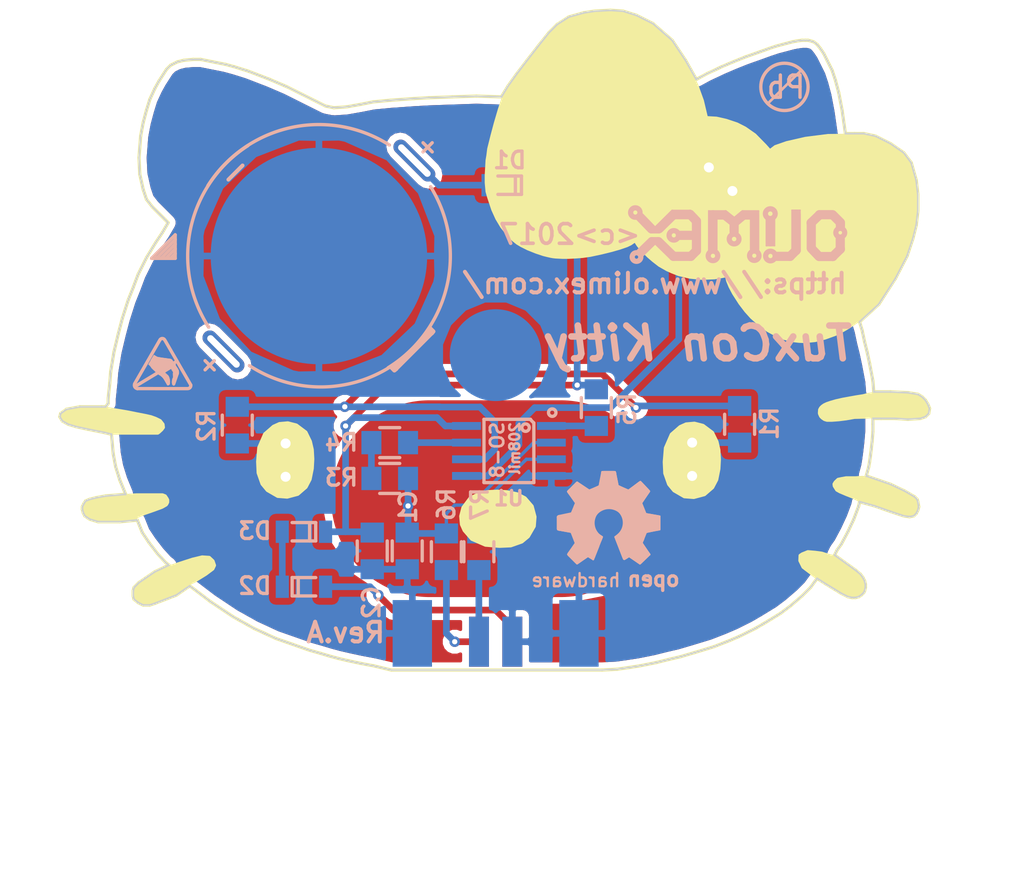
<source format=kicad_pcb>
(kicad_pcb (version 20170922) (host pcbnew no-vcs-found-4b010ca~60~ubuntu16.04.1)

(general
  (thickness 1.6)
  (drawings 502)
  (tracks 81)
  (zones 0)
  (modules 24)
  (nets 17)
)

(page A4)
(layers
  (0 F.Cu signal)
  (31 B.Cu signal)
  (32 B.Adhes user)
  (33 F.Adhes user)
  (34 B.Paste user)
  (35 F.Paste user)
  (36 B.SilkS user)
  (37 F.SilkS user)
  (38 B.Mask user)
  (39 F.Mask user)
  (40 Dwgs.User user)
  (41 Cmts.User user)
  (42 Eco1.User user)
  (43 Eco2.User user)
  (44 Edge.Cuts user)
  (45 Margin user)
  (46 B.CrtYd user)
  (47 F.CrtYd user)
  (48 B.Fab user)
  (49 F.Fab user)
)


(general
  (thickness 1.6)
  (drawings 502)
  (tracks 81)
  (zones 0)
  (modules 24)
  (nets 17)
)

(page A4)
(layers
  (0 F.Cu signal)
  (31 B.Cu signal)
  (32 B.Adhes user)
  (33 F.Adhes user)
  (34 B.Paste user)
  (35 F.Paste user)
  (36 B.SilkS user)
  (37 F.SilkS user)
  (38 B.Mask user)
  (39 F.Mask user)
  (40 Dwgs.User user)
  (41 Cmts.User user)
  (42 Eco1.User user)
  (43 Eco2.User user)
  (44 Edge.Cuts user)
  (45 Margin user)
  (46 B.CrtYd user)
  (47 F.CrtYd user)
  (48 B.Fab user)
  (49 F.Fab user)
)

(setup
  (last_trace_width 0.25)
  (user_trace_width 0.254)
  (user_trace_width 0.508)
  (trace_clearance 0.2)
  (zone_clearance 0.508)
  (zone_45_only no)
  (trace_min 0.2)
  (segment_width 0.2)
  (edge_width 0.15)
  (via_size 0.8)
  (via_drill 0.4)
  (via_min_size 0.4)
  (via_min_drill 0.3)
  (uvia_size 0.3)
  (uvia_drill 0.1)
  (uvias_allowed no)
  (uvia_min_size 0.2)
  (uvia_min_drill 0.1)
  (pcb_text_width 0.3)
  (pcb_text_size 1.5 1.5)
  (mod_edge_width 0.15)
  (mod_text_size 1 1)
  (mod_text_width 0.15)
  (pad_size 5 4)
  (pad_drill 0)
  (pad_to_mask_clearance 0.2)
  (aux_axis_origin 0 0)
  (visible_elements FFFFFF7F)
  (pcbplotparams
    (layerselection 0x000f0_ffffffff)
    (usegerberextensions false)
    (usegerberattributes true)
    (usegerberadvancedattributes true)
    (creategerberjobfile true)
    (excludeedgelayer true)
    (linewidth 0.600000)
    (plotframeref false)
    (viasonmask false)
    (mode 1)
    (useauxorigin false)
    (hpglpennumber 1)
    (hpglpenspeed 20)
    (hpglpendiameter 15)
    (psnegative false)
    (psa4output false)
    (plotreference true)
    (plotvalue false)
    (plotinvisibletext false)
    (padsonsilk false)
    (subtractmaskfromsilk false)
    (outputformat 1)
    (mirror false)
    (drillshape 0)
    (scaleselection 1)
    (outputdirectory ""))
)

(net 0 "")
(net 1 "Net-(BAT1-Pad1)")
(net 2 GND)
(net 3 "Net-(BUZ1-Pad1)")
(net 4 "Net-(C1-Pad1)")
(net 5 "Net-(C2-Pad1)")
(net 6 "Net-(D2-Pad1)")
(net 7 "Net-(D2-Pad2)")
(net 8 "Net-(LED1-Pad2)")
(net 9 "Net-(LED2-Pad2)")
(net 10 "Net-(R1-Pad1)")
(net 11 "Net-(R3-Pad1)")
(net 12 "Net-(R4-Pad1)")
(net 13 "Net-(R5-Pad1)")
(net 14 "Net-(R6-Pad2)")
(net 15 "Net-(R7-Pad1)")
(net 16 "Net-(R7-Pad2)")

(net_class Default "This is the default net class."
  (clearance 0.2)
  (trace_width 0.25)
  (via_dia 0.8)
  (via_drill 0.4)
  (uvia_dia 0.3)
  (uvia_drill 0.1)
  (add_net GND)
  (add_net "Net-(BAT1-Pad1)")
  (add_net "Net-(BUZ1-Pad1)")
  (add_net "Net-(C1-Pad1)")
  (add_net "Net-(C2-Pad1)")
  (add_net "Net-(D2-Pad1)")
  (add_net "Net-(D2-Pad2)")
  (add_net "Net-(LED1-Pad2)")
  (add_net "Net-(LED2-Pad2)")
  (add_net "Net-(R1-Pad1)")
  (add_net "Net-(R3-Pad1)")
  (add_net "Net-(R4-Pad1)")
  (add_net "Net-(R5-Pad1)")
  (add_net "Net-(R6-Pad2)")
  (add_net "Net-(R7-Pad1)")
  (add_net "Net-(R7-Pad2)")
)

  (module OLIMEX_TestPoints-FP:TP_SMD_10.00x8.00mm (layer F.Cu) (tedit 58EDC4EB) (tstamp 58EDC278)
    (at 126.14 71.52)
    (descr SIP4)
    (tags SIP4)
    (path /58EC71EB)
    (attr virtual)
    (fp_text reference TESTPAD1 (at -2.794 -5.08) (layer F.SilkS) hide
      (effects (font (size 1.27 1.27) (thickness 0.254)))
    )
    (fp_text value TESTPAD (at -1.905 5.334) (layer F.SilkS) hide
      (effects (font (size 1.27 1.27) (thickness 0.254)))
    )
    (pad 1 smd oval (at 0.3255 0) (size 25 15) (layers F.Cu)
      (net 4 "Net-(C1-Pad1)"))
    (model Housings_SIP/SIP9_Housing.wrl
      (at (xyz 0 0 0))
      (scale (xyz 0 0 0))
      (rotate (xyz 0 0 0))
    )
  )

  (module OLIMEX_LOGOs-FP:LOGO_PBFREE (layer B.Cu) (tedit 553A2F23) (tstamp 58EE508C)
    (at 148.717 39.8145)
    (fp_text reference "" (at -0.2794 3.52552) (layer B.Fab)
      (effects (font (size 1 1) (thickness 0.15)) (justify mirror))
    )
    (fp_text value "" (at 0.05588 -3.15214) (layer B.Fab)
      (effects (font (size 1 1) (thickness 0.15)) (justify mirror))
    )
    (fp_circle (center -0.2032 0.31496) (end 0.90678 1.73482) (layer B.SilkS) (width 0.254))
    (fp_line (start -1.36398 1.47828) (end 1.06934 -0.94234) (layer B.SilkS) (width 0.2))
    (fp_text user Pb (at -0.08636 0.33528) (layer B.SilkS)
      (effects (font (size 1.7 1.5) (thickness 0.254)) (justify mirror))
    )
  )

  (module OLIMEX_LOGOs-FP:LOGO_OPENHARDWARE_8x8 (layer B.Cu) (tedit 55534E4A) (tstamp 58EE4789)
    (at 135.128 73.4695 180)
    (fp_text reference "" (at 0 -0.5 180) (layer B.Fab) hide
      (effects (font (size 1 1) (thickness 0.15)) (justify mirror))
    )
    (fp_text value "" (at 0 0.5 180) (layer B.Fab) hide
      (effects (font (size 1 1) (thickness 0.15)) (justify mirror))
    )
    (fp_line (start -1.22682 -2.46126) (end -0.67564 -1.03886) (layer B.SilkS) (width 0.42))
    (fp_line (start -1.57226 -2.27584) (end -1.25476 -2.48158) (layer B.SilkS) (width 0.37))
    (fp_line (start -2.3622 -2.82448) (end -1.58242 -2.29362) (layer B.SilkS) (width 0.4))
    (fp_line (start -2.93878 -2.286) (end -2.3749 -2.82448) (layer B.SilkS) (width 0.38))
    (fp_line (start -2.92354 -2.286) (end -2.39014 -1.45288) (layer B.SilkS) (width 0.37))
    (fp_line (start -2.74828 -0.52578) (end -2.39014 -1.4097) (layer B.SilkS) (width 0.37))
    (fp_line (start -3.72618 -0.28448) (end -2.77622 -0.50292) (layer B.SilkS) (width 0.37))
    (fp_line (start -3.71602 0.49276) (end -3.7211 -0.29464) (layer B.SilkS) (width 0.38))
    (fp_line (start -3.72872 0.50546) (end -2.71018 0.6858) (layer B.SilkS) (width 0.37))
    (fp_line (start -2.6797 0.72136) (end -2.33172 1.5875) (layer B.SilkS) (width 0.37))
    (fp_line (start -2.9083 2.4892) (end -2.35204 1.6383) (layer B.SilkS) (width 0.37))
    (fp_line (start -2.91846 2.51206) (end -2.41808 3.04546) (layer B.SilkS) (width 0.38))
    (fp_line (start -2.36982 3.07086) (end -1.54178 2.41808) (layer B.SilkS) (width 0.37))
    (fp_line (start -1.48082 2.42824) (end -0.635 2.83464) (layer B.SilkS) (width 0.37))
    (fp_line (start -0.37592 3.86842) (end -0.58166 2.85496) (layer B.SilkS) (width 0.37))
    (fp_line (start -0.38354 3.88112) (end 0.40132 3.88112) (layer B.SilkS) (width 0.37))
    (fp_line (start 0.38354 3.8608) (end 0.5969 2.84226) (layer B.SilkS) (width 0.37))
    (fp_line (start 0.5969 2.84226) (end 1.4986 2.39268) (layer B.SilkS) (width 0.37))
    (fp_line (start 1.5113 2.39776) (end 2.41554 3.0322) (layer B.SilkS) (width 0.37))
    (fp_line (start 2.41554 3.03022) (end 2.96926 2.48412) (layer B.SilkS) (width 0.37))
    (fp_line (start 2.96926 2.48158) (end 2.35204 1.69164) (layer B.SilkS) (width 0.37))
    (fp_line (start 2.35204 1.69164) (end 2.6924 0.75438) (layer B.SilkS) (width 0.37))
    (fp_line (start 2.6924 0.75438) (end 3.77444 0.52578) (layer B.SilkS) (width 0.37))
    (fp_line (start 3.77444 0.52578) (end 3.77444 -0.30988) (layer B.SilkS) (width 0.37))
    (fp_line (start 3.77444 -0.30988) (end 2.76098 -0.48006) (layer B.SilkS) (width 0.37))
    (fp_line (start 2.76098 -0.48006) (end 2.35458 -1.39192) (layer B.SilkS) (width 0.37))
    (fp_line (start 2.40538 -2.83972) (end 1.56972 -2.2733) (layer B.SilkS) (width 0.37))
    (fp_line (start 1.56972 -2.2733) (end 1.2319 -2.45872) (layer B.SilkS) (width 0.37))
    (fp_line (start 1.2319 -2.45872) (end 0.65786 -1.01854) (layer B.SilkS) (width 0.37))
    (fp_arc (start -0.07874 0.1016) (end 1.03886 0.84836) (angle -90) (layer B.SilkS) (width 0.37))
    (fp_arc (start -0.0127 -0.03048) (end -0.8763 1.03124) (angle -90) (layer B.SilkS) (width 0.37))
    (fp_arc (start 0.0635 0.11684) (end -0.8255 -0.84836) (angle -90) (layer B.SilkS) (width 0.37))
    (fp_line (start 2.35458 -1.39192) (end 2.97434 -2.27838) (layer B.SilkS) (width 0.37))
    (fp_line (start 2.42062 -2.8321) (end 2.97434 -2.286) (layer B.SilkS) (width 0.37))
    (fp_line (start -1.14554 -2.6416) (end -0.4953 -0.97282) (layer B.SilkS) (width 0.15))
    (fp_line (start -1.52908 -2.4384) (end -1.18364 -2.65938) (layer B.SilkS) (width 0.15))
    (fp_line (start -1.54178 -2.42824) (end -2.36728 -2.99212) (layer B.SilkS) (width 0.15))
    (fp_line (start -2.3749 -2.99974) (end -3.09626 -2.30632) (layer B.SilkS) (width 0.15))
    (fp_line (start -3.10388 -2.30378) (end -2.50698 -1.44018) (layer B.SilkS) (width 0.15))
    (fp_line (start -3.86588 -0.39624) (end -2.794 -0.59182) (layer B.SilkS) (width 0.15))
    (fp_line (start -3.86588 0.5969) (end -3.86588 -0.38862) (layer B.SilkS) (width 0.15))
    (fp_line (start -3.86842 0.59944) (end -2.69748 0.80264) (layer B.SilkS) (width 0.15))
    (fp_line (start -2.79908 0.79756) (end -2.4638 1.63068) (layer B.SilkS) (width 0.15))
    (fp_line (start -3.0607 2.48158) (end -2.46634 1.62814) (layer B.SilkS) (width 0.15))
    (fp_line (start -3.08102 2.51714) (end -2.40792 3.23088) (layer B.SilkS) (width 0.15))
    (fp_line (start -2.39522 3.23342) (end -1.42494 2.51714) (layer B.SilkS) (width 0.15))
    (fp_line (start -1.4605 2.58572) (end -0.55626 2.96418) (layer B.SilkS) (width 0.15))
    (fp_line (start -0.47244 3.98018) (end -0.6731 2.95402) (layer B.SilkS) (width 0.15))
    (fp_line (start -0.46228 3.9878) (end 0.50292 3.9878) (layer B.SilkS) (width 0.15))
    (fp_line (start 0.50292 3.9878) (end 0.72898 2.81686) (layer B.SilkS) (width 0.15))
    (fp_line (start 0.71882 2.89814) (end 1.524 2.56032) (layer B.SilkS) (width 0.15))
    (fp_line (start 1.40462 2.51206) (end 2.41554 3.18516) (layer B.SilkS) (width 0.15))
    (fp_line (start 2.42062 3.1877) (end 3.11404 2.49682) (layer B.SilkS) (width 0.15))
    (fp_line (start 3.11912 2.4892) (end 2.41554 1.4986) (layer B.SilkS) (width 0.15))
    (fp_line (start 2.50444 1.60782) (end 2.8702 0.73914) (layer B.SilkS) (width 0.15))
    (fp_line (start 3.80746 -0.16256) (end 2.70002 -0.38608) (layer B.SilkS) (width 0.15))
    (fp_line (start 3.89128 0.57912) (end 3.88874 -0.37846) (layer B.SilkS) (width 0.15))
    (fp_line (start 2.75336 -0.6096) (end 3.87604 -0.39878) (layer B.SilkS) (width 0.15))
    (fp_line (start 2.8575 -0.57658) (end 2.4765 -1.55702) (layer B.SilkS) (width 0.15))
    (fp_line (start 2.82448 -2.21234) (end 2.33934 -2.7432) (layer B.SilkS) (width 0.15))
    (fp_line (start 2.42824 -2.98704) (end 3.1115 -2.29616) (layer B.SilkS) (width 0.15))
    (fp_line (start 1.54178 -2.37236) (end 2.41808 -2.99212) (layer B.SilkS) (width 0.15))
    (fp_line (start 2.40538 -2.67716) (end 1.58496 -2.14884) (layer B.SilkS) (width 0.15))
    (fp_line (start 1.72212 -2.34442) (end 1.1938 -2.67208) (layer B.SilkS) (width 0.15))
    (fp_line (start 1.1938 -2.67208) (end 0.80772 -1.69164) (layer B.SilkS) (width 0.15))
    (fp_line (start 0.80264 -0.99314) (end 1.33096 -2.3749) (layer B.SilkS) (width 0.15))
    (fp_line (start -3.57378 0.40894) (end -3.57378 -0.2413) (layer B.SilkS) (width 0.15))
    (fp_line (start -3.71602 0.35306) (end -2.60096 0.59944) (layer B.SilkS) (width 0.15))
    (fp_line (start -2.18694 1.62052) (end -2.57302 0.6223) (layer B.SilkS) (width 0.15))
    (fp_line (start -2.18186 1.61544) (end -2.78384 2.52476) (layer B.SilkS) (width 0.15))
    (fp_line (start -2.4257 2.96926) (end -1.54178 2.2479) (layer B.SilkS) (width 0.15))
    (fp_line (start 0.84582 -1.05156) (end 1.02362 -0.92964) (layer B.SilkS) (width 0.15))
    (fp_line (start 1.02362 -0.92964) (end 1.39954 -0.21844) (layer B.SilkS) (width 0.15))
    (fp_line (start 1.39954 -0.21844) (end 1.39954 0.29972) (layer B.SilkS) (width 0.15))
    (fp_line (start 1.40462 0.28702) (end 1.17094 0.96012) (layer B.SilkS) (width 0.15))
    (fp_line (start 1.17094 0.96012) (end 0.6604 1.38938) (layer B.SilkS) (width 0.15))
    (fp_line (start 0.6604 1.38938) (end -0.15494 1.5494) (layer B.SilkS) (width 0.15))
    (fp_line (start -0.15494 1.55702) (end -1.02616 1.12776) (layer B.SilkS) (width 0.15))
    (fp_line (start -1.02616 1.12776) (end -1.44526 0.39624) (layer B.SilkS) (width 0.15))
    (fp_line (start -1.45034 0.39116) (end -1.31826 -0.4318) (layer B.SilkS) (width 0.15))
    (fp_line (start -1.31318 -0.46228) (end -1.2192 -0.63246) (layer B.SilkS) (width 0.15))
    (fp_line (start -1.31318 -0.46228) (end -1.2192 -0.63246) (layer B.SilkS) (width 0.15))
    (fp_line (start -1.08966 -0.68326) (end -0.83058 -1.02108) (layer B.SilkS) (width 0.15))
    (fp_line (start -0.72136 -0.79756) (end -0.4953 -0.97282) (layer B.SilkS) (width 0.15))
    (fp_line (start 0.77978 -0.8001) (end 0.52578 -0.9652) (layer B.SilkS) (width 0.15))
    (fp_line (start 0.64262 -1.25476) (end 0.5207 -0.97028) (layer B.SilkS) (width 0.15))
    (fp_line (start -1.5367 2.25044) (end -0.55372 2.7432) (layer B.SilkS) (width 0.15))
    (fp_line (start -1.2065 -0.66294) (end -0.89916 -0.92964) (layer B.SilkS) (width 0.15))
    (fp_line (start -2.2225 -2.09296) (end -1.36906 -1.07188) (layer B.SilkS) (width 1))
    (fp_line (start -3.25882 0.11176) (end -1.8415 0.17272) (layer B.SilkS) (width 1))
    (fp_line (start -2.2733 2.39776) (end -1.21158 1.29032) (layer B.SilkS) (width 1))
    (fp_line (start -0.0127 3.37312) (end -0.00762 1.85928) (layer B.SilkS) (width 1))
    (fp_line (start 2.25298 2.31648) (end 1.14046 1.24968) (layer B.SilkS) (width 1))
    (fp_line (start 3.24358 0.13208) (end 1.77546 0.04572) (layer B.SilkS) (width 1))
    (fp_line (start -1.54686 -1.92024) (end -1.1811 -1.15824) (layer B.SilkS) (width 1))
    (fp_line (start -2.21234 -1.02108) (end -1.64846 -0.54102) (layer B.SilkS) (width 1))
    (fp_line (start -2.46126 -0.37592) (end -1.75514 -0.24892) (layer B.SilkS) (width 1))
    (fp_line (start -2.13614 0.86868) (end -1.69418 0.70866) (layer B.SilkS) (width 1))
    (fp_line (start -1.96088 1.34874) (end -1.50368 1.05918) (layer B.SilkS) (width 1))
    (fp_line (start -0.96266 2.12598) (end -0.7874 1.76784) (layer B.SilkS) (width 1))
    (fp_line (start -0.52832 2.38506) (end -0.36068 1.77546) (layer B.SilkS) (width 1))
    (fp_line (start 0.7366 2.36982) (end 0.51562 1.68402) (layer B.SilkS) (width 1))
    (fp_line (start 1.32334 2.11836) (end 0.90424 1.53162) (layer B.SilkS) (width 1))
    (fp_line (start 2.19202 1.24968) (end 1.5367 0.88392) (layer B.SilkS) (width 1))
    (fp_line (start 2.43332 0.55626) (end 1.71196 0.40894) (layer B.SilkS) (width 1))
    (fp_line (start 1.59766 -0.60198) (end 2.20726 -0.70866) (layer B.SilkS) (width 1))
    (fp_line (start 1.27762 -1.02108) (end 1.89484 -1.34874) (layer B.SilkS) (width 1))
    (fp_line (start 1.16332 -1.15824) (end 2.34442 -2.1717) (layer B.SilkS) (width 1))
    (fp_line (start 1.16332 -1.0668) (end 1.49606 -1.79832) (layer B.SilkS) (width 1))
    (fp_text user open (at -3.40106 -4.17576 180) (layer B.SilkS)
      (effects (font (size 1.1 1.1) (thickness 0.254)) (justify mirror))
    )
    (fp_text user hardware (at 2.51206 -4.2672 180) (layer B.SilkS)
      (effects (font (size 1 1) (thickness 0.18)) (justify mirror))
    )
  )

  (module OLIMEX_LOGOs-FP:LOGO_ANTISTATIC_SMALL_4.5mmX2.8mm (layer B.Cu) (tedit 553A307F) (tstamp 58EE433C)
    (at 101.092 61.214 180)
    (fp_text reference Ref** (at 0 3.0226 180) (layer B.Fab)
      (effects (font (size 1 1) (thickness 0.15)) (justify mirror))
    )
    (fp_text value Val** (at -0.02286 -3.302 180) (layer B.Fab)
      (effects (font (size 1 1) (thickness 0.15)) (justify mirror))
    )
    (fp_line (start 0.18542 1.79324) (end 2.11328 -1.55194) (layer B.SilkS) (width 0.254))
    (fp_line (start -1.87198 -1.9177) (end 1.8923 -1.91516) (layer B.SilkS) (width 0.254))
    (fp_line (start -2.16916 -1.63576) (end -0.1905 1.78816) (layer B.SilkS) (width 0.254))
    (fp_arc (start 0 1.69926) (end -0.14478 1.84404) (angle -90) (layer B.SilkS) (width 0.254))
    (fp_arc (start -1.94056 -1.68148) (end -1.95072 -1.91262) (angle -90) (layer B.SilkS) (width 0.254))
    (fp_arc (start 1.86436 -1.65608) (end 2.12344 -1.62052) (angle -90) (layer B.SilkS) (width 0.254))
    (fp_line (start 0.18542 -0.88392) (end 0.0635 -0.97282) (layer B.SilkS) (width 0.05))
    (fp_line (start 0.0635 -0.97282) (end 0.00762 -1.02108) (layer B.SilkS) (width 0.05))
    (fp_line (start 0.00762 -1.02108) (end -0.0762 -1.11506) (layer B.SilkS) (width 0.05))
    (fp_line (start -0.1524 -1.2319) (end -0.39878 -1.64846) (layer B.SilkS) (width 0.05))
    (fp_line (start -0.0762 -1.11506) (end -0.1524 -1.2319) (layer B.SilkS) (width 0.05))
    (fp_line (start -0.39878 -1.64846) (end -0.47752 -1.63576) (layer B.SilkS) (width 0.05))
    (fp_line (start -0.48006 -1.63576) (end -0.51308 -1.61544) (layer B.SilkS) (width 0.05))
    (fp_line (start -0.51816 -1.61036) (end -0.53594 -1.58875) (layer B.SilkS) (width 0.05))
    (fp_line (start -0.53594 -1.5875) (end -0.55372 -1.53924) (layer B.SilkS) (width 0.05))
    (fp_line (start -0.55372 -1.53924) (end -0.56398 -1.46558) (layer B.SilkS) (width 0.05))
    (fp_line (start -0.56388 -1.46558) (end -0.56642 -1.33858) (layer B.SilkS) (width 0.05))
    (fp_line (start -0.56642 -1.33858) (end -0.55118 -1.20396) (layer B.SilkS) (width 0.05))
    (fp_line (start -0.55118 -1.20396) (end -0.51816 -1.08204) (layer B.SilkS) (width 0.05))
    (fp_line (start -0.51816 -1.07696) (end -0.47498 -0.98806) (layer B.SilkS) (width 0.05))
    (fp_line (start -0.47498 -0.98806) (end -0.42164 -0.90932) (layer B.SilkS) (width 0.05))
    (fp_line (start -0.42164 -0.90932) (end -0.17526 -0.6858) (layer B.SilkS) (width 0.05))
    (fp_line (start -0.1778 -0.68834) (end -0.6731 -0.38354) (layer B.SilkS) (width 0.05))
    (fp_line (start -0.6731 -0.38354) (end -0.75184 -0.52324) (layer B.SilkS) (width 0.05))
    (fp_line (start -0.75184 -0.52324) (end -0.83566 -0.6477) (layer B.SilkS) (width 0.05))
    (fp_line (start -0.83566 -0.6477) (end -0.8382 -0.70612) (layer B.SilkS) (width 0.05))
    (fp_line (start -0.84074 -0.70612) (end -0.8255 -0.7747) (layer B.SilkS) (width 0.05))
    (fp_line (start -0.8255 -0.7747) (end -0.8382 -1.06172) (layer B.SilkS) (width 0.05))
    (fp_line (start -0.8382 -1.06172) (end -0.80772 -1.12014) (layer B.SilkS) (width 0.05))
    (fp_line (start -0.80772 -1.12014) (end -0.77724 -1.20396) (layer B.SilkS) (width 0.05))
    (fp_line (start -0.77724 -1.20396) (end -0.75438 -1.32842) (layer B.SilkS) (width 0.05))
    (fp_line (start -0.75438 -1.32842) (end -0.74676 -1.44018) (layer B.SilkS) (width 0.05))
    (fp_line (start -0.74676 -1.44018) (end -0.762 -1.55448) (layer B.SilkS) (width 0.05))
    (fp_line (start -0.762 -1.55448) (end -0.79248 -1.62306) (layer B.SilkS) (width 0.05))
    (fp_line (start -0.79248 -1.62306) (end -0.83312 -1.65608) (layer B.SilkS) (width 0.05))
    (fp_line (start -0.83312 -1.65608) (end -0.87376 -1.66624) (layer B.SilkS) (width 0.05))
    (fp_line (start -0.87376 -1.66624) (end -0.9144 -1.651) (layer B.SilkS) (width 0.05))
    (fp_line (start -0.91948 -1.64846) (end -0.94742 -1.61798) (layer B.SilkS) (width 0.05))
    (fp_line (start -0.94742 -1.61798) (end -1.23444 -0.80264) (layer B.SilkS) (width 0.05))
    (fp_line (start -1.23698 -0.80518) (end -1.24968 -0.74422) (layer B.SilkS) (width 0.05))
    (fp_line (start -1.24968 -0.74168) (end -1.24968 -0.62738) (layer B.SilkS) (width 0.05))
    (fp_line (start -1.24968 -0.62484) (end -1.23444 -0.5334) (layer B.SilkS) (width 0.05))
    (fp_line (start -1.23444 -0.53) (end -1.16586 -0.39) (layer B.SilkS) (width 0.05))
    (fp_line (start -1.16586 -0.3937) (end -1.03378 -0.1905) (layer B.SilkS) (width 0.05))
    (fp_line (start -0.83566 0.12954) (end -0.74168 0.24892) (layer B.SilkS) (width 0.05))
    (fp_line (start -0.74168 0.24892) (end -0.6985 0.29464) (layer B.SilkS) (width 0.05))
    (fp_line (start -0.69596 0.29718) (end -0.66294 0.32004) (layer B.SilkS) (width 0.05))
    (fp_line (start -0.66294 0.32004) (end -0.59182 0.34036) (layer B.SilkS) (width 0.05))
    (fp_line (start -0.59182 0.34036) (end 0.07112 0.42926) (layer B.SilkS) (width 0.05))
    (fp_line (start 0.07112 0.42926) (end 0.3429 0.47752) (layer B.SilkS) (width 0.05))
    (fp_line (start 0.34544 0.47498) (end 0.45974 0.52324) (layer B.SilkS) (width 0.05))
    (fp_line (start 0.45974 0.52324) (end 0.63246 0.63246) (layer B.SilkS) (width 0.05))
    (fp_line (start 0.63754 0.63246) (end 1.0414 -0.06604) (layer B.SilkS) (width 0.05))
    (fp_line (start 1.0414 -0.06604) (end 0.90932 -0.18796) (layer B.SilkS) (width 0.05))
    (fp_line (start 0.90678 -0.1905) (end 0.80772 -0.33274) (layer B.SilkS) (width 0.05))
    (fp_line (start 0.70104 -0.44196) (end 0.49022 -0.64008) (layer B.SilkS) (width 0.05))
    (fp_line (start 0.8128 -0.3302) (end 0.6985 -0.4445) (layer B.SilkS) (width 0.05))
    (fp_line (start -0.6858 0.1524) (end 0.4572 -0.51308) (layer B.SilkS) (width 0.254))
    (fp_line (start -0.48006 0.21844) (end 0.54356 -0.4191) (layer B.SilkS) (width 0.254))
    (fp_line (start -0.20828 0.28702) (end 0.68072 -0.28702) (layer B.SilkS) (width 0.254))
    (fp_line (start 0.09398 0.32258) (end 0.79248 -0.13716) (layer B.SilkS) (width 0.254))
    (fp_line (start 0.35814 0.36576) (end 0.89408 -0.02032) (layer B.SilkS) (width 0.254))
    (fp_line (start 0.51308 0.4318) (end 0.73914 0.2413) (layer B.SilkS) (width 0.254))
    (fp_line (start -0.58928 0.22098) (end 0.38862 0.36576) (layer B.SilkS) (width 0.254))
    (fp_line (start 0.5969 0.4826) (end 0.77724 0.18542) (layer B.SilkS) (width 0.254))
    (fp_line (start 0.77216 -0.1397) (end 0.59436 -0.36068) (layer B.SilkS) (width 0.254))
    (fp_line (start -0.91948 -0.22352) (end -1.12014 -0.59944) (layer B.SilkS) (width 0.254))
    (fp_line (start -0.76454 -0.27432) (end -1.05156 -0.71374) (layer B.SilkS) (width 0.254))
    (fp_line (start -1.14808 -0.67818) (end -0.8763 -1.5113) (layer B.SilkS) (width 0.254))
    (fp_line (start -0.9525 -0.635) (end -0.97028 -1.03632) (layer B.SilkS) (width 0.254))
    (fp_line (start -0.97028 -1.04394) (end -0.87884 -1.36906) (layer B.SilkS) (width 0.254))
    (fp_line (start -0.42418 -1.27254) (end -0.4445 -1.52146) (layer B.SilkS) (width 0.254))
    (fp_line (start -0.35052 -1.0287) (end -0.42418 -1.27254) (layer B.SilkS) (width 0.254))
    (fp_line (start 0.00508 -0.70358) (end -0.35052 -1.0287) (layer B.SilkS) (width 0.254))
    (fp_line (start -0.24638 -1.1303) (end 0.06096 -0.80518) (layer B.SilkS) (width 0.254))
    (fp_line (start -0.4445 -1.52146) (end -0.24638 -1.1303) (layer B.SilkS) (width 0.254))
    (fp_line (start -1.12014 0.1778) (end 2.09296 -1.76276) (layer B.SilkS) (width 0.254))
    (fp_line (start -0.90678 -0.10414) (end 0.19812 -0.76962) (layer B.SilkS) (width 0.254))
  )

  (module OLIMEX_LOGOs-FP:OLIMEX_LOGO_TB (layer B.Cu) (tedit 5530FAE4) (tstamp 58EE3E71)
    (at 144.78 51.3715 180)
    (fp_text reference "" (at -2.4003 3.0607 180) (layer B.Fab) hide
      (effects (font (size 1 1) (thickness 0.15)) (justify mirror))
    )
    (fp_text value "" (at -1.6637 -3.7084 180) (layer B.Fab) hide
      (effects (font (size 1 1) (thickness 0.15)) (justify mirror))
    )
    (fp_circle (center -7.9883 0.127) (end -7.6708 0.2413) (layer B.SilkS) (width 0.4))
    (fp_line (start -8.001 0.9017) (end -7.493 1.4097) (layer B.SilkS) (width 0.7))
    (fp_line (start -6.4008 1.4859) (end -5.7658 0.8763) (layer B.SilkS) (width 0.7))
    (fp_line (start -5.7912 -1.0795) (end -6.35 -1.6637) (layer B.SilkS) (width 0.7))
    (fp_line (start -4.1656 -1.6764) (end -4.6228 -1.2192) (layer B.SilkS) (width 0.7))
    (fp_line (start -3.1798 -1.6764) (end -4.1656 -1.6764) (layer B.SilkS) (width 0.7))
    (fp_circle (center -2.667 -1.651) (end -2.4638 -1.3462) (layer B.SilkS) (width 0.4))
    (fp_line (start -2.667 1.0414) (end -2.667 -0.5588) (layer B.SilkS) (width 0.7))
    (fp_circle (center -2.6543 1.5748) (end -2.54 1.9304) (layer B.SilkS) (width 0.4))
    (fp_circle (center -1.4351 -1.6256) (end -1.1938 -1.3589) (layer B.SilkS) (width 0.4))
    (fp_line (start -1.4478 -1.1176) (end -1.4478 1.4732) (layer B.SilkS) (width 0.7))
    (fp_line (start -1.4478 1.4732) (end -0.6096 1.4732) (layer B.SilkS) (width 0.7))
    (fp_line (start -0.6096 1.4732) (end 0 0.9652) (layer B.SilkS) (width 0.7))
    (fp_line (start 0.1016 0.1778) (end 0.1016 0.889) (layer B.SilkS) (width 0.7))
    (fp_line (start 0.1778 0.9652) (end 0.8128 1.4732) (layer B.SilkS) (width 0.7))
    (fp_circle (center 0.1016 -0.3556) (end 0.3302 -0.0635) (layer B.SilkS) (width 0.4))
    (fp_line (start 0.8128 1.4732) (end 1.7018 1.4732) (layer B.SilkS) (width 0.7))
    (fp_circle (center 1.7145 -1.6383) (end 1.9304 -1.3462) (layer B.SilkS) (width 0.4))
    (fp_circle (center 7.5438 -1.7272) (end 7.8359 -1.5748) (layer B.SilkS) (width 0.4))
    (fp_line (start 7.2136 -1.3716) (end 6.3754 -0.5588) (layer B.SilkS) (width 0.7))
    (fp_line (start 5.8674 -0.4572) (end 6.4008 -0.4572) (layer B.SilkS) (width 0.5))
    (fp_line (start 4.7244 -1.6764) (end 5.8674 -0.5588) (layer B.SilkS) (width 0.7))
    (fp_line (start 3.4036 -1.6764) (end 4.7244 -1.6764) (layer B.SilkS) (width 0.7))
    (fp_line (start 2.9718 -1.2446) (end 3.4036 -1.6764) (layer B.SilkS) (width 0.7))
    (fp_line (start 2.9718 0.9906) (end 2.9718 -1.2446) (layer B.SilkS) (width 0.7))
    (fp_line (start 2.9718 1.016) (end 3.4544 1.524) (layer B.SilkS) (width 0.7))
    (fp_line (start 3.5025 1.4986) (end 4.7244 1.4986) (layer B.SilkS) (width 0.7))
    (fp_line (start 4.7244 1.4986) (end 5.8166 0.4318) (layer B.SilkS) (width 0.7))
    (fp_line (start 5.842 0.3175) (end 6.4008 0.3175) (layer B.SilkS) (width 0.5))
    (fp_line (start 7.2644 1.3081) (end 6.4008 0.4144) (layer B.SilkS) (width 0.7))
    (fp_circle (center 7.6327 1.6637) (end 7.9375 1.8542) (layer B.SilkS) (width 0.4))
    (fp_line (start 4.191 -0.0762) (end 2.9718 -0.0762) (layer B.SilkS) (width 0.7))
    (fp_circle (center 4.699 -0.0762) (end 4.9657 0.1651) (layer B.SilkS) (width 0.4))
    (fp_line (start -7.4295 -1.6891) (end -6.3881 -1.6891) (layer B.SilkS) (width 0.7))
    (fp_line (start -7.9883 -1.1303) (end -7.9883 -0.3683) (layer B.SilkS) (width 0.7))
    (fp_line (start -8.001 -1.1176) (end -7.4168 -1.6891) (layer B.SilkS) (width 0.7))
    (fp_line (start -8.001 0.8509) (end -8.001 0.6096) (layer B.SilkS) (width 0.7))
    (fp_line (start -5.7785 0.889) (end -5.7785 -1.0414) (layer B.SilkS) (width 0.7))
    (fp_line (start -6.4008 1.4986) (end -7.4041 1.4986) (layer B.SilkS) (width 0.7))
    (fp_line (start 1.7145 1.4859) (end 1.7145 -1.1176) (layer B.SilkS) (width 0.7))
    (fp_line (start -4.6228 -1.2319) (end -4.6228 1.4986) (layer B.SilkS) (width 0.7))
    (fp_line (start -4.6228 1.8415) (end -4.9022 1.8415) (layer B.SilkS) (width 0.1))
    (fp_line (start -4.9276 1.8415) (end -4.9276 -1.3081) (layer B.SilkS) (width 0.1))
    (fp_line (start -4.9149 1.8415) (end -4.9276 1.8415) (layer B.SilkS) (width 0.1))
    (fp_line (start -4.9022 1.8415) (end -4.9149 1.8415) (layer B.SilkS) (width 0.1))
    (fp_line (start -4.7879 1.7526) (end -4.8514 1.7653) (layer B.SilkS) (width 0.1))
    (fp_line (start -4.3053 1.8415) (end -4.3053 -1.1938) (layer B.SilkS) (width 0.1))
    (fp_line (start -4.6101 1.8415) (end -4.3053 1.8415) (layer B.SilkS) (width 0.1))
    (fp_line (start -4.4831 1.7653) (end -4.3688 1.7653) (layer B.SilkS) (width 0.1))
    (fp_line (start -2.9845 1.1557) (end -2.9845 -0.8636) (layer B.SilkS) (width 0.1))
    (fp_line (start -2.3495 -0.8636) (end -2.3495 1.1557) (layer B.SilkS) (width 0.1))
    (fp_line (start -2.3749 -0.8636) (end -2.3495 -0.8636) (layer B.SilkS) (width 0.1))
    (fp_line (start -2.9845 -0.8636) (end -2.3749 -0.8636) (layer B.SilkS) (width 0.1))
    (fp_line (start -2.8448 -0.8001) (end -2.9083 -0.8001) (layer B.SilkS) (width 0.1))
    (fp_line (start -2.5019 -0.8001) (end -2.413 -0.8001) (layer B.SilkS) (width 0.1))
    (fp_line (start -1.7653 -1.2065) (end -1.7653 1.778) (layer B.SilkS) (width 0.1))
    (fp_line (start -0.5207 1.7907) (end 0.0635 1.3081) (layer B.SilkS) (width 0.1))
    (fp_line (start -1.7653 1.7907) (end -0.5207 1.7907) (layer B.SilkS) (width 0.1))
    (fp_line (start -1.6129 1.7272) (end -1.6891 1.7272) (layer B.SilkS) (width 0.1))
    (fp_line (start 2.0447 -1.2319) (end 2.0447 1.778) (layer B.SilkS) (width 0.1))
    (fp_line (start 0.7239 1.7907) (end 0.1016 1.2954) (layer B.SilkS) (width 0.1))
    (fp_line (start 0.7493 1.7907) (end 0.7239 1.7907) (layer B.SilkS) (width 0.1))
    (fp_line (start 2.0447 1.7907) (end 0.7493 1.7907) (layer B.SilkS) (width 0.1))
    (fp_line (start 2.0447 1.778) (end 2.0447 1.7907) (layer B.SilkS) (width 0.1))
    (fp_line (start 1.8923 1.7145) (end 1.9939 1.7145) (layer B.SilkS) (width 0.1))
    (fp_line (start 4.8387 1.8288) (end 6.096 0.5842) (layer B.SilkS) (width 0.1))
    (fp_line (start 4.7879 1.8288) (end 4.8387 1.8288) (layer B.SilkS) (width 0.1))
    (fp_line (start 3.4163 1.8288) (end 4.7879 1.8288) (layer B.SilkS) (width 0.1))
  )

  (module OLIMEX_Connectors-FP:USB-B-EDGE (layer F.Cu) (tedit 58EDC4B9) (tstamp 58ECF4CC)
    (at 126.5 84.328)
    (path /58EC7429)
    (fp_text reference USB1 (at 0 -6.35) (layer F.SilkS) hide
      (effects (font (size 1 1) (thickness 0.15)))
    )
    (fp_text value USB_B (at 0 9.95) (layer F.Fab)
      (effects (font (size 1 1) (thickness 0.15)))
    )
    (fp_line (start -6 16) (end -6 0) (layer F.Fab) (width 0.1))
    (fp_line (start 6 16) (end -6 16) (layer F.Fab) (width 0.1))
    (fp_line (start 6 0) (end 6 16) (layer F.Fab) (width 0.1))
    (fp_line (start -6 0) (end 6 0) (layer F.Fab) (width 0.1))
    (pad 0 smd rect (at -6.35 -2.54) (size 3 5.08) (layers B.Cu B.Mask)
      (net 2 GND))
    (pad 0 smd rect (at 6.35 -2.54) (size 3 5.08) (layers B.Cu B.Mask)
      (net 2 GND))
    (pad 3 smd rect (at -1.27 -1.905) (size 1.524 3.81) (layers B.Cu B.Mask)
      (net 16 "Net-(R7-Pad2)"))
    (pad 4 smd rect (at 1.27 -1.905) (size 1.524 3.81) (layers B.Cu F.Paste B.Mask)
      (net 2 GND))
    (pad 1 smd rect (at 1.27 -1.905) (size 1.524 3.81) (layers F.Cu F.Paste F.Mask)
      (net 7 "Net-(D2-Pad2)"))
    (pad 2 smd rect (at -1.27 -1.905) (size 1.524 3.81) (layers F.Cu F.Paste F.Mask)
      (net 14 "Net-(R6-Pad2)"))
  )

  (module OLIMEX_TestPoints-FP:TP_SMD_10.00x8.00mm (layer B.Cu) (tedit 58ECB9E3) (tstamp 58ED179E)
    (at 126.4285 60.579)
    (descr SIP4)
    (tags SIP4)
    (path /58EC71EB)
    (attr virtual)
    (fp_text reference TESTPAD1 (at 0.0635 -4.699) (layer B.SilkS) hide
      (effects (font (size 1.27 1.27) (thickness 0.254)) (justify mirror))
    )
    (fp_text value TESTPAD (at -1.905 -5.334) (layer B.SilkS) hide
      (effects (font (size 1.27 1.27) (thickness 0.254)) (justify mirror))
    )
    (pad 1 smd circle (at 0.0715 0) (size 7 7) (layers B.Cu B.Mask))
    (model Housings_SIP/SIP9_Housing.wrl
      (at (xyz 0 0 0))
      (scale (xyz 0 0 0))
      (rotate (xyz 0 0 0))
    )
  )

  (module OLIMEX_IC-FP:SO-8_208mil (layer B.Cu) (tedit 55B8D47C) (tstamp 58ECF4B5)
    (at 127.5115 67.8815 270)
    (descr SO-8)
    (tags SO-8)
    (path /58EC6FF1)
    (attr smd)
    (fp_text reference U1 (at 3.6195 0.00762 180) (layer B.SilkS)
      (effects (font (size 1.1 1.1) (thickness 0.254)) (justify mirror))
    )
    (fp_text value ATTINY85-20PU (at 3.60934 0.19812 180) (layer B.Fab)
      (effects (font (size 1.1 1.1) (thickness 0.254)) (justify mirror))
    )
    (fp_text user SO-8 (at -0.0635 0.8925 270) (layer B.SilkS)
      (effects (font (size 1.016 1.016) (thickness 0.2032)) (justify mirror))
    )
    (fp_line (start -2.39776 1.89992) (end 2.39776 1.89992) (layer B.SilkS) (width 0.254))
    (fp_line (start -2.1336 -1.89992) (end -2.39776 -1.63322) (layer B.SilkS) (width 0.254))
    (fp_line (start 2.39776 -1.89992) (end -2.1336 -1.89992) (layer B.SilkS) (width 0.254))
    (fp_line (start -2.14884 2.63398) (end -2.14884 3.7338) (layer Dwgs.User) (width 0.06604))
    (fp_line (start -2.14884 3.7338) (end -1.65862 3.7338) (layer Dwgs.User) (width 0.06604))
    (fp_line (start -1.65862 2.63398) (end -1.65862 3.7338) (layer Dwgs.User) (width 0.06604))
    (fp_line (start -2.14884 2.63398) (end -1.65862 2.63398) (layer Dwgs.User) (width 0.06604))
    (fp_line (start -0.87884 2.63398) (end -0.87884 3.7338) (layer Dwgs.User) (width 0.06604))
    (fp_line (start -0.87884 3.7338) (end -0.38862 3.7338) (layer Dwgs.User) (width 0.06604))
    (fp_line (start -0.38862 2.63398) (end -0.38862 3.7338) (layer Dwgs.User) (width 0.06604))
    (fp_line (start -0.87884 2.63398) (end -0.38862 2.63398) (layer Dwgs.User) (width 0.06604))
    (fp_line (start 0.38862 2.63398) (end 0.38862 3.7338) (layer Dwgs.User) (width 0.06604))
    (fp_line (start 0.38862 3.7338) (end 0.87884 3.7338) (layer Dwgs.User) (width 0.06604))
    (fp_line (start 0.87884 2.63398) (end 0.87884 3.7338) (layer Dwgs.User) (width 0.06604))
    (fp_line (start 0.38862 2.63398) (end 0.87884 2.63398) (layer Dwgs.User) (width 0.06604))
    (fp_line (start 1.65862 2.63398) (end 1.65862 3.7338) (layer Dwgs.User) (width 0.06604))
    (fp_line (start 1.65862 3.7338) (end 2.14884 3.7338) (layer Dwgs.User) (width 0.06604))
    (fp_line (start 2.14884 2.63398) (end 2.14884 3.7338) (layer Dwgs.User) (width 0.06604))
    (fp_line (start 1.65862 2.63398) (end 2.14884 2.63398) (layer Dwgs.User) (width 0.06604))
    (fp_line (start 1.65862 -3.7338) (end 1.65862 -2.63398) (layer Dwgs.User) (width 0.06604))
    (fp_line (start 1.65862 -2.63398) (end 2.14884 -2.63398) (layer Dwgs.User) (width 0.06604))
    (fp_line (start 2.14884 -3.7338) (end 2.14884 -2.63398) (layer Dwgs.User) (width 0.06604))
    (fp_line (start 1.65862 -3.7338) (end 2.14884 -3.7338) (layer Dwgs.User) (width 0.06604))
    (fp_line (start 0.38862 -3.7338) (end 0.38862 -2.63398) (layer Dwgs.User) (width 0.06604))
    (fp_line (start 0.38862 -2.63398) (end 0.87884 -2.63398) (layer Dwgs.User) (width 0.06604))
    (fp_line (start 0.87884 -3.7338) (end 0.87884 -2.63398) (layer Dwgs.User) (width 0.06604))
    (fp_line (start 0.38862 -3.7338) (end 0.87884 -3.7338) (layer Dwgs.User) (width 0.06604))
    (fp_line (start -0.87884 -3.7338) (end -0.87884 -2.63398) (layer Dwgs.User) (width 0.06604))
    (fp_line (start -0.87884 -2.63398) (end -0.38862 -2.63398) (layer Dwgs.User) (width 0.06604))
    (fp_line (start -0.38862 -3.7338) (end -0.38862 -2.63398) (layer Dwgs.User) (width 0.06604))
    (fp_line (start -0.87884 -3.7338) (end -0.38862 -3.7338) (layer Dwgs.User) (width 0.06604))
    (fp_line (start -2.14884 -3.7338) (end -2.14884 -2.63398) (layer Dwgs.User) (width 0.06604))
    (fp_line (start -2.14884 -2.63398) (end -1.65862 -2.63398) (layer Dwgs.User) (width 0.06604))
    (fp_line (start -1.65862 -3.7338) (end -1.65862 -2.63398) (layer Dwgs.User) (width 0.06604))
    (fp_line (start -2.14884 -3.7338) (end -1.65862 -3.7338) (layer Dwgs.User) (width 0.06604))
    (fp_line (start -2.413 1.905) (end -2.413 -1.651) (layer B.SilkS) (width 0.254))
    (fp_line (start 2.413 1.905) (end 2.413 -1.905) (layer B.SilkS) (width 0.254))
    (fp_circle (center -2.921 -3.302) (end -3.175 -3.429) (layer B.SilkS) (width 0.254))
    (fp_circle (center -1.778 -1.27) (end -1.524 -1.143) (layer B.SilkS) (width 0.254))
    (fp_text user 208mil (at -0.1905 -0.4445 270) (layer B.SilkS)
      (effects (font (size 0.762 0.762) (thickness 0.1905)) (justify mirror))
    )
    (pad 8 smd rect (at -1.905 3.235 270) (size 0.6 2.2) (layers B.Cu B.Paste B.Mask)
      (net 5 "Net-(C2-Pad1)") (solder_mask_margin 0.0508) (solder_paste_margin -0.0508) (clearance 0.0508))
    (pad 7 smd rect (at -0.635 3.235 270) (size 0.6 2.2) (layers B.Cu B.Paste B.Mask)
      (net 12 "Net-(R4-Pad1)") (solder_mask_margin 0.0508) (solder_paste_margin -0.0508) (clearance 0.0508))
    (pad 6 smd rect (at 0.635 3.235 270) (size 0.6 2.2) (layers B.Cu B.Paste B.Mask)
      (net 10 "Net-(R1-Pad1)") (solder_mask_margin 0.0508) (solder_paste_margin -0.0508) (clearance 0.0508))
    (pad 5 smd rect (at 1.905 3.235 270) (size 0.6 2.2) (layers B.Cu B.Paste B.Mask)
      (net 3 "Net-(BUZ1-Pad1)") (solder_mask_margin 0.0508) (solder_paste_margin -0.0508) (clearance 0.0508))
    (pad 4 smd rect (at 1.905 -3.235 270) (size 0.6 2.2) (layers B.Cu B.Paste B.Mask)
      (net 2 GND) (solder_mask_margin 0.0508) (solder_paste_margin -0.0508) (clearance 0.0508))
    (pad 3 smd rect (at 0.635 -3.235 270) (size 0.6 2.2) (layers B.Cu B.Paste B.Mask)
      (net 15 "Net-(R7-Pad1)") (solder_mask_margin 0.0508) (solder_paste_margin -0.0508) (clearance 0.0508))
    (pad 2 smd rect (at -0.635 -3.235 270) (size 0.6 2.2) (layers B.Cu B.Paste B.Mask)
      (net 4 "Net-(C1-Pad1)") (solder_mask_margin 0.0508) (solder_paste_margin -0.0508) (clearance 0.0508))
    (pad 1 smd rect (at -1.905 -3.235 270) (size 0.6 2.2) (layers B.Cu B.Paste B.Mask)
      (net 13 "Net-(R5-Pad1)") (solder_mask_margin 0.0508) (solder_paste_margin -0.0508) (clearance 0.0508))
  )

  (module OLIMEX_LEDs-FP:LED-3mm-PTH-KA (layer F.Cu) (tedit 58EC9534) (tstamp 58ECF40A)
    (at 110.49 68.58 90)
    (path /58EC79EE)
    (attr smd)
    (fp_text reference LED2 (at 0 4.064 90) (layer F.SilkS) hide
      (effects (font (size 1.27 1.27) (thickness 0.254)))
    )
    (fp_text value blue (at -0.127 -4.318 90) (layer F.Fab)
      (effects (font (size 1.27 1.27) (thickness 0.254)))
    )
    (fp_circle (center 0 0) (end 1.65 0) (layer F.Fab) (width 0.1))
    (pad 2 thru_hole circle (at 1.27 0 90) (size 1.524 1.524) (drill 0.762) (layers *.Cu *.Mask)
      (net 9 "Net-(LED2-Pad2)"))
    (pad 1 thru_hole rect (at -1.27 0 90) (size 1.524 1.524) (drill 0.762) (layers *.Cu *.Mask)
      (net 2 GND))
  )

  (module OLIMEX_LEDs-FP:LED-3mm-PTH-KA (layer F.Cu) (tedit 58EC94F9) (tstamp 58ECF3F3)
    (at 141.478 68.5165 90)
    (path /58EC7882)
    (attr smd)
    (fp_text reference LED1 (at 0 4.064 90) (layer F.SilkS) hide
      (effects (font (size 1.27 1.27) (thickness 0.254)))
    )
    (fp_text value blue (at -0.127 -4.318 90) (layer F.Fab)
      (effects (font (size 1.27 1.27) (thickness 0.254)))
    )
    (fp_circle (center 0 0) (end 1.65 0) (layer F.Fab) (width 0.1))
    (pad 1 thru_hole rect (at -1.27 0 90) (size 1.524 1.524) (drill 0.762) (layers *.Cu *.Mask)
      (net 2 GND))
    (pad 2 thru_hole circle (at 1.27 0 90) (size 1.524 1.524) (drill 0.762) (layers *.Cu *.Mask)
      (net 8 "Net-(LED1-Pad2)"))
  )

  (module OLIMEX_Connectors-FP:CR2032H_PTH (layer B.Cu) (tedit 58ECBA0B) (tstamp 58ECF383)
    (at 113.03 53.0225 135)
    (path /58EC895B)
    (fp_text reference BAT1 (at -8.396539 9.743578 135) (layer B.SilkS) hide
      (effects (font (size 1.27 1.27) (thickness 0.254)) (justify mirror))
    )
    (fp_text value Battery (at 0.508 -13.716 135) (layer B.Fab)
      (effects (font (size 1.27 1.27) (thickness 0.254)) (justify mirror))
    )
    (fp_line (start 8.89 -9.144) (end 7.62 -7.874) (layer B.SilkS) (width 0.254))
    (fp_line (start 8.89 -6.604) (end 8.89 -9.144) (layer B.SilkS) (width 0.254))
    (fp_line (start 7.62 -7.874) (end 8.89 -6.604) (layer B.SilkS) (width 0.254))
    (fp_line (start 8.636 -6.858) (end 8.636 -8.89) (layer B.SilkS) (width 0.254))
    (fp_line (start 8.382 -7.112) (end 8.382 -8.636) (layer B.SilkS) (width 0.254))
    (fp_line (start 8.128 -7.366) (end 8.128 -8.382) (layer B.SilkS) (width 0.254))
    (fp_line (start 7.874 -7.62) (end 7.874 -8.128) (layer B.SilkS) (width 0.254))
    (fp_text user - (at 9.144 0 225) (layer B.SilkS)
      (effects (font (size 2 2) (thickness 0.3)) (justify mirror))
    )
    (fp_text user + (at 0 -11.684 135) (layer B.SilkS)
      (effects (font (size 1.3 1.3) (thickness 0.254)) (justify mirror))
    )
    (fp_text user + (at 0 11.811 135) (layer B.SilkS)
      (effects (font (size 1.3 1.3) (thickness 0.254)) (justify mirror))
    )
    (fp_line (start -10.2616 1.9304) (end -9.8806 1.9304) (layer B.SilkS) (width 0.3))
    (fp_line (start -10.2616 -1.9304) (end -9.8806 -1.9304) (layer B.SilkS) (width 0.3))
    (fp_line (start -10.2362 -2.1082) (end -9.8552 -2.1082) (layer B.SilkS) (width 0.3))
    (fp_line (start -10.2362 2.1082) (end -9.8552 2.1082) (layer B.SilkS) (width 0.3))
    (fp_arc (start -0.1524 0.0508) (end -2.159 -9.652) (angle -90) (layer B.SilkS) (width 0.254))
    (fp_line (start -10.2 2.05) (end -10.2 -2.05) (layer B.SilkS) (width 0.4))
    (fp_arc (start 0 0) (end 2.1844 9.779) (angle -90) (layer B.SilkS) (width 0.254))
    (fp_arc (start 0 0) (end 9.779 2.1082) (angle -90) (layer B.SilkS) (width 0.254))
    (fp_arc (start 0 0) (end -9.7536 -2.286) (angle -90) (layer B.SilkS) (width 0.254))
    (pad 1 thru_hole oval (at 0 10.286999 135) (size 4.06 1.11) (drill oval 3.3 0.5) (layers *.Cu *.Mask)
      (net 1 "Net-(BAT1-Pad1)"))
    (pad 2 smd circle (at 0 0 135) (size 16.5 16.5) (layers B.Cu B.Mask)
      (net 2 GND))
    (pad 1 thru_hole oval (at 0 -10.286999 135) (size 4.06 1.11) (drill oval 3.3 0.5) (layers *.Cu *.Mask)
      (net 1 "Net-(BAT1-Pad1)"))
  )

  (module OLIMEX_Other-FP:MIC (layer F.Cu) (tedit 565EB681) (tstamp 58ECF38C)
    (at 142.3035 48.514 315)
    (path /58EC7088)
    (attr virtual)
    (fp_text reference BUZ1 (at -0.2 4.6835 315) (layer F.SilkS) hide
      (effects (font (size 1 1) (thickness 0.15)))
    )
    (fp_text value Buzzer_PB1240 (at 0 -5.08 315) (layer F.Fab)
      (effects (font (size 1 1) (thickness 0.15)))
    )
    (fp_text user + (at 1.27 0 315) (layer F.SilkS)
      (effects (font (size 1 1) (thickness 0.15)))
    )
    (fp_text user - (at -1.27 0 315) (layer F.SilkS)
      (effects (font (size 1 1) (thickness 0.15)))
    )
    (fp_circle (center 0 0) (end 4.85 0) (layer F.SilkS) (width 0.15))
    (pad 1 thru_hole circle (at -1.27 -1.905 315) (size 1.524 1.524) (drill 0.762) (layers *.Cu *.Mask F.SilkS)
      (net 3 "Net-(BUZ1-Pad1)"))
    (pad 2 thru_hole circle (at 1.27 -1.905 315) (size 1.524 1.524) (drill 0.762) (layers *.Cu *.Mask F.SilkS)
      (net 2 GND))
  )

  (module OLIMEX_RLC-FP:C_1206_5MIL_DWS (layer B.Cu) (tedit 5641F09D) (tstamp 58ECF39F)
    (at 119.761 75.5015 270)
    (path /58EC716A)
    (attr smd)
    (fp_text reference C1 (at -3.3655 -0.0635 270) (layer B.SilkS)
      (effects (font (size 1.27 1.27) (thickness 0.254)) (justify mirror))
    )
    (fp_text value 12pF (at 0.127 -2.286 270) (layer B.Fab)
      (effects (font (size 1.27 1.27) (thickness 0.254)) (justify mirror))
    )
    (fp_line (start 1.651 0.762) (end 0 0.762) (layer B.Fab) (width 0.15))
    (fp_line (start 1.651 -0.762) (end 1.651 0.762) (layer B.Fab) (width 0.15))
    (fp_line (start -1.651 -0.762) (end 1.651 -0.762) (layer B.Fab) (width 0.15))
    (fp_line (start -1.651 0.762) (end -1.651 -0.762) (layer B.Fab) (width 0.15))
    (fp_line (start 0 0.762) (end -1.651 0.762) (layer B.Fab) (width 0.15))
    (fp_line (start 0.762 1.143) (end 2.413 1.143) (layer Dwgs.User) (width 0.254))
    (fp_line (start 2.413 1.143) (end 2.413 -1.143) (layer Dwgs.User) (width 0.254))
    (fp_line (start 2.413 -1.143) (end 0.762 -1.143) (layer Dwgs.User) (width 0.254))
    (fp_line (start -0.762 1.143) (end -2.413 1.143) (layer Dwgs.User) (width 0.254))
    (fp_line (start -2.413 1.143) (end -2.413 -1.143) (layer Dwgs.User) (width 0.254))
    (fp_line (start -2.413 -1.143) (end -0.762 -1.143) (layer Dwgs.User) (width 0.254))
    (fp_line (start 0.762 -1.143) (end -0.762 -1.143) (layer B.SilkS) (width 0.254))
    (fp_line (start 0.762 1.143) (end -0.762 1.143) (layer B.SilkS) (width 0.254))
    (pad 1 smd rect (at -1.397 0 270) (size 1.524 1.778) (layers B.Cu B.Paste B.Mask)
      (net 4 "Net-(C1-Pad1)") (solder_mask_margin 0.0508))
    (pad 2 smd rect (at 1.397 0 270) (size 1.524 1.778) (layers B.Cu B.Paste B.Mask)
      (net 2 GND) (solder_mask_margin 0.0508))
  )

  (module OLIMEX_RLC-FP:C_1206_5MIL_DWS (layer B.Cu) (tedit 5641F09D) (tstamp 58ECF3B2)
    (at 117.094 75.5015 270)
    (path /58EC724C)
    (attr smd)
    (fp_text reference C2 (at 3.937 0.0635 270) (layer B.SilkS)
      (effects (font (size 1.27 1.27) (thickness 0.254)) (justify mirror))
    )
    (fp_text value C_Small (at 0.127 -2.286 270) (layer B.Fab)
      (effects (font (size 1.27 1.27) (thickness 0.254)) (justify mirror))
    )
    (fp_line (start 0.762 1.143) (end -0.762 1.143) (layer B.SilkS) (width 0.254))
    (fp_line (start 0.762 -1.143) (end -0.762 -1.143) (layer B.SilkS) (width 0.254))
    (fp_line (start -2.413 -1.143) (end -0.762 -1.143) (layer Dwgs.User) (width 0.254))
    (fp_line (start -2.413 1.143) (end -2.413 -1.143) (layer Dwgs.User) (width 0.254))
    (fp_line (start -0.762 1.143) (end -2.413 1.143) (layer Dwgs.User) (width 0.254))
    (fp_line (start 2.413 -1.143) (end 0.762 -1.143) (layer Dwgs.User) (width 0.254))
    (fp_line (start 2.413 1.143) (end 2.413 -1.143) (layer Dwgs.User) (width 0.254))
    (fp_line (start 0.762 1.143) (end 2.413 1.143) (layer Dwgs.User) (width 0.254))
    (fp_line (start 0 0.762) (end -1.651 0.762) (layer B.Fab) (width 0.15))
    (fp_line (start -1.651 0.762) (end -1.651 -0.762) (layer B.Fab) (width 0.15))
    (fp_line (start -1.651 -0.762) (end 1.651 -0.762) (layer B.Fab) (width 0.15))
    (fp_line (start 1.651 -0.762) (end 1.651 0.762) (layer B.Fab) (width 0.15))
    (fp_line (start 1.651 0.762) (end 0 0.762) (layer B.Fab) (width 0.15))
    (pad 2 smd rect (at 1.397 0 270) (size 1.524 1.778) (layers B.Cu B.Paste B.Mask)
      (net 2 GND) (solder_mask_margin 0.0508))
    (pad 1 smd rect (at -1.397 0 270) (size 1.524 1.778) (layers B.Cu B.Paste B.Mask)
      (net 5 "Net-(C2-Pad1)") (solder_mask_margin 0.0508))
  )

  (module OLIMEX_Diodes-FP:SOD80C-4148-KA (layer B.Cu) (tedit 55FA7DE0) (tstamp 58ECF3C0)
    (at 127.5715 47.625 180)
    (path /58EC7C85)
    (attr smd)
    (fp_text reference D1 (at 0 1.905 180) (layer B.SilkS)
      (effects (font (size 1.27 1.27) (thickness 0.254)) (justify mirror))
    )
    (fp_text value 1N4148 (at 0 -1.905 180) (layer B.Fab) hide
      (effects (font (size 1.27 1.27) (thickness 0.254)) (justify mirror))
    )
    (fp_line (start -0.433 0.7) (end -0.433 -0.7) (layer B.SilkS) (width 0.254))
    (fp_line (start 0.9 0.7) (end -0.9 0.7) (layer B.SilkS) (width 0.254))
    (fp_line (start -0.897 0.7) (end -0.897 -0.7) (layer B.SilkS) (width 0.254))
    (fp_line (start -0.9 -0.7) (end 0.9 -0.7) (layer B.SilkS) (width 0.254))
    (fp_line (start -1.7 0.65) (end 1.7 0.65) (layer B.Fab) (width 0.15))
    (fp_line (start 1.7 0.65) (end 1.7 -0.65) (layer B.Fab) (width 0.15))
    (fp_line (start 1.7 -0.65) (end -1.7 -0.65) (layer B.Fab) (width 0.15))
    (fp_line (start -1.7 -0.65) (end -1.7 0.65) (layer B.Fab) (width 0.15))
    (pad 1 smd rect (at -1.65 0 180) (size 1 1.7) (layers B.Cu B.Paste B.Mask)
      (net 5 "Net-(C2-Pad1)"))
    (pad 2 smd rect (at 1.65 0 180) (size 1 1.7) (layers B.Cu B.Paste B.Mask)
      (net 1 "Net-(BAT1-Pad1)"))
  )

  (module OLIMEX_Diodes-FP:SOD80C-4148-KA (layer B.Cu) (tedit 55FA7DE0) (tstamp 58ECF3CE)
    (at 111.887 78.232)
    (path /58EC7B97)
    (attr smd)
    (fp_text reference D2 (at -3.7465 -0.0635) (layer B.SilkS)
      (effects (font (size 1.27 1.27) (thickness 0.254)) (justify mirror))
    )
    (fp_text value 1N4148 (at 0 -1.905) (layer B.Fab) hide
      (effects (font (size 1.27 1.27) (thickness 0.254)) (justify mirror))
    )
    (fp_line (start -0.433 0.7) (end -0.433 -0.7) (layer B.SilkS) (width 0.254))
    (fp_line (start 0.9 0.7) (end -0.9 0.7) (layer B.SilkS) (width 0.254))
    (fp_line (start -0.897 0.7) (end -0.897 -0.7) (layer B.SilkS) (width 0.254))
    (fp_line (start -0.9 -0.7) (end 0.9 -0.7) (layer B.SilkS) (width 0.254))
    (fp_line (start -1.7 0.65) (end 1.7 0.65) (layer B.Fab) (width 0.15))
    (fp_line (start 1.7 0.65) (end 1.7 -0.65) (layer B.Fab) (width 0.15))
    (fp_line (start 1.7 -0.65) (end -1.7 -0.65) (layer B.Fab) (width 0.15))
    (fp_line (start -1.7 -0.65) (end -1.7 0.65) (layer B.Fab) (width 0.15))
    (pad 1 smd rect (at -1.65 0) (size 1 1.7) (layers B.Cu B.Paste B.Mask)
      (net 6 "Net-(D2-Pad1)"))
    (pad 2 smd rect (at 1.65 0) (size 1 1.7) (layers B.Cu B.Paste B.Mask)
      (net 7 "Net-(D2-Pad2)"))
  )

  (module OLIMEX_Diodes-FP:SOD80C-4148-KA (layer B.Cu) (tedit 55FA7DE0) (tstamp 58ECF3DC)
    (at 111.887 74.041 180)
    (path /58EC7C33)
    (attr smd)
    (fp_text reference D3 (at 3.7465 0.0635 180) (layer B.SilkS)
      (effects (font (size 1.27 1.27) (thickness 0.254)) (justify mirror))
    )
    (fp_text value 1N4148 (at 0 -1.905 180) (layer B.Fab) hide
      (effects (font (size 1.27 1.27) (thickness 0.254)) (justify mirror))
    )
    (fp_line (start -1.7 -0.65) (end -1.7 0.65) (layer B.Fab) (width 0.15))
    (fp_line (start 1.7 -0.65) (end -1.7 -0.65) (layer B.Fab) (width 0.15))
    (fp_line (start 1.7 0.65) (end 1.7 -0.65) (layer B.Fab) (width 0.15))
    (fp_line (start -1.7 0.65) (end 1.7 0.65) (layer B.Fab) (width 0.15))
    (fp_line (start -0.9 -0.7) (end 0.9 -0.7) (layer B.SilkS) (width 0.254))
    (fp_line (start -0.897 0.7) (end -0.897 -0.7) (layer B.SilkS) (width 0.254))
    (fp_line (start 0.9 0.7) (end -0.9 0.7) (layer B.SilkS) (width 0.254))
    (fp_line (start -0.433 0.7) (end -0.433 -0.7) (layer B.SilkS) (width 0.254))
    (pad 2 smd rect (at 1.65 0 180) (size 1 1.7) (layers B.Cu B.Paste B.Mask)
      (net 6 "Net-(D2-Pad1)"))
    (pad 1 smd rect (at -1.65 0 180) (size 1 1.7) (layers B.Cu B.Paste B.Mask)
      (net 5 "Net-(C2-Pad1)"))
  )

  (module OLIMEX_RLC-FP:R_1206_5MIL_DWS (layer B.Cu) (tedit 5641FC01) (tstamp 58ECF41A)
    (at 145.0975 65.8495 270)
    (path /58EC77E4)
    (attr smd)
    (fp_text reference R1 (at -0.0635 -2.286 270) (layer B.SilkS)
      (effects (font (size 1.27 1.27) (thickness 0.254)) (justify mirror))
    )
    (fp_text value 1K (at 0.127 -2.286 270) (layer B.Fab)
      (effects (font (size 1.27 1.27) (thickness 0.254)) (justify mirror))
    )
    (fp_line (start 0.762 1.143) (end -0.762 1.143) (layer B.SilkS) (width 0.254))
    (fp_line (start 0.762 -1.143) (end -0.762 -1.143) (layer B.SilkS) (width 0.254))
    (fp_line (start -1.6 -0.8) (end -1.6 0.8) (layer B.Fab) (width 0.15))
    (fp_line (start 1.6 -0.8) (end -1.6 -0.8) (layer B.Fab) (width 0.15))
    (fp_line (start 1.6 0.8) (end 1.6 -0.8) (layer B.Fab) (width 0.15))
    (fp_line (start -1.6 0.8) (end 1.6 0.8) (layer B.Fab) (width 0.15))
    (fp_line (start -2.25 -1.15) (end -2.25 1.15) (layer B.CrtYd) (width 0.15))
    (fp_line (start 2.25 -1.15) (end -2.25 -1.15) (layer B.CrtYd) (width 0.15))
    (fp_line (start 2.25 1.15) (end 2.25 -1.15) (layer B.CrtYd) (width 0.15))
    (fp_line (start -2.25 1.15) (end 2.25 1.15) (layer B.CrtYd) (width 0.15))
    (pad 2 smd rect (at 1.397 0 270) (size 1.524 1.778) (layers B.Cu B.Paste B.Mask)
      (net 8 "Net-(LED1-Pad2)") (solder_mask_margin 0.0508))
    (pad 1 smd rect (at -1.397 0 270) (size 1.524 1.778) (layers B.Cu B.Paste B.Mask)
      (net 10 "Net-(R1-Pad1)") (solder_mask_margin 0.0508))
  )

  (module OLIMEX_RLC-FP:R_1206_5MIL_DWS (layer B.Cu) (tedit 5641FC01) (tstamp 58ECF42A)
    (at 106.807 65.913 270)
    (path /58EC79E8)
    (attr smd)
    (fp_text reference R2 (at 0.0635 2.3495 270) (layer B.SilkS)
      (effects (font (size 1.27 1.27) (thickness 0.254)) (justify mirror))
    )
    (fp_text value 1K (at 0.127 -2.286 270) (layer B.Fab)
      (effects (font (size 1.27 1.27) (thickness 0.254)) (justify mirror))
    )
    (fp_line (start -2.25 1.15) (end 2.25 1.15) (layer B.CrtYd) (width 0.15))
    (fp_line (start 2.25 1.15) (end 2.25 -1.15) (layer B.CrtYd) (width 0.15))
    (fp_line (start 2.25 -1.15) (end -2.25 -1.15) (layer B.CrtYd) (width 0.15))
    (fp_line (start -2.25 -1.15) (end -2.25 1.15) (layer B.CrtYd) (width 0.15))
    (fp_line (start -1.6 0.8) (end 1.6 0.8) (layer B.Fab) (width 0.15))
    (fp_line (start 1.6 0.8) (end 1.6 -0.8) (layer B.Fab) (width 0.15))
    (fp_line (start 1.6 -0.8) (end -1.6 -0.8) (layer B.Fab) (width 0.15))
    (fp_line (start -1.6 -0.8) (end -1.6 0.8) (layer B.Fab) (width 0.15))
    (fp_line (start 0.762 -1.143) (end -0.762 -1.143) (layer B.SilkS) (width 0.254))
    (fp_line (start 0.762 1.143) (end -0.762 1.143) (layer B.SilkS) (width 0.254))
    (pad 1 smd rect (at -1.397 0 270) (size 1.524 1.778) (layers B.Cu B.Paste B.Mask)
      (net 10 "Net-(R1-Pad1)") (solder_mask_margin 0.0508))
    (pad 2 smd rect (at 1.397 0 270) (size 1.524 1.778) (layers B.Cu B.Paste B.Mask)
      (net 9 "Net-(LED2-Pad2)") (solder_mask_margin 0.0508))
  )

  (module OLIMEX_RLC-FP:R_1206_5MIL_DWS (layer B.Cu) (tedit 5641FC01) (tstamp 58ECF43A)
    (at 118.4275 69.977)
    (path /58EC710D)
    (attr smd)
    (fp_text reference R3 (at -3.683 -0.0635) (layer B.SilkS)
      (effects (font (size 1.27 1.27) (thickness 0.254)) (justify mirror))
    )
    (fp_text value 1M (at 0.127 -2.286) (layer B.Fab)
      (effects (font (size 1.27 1.27) (thickness 0.254)) (justify mirror))
    )
    (fp_line (start 0.762 1.143) (end -0.762 1.143) (layer B.SilkS) (width 0.254))
    (fp_line (start 0.762 -1.143) (end -0.762 -1.143) (layer B.SilkS) (width 0.254))
    (fp_line (start -1.6 -0.8) (end -1.6 0.8) (layer B.Fab) (width 0.15))
    (fp_line (start 1.6 -0.8) (end -1.6 -0.8) (layer B.Fab) (width 0.15))
    (fp_line (start 1.6 0.8) (end 1.6 -0.8) (layer B.Fab) (width 0.15))
    (fp_line (start -1.6 0.8) (end 1.6 0.8) (layer B.Fab) (width 0.15))
    (fp_line (start -2.25 -1.15) (end -2.25 1.15) (layer B.CrtYd) (width 0.15))
    (fp_line (start 2.25 -1.15) (end -2.25 -1.15) (layer B.CrtYd) (width 0.15))
    (fp_line (start 2.25 1.15) (end 2.25 -1.15) (layer B.CrtYd) (width 0.15))
    (fp_line (start -2.25 1.15) (end 2.25 1.15) (layer B.CrtYd) (width 0.15))
    (pad 2 smd rect (at 1.397 0) (size 1.524 1.778) (layers B.Cu B.Paste B.Mask)
      (net 4 "Net-(C1-Pad1)") (solder_mask_margin 0.0508))
    (pad 1 smd rect (at -1.397 0) (size 1.524 1.778) (layers B.Cu B.Paste B.Mask)
      (net 11 "Net-(R3-Pad1)") (solder_mask_margin 0.0508))
  )

  (module OLIMEX_RLC-FP:R_1206_5MIL_DWS (layer B.Cu) (tedit 5641FC01) (tstamp 58ECF44A)
    (at 118.4275 67.2465 180)
    (path /58EC84B4)
    (attr smd)
    (fp_text reference R4 (at 3.683 0 180) (layer B.SilkS)
      (effects (font (size 1.27 1.27) (thickness 0.254)) (justify mirror))
    )
    (fp_text value 1M (at 0.127 -2.286 180) (layer B.Fab)
      (effects (font (size 1.27 1.27) (thickness 0.254)) (justify mirror))
    )
    (fp_line (start -2.25 1.15) (end 2.25 1.15) (layer B.CrtYd) (width 0.15))
    (fp_line (start 2.25 1.15) (end 2.25 -1.15) (layer B.CrtYd) (width 0.15))
    (fp_line (start 2.25 -1.15) (end -2.25 -1.15) (layer B.CrtYd) (width 0.15))
    (fp_line (start -2.25 -1.15) (end -2.25 1.15) (layer B.CrtYd) (width 0.15))
    (fp_line (start -1.6 0.8) (end 1.6 0.8) (layer B.Fab) (width 0.15))
    (fp_line (start 1.6 0.8) (end 1.6 -0.8) (layer B.Fab) (width 0.15))
    (fp_line (start 1.6 -0.8) (end -1.6 -0.8) (layer B.Fab) (width 0.15))
    (fp_line (start -1.6 -0.8) (end -1.6 0.8) (layer B.Fab) (width 0.15))
    (fp_line (start 0.762 -1.143) (end -0.762 -1.143) (layer B.SilkS) (width 0.254))
    (fp_line (start 0.762 1.143) (end -0.762 1.143) (layer B.SilkS) (width 0.254))
    (pad 1 smd rect (at -1.397 0 180) (size 1.524 1.778) (layers B.Cu B.Paste B.Mask)
      (net 12 "Net-(R4-Pad1)") (solder_mask_margin 0.0508))
    (pad 2 smd rect (at 1.397 0 180) (size 1.524 1.778) (layers B.Cu B.Paste B.Mask)
      (net 11 "Net-(R3-Pad1)") (solder_mask_margin 0.0508))
  )

  (module OLIMEX_RLC-FP:R_1206_5MIL_DWS (layer B.Cu) (tedit 5641FC01) (tstamp 58ECF45A)
    (at 134.1755 64.5795 90)
    (path /58EC8309)
    (attr smd)
    (fp_text reference R5 (at -0.127 2.3495 90) (layer B.SilkS)
      (effects (font (size 1.27 1.27) (thickness 0.254)) (justify mirror))
    )
    (fp_text value 10K (at -0.785675 2.738491 90) (layer B.Fab)
      (effects (font (size 1.27 1.27) (thickness 0.254)) (justify mirror))
    )
    (fp_line (start -2.25 1.15) (end 2.25 1.15) (layer B.CrtYd) (width 0.15))
    (fp_line (start 2.25 1.15) (end 2.25 -1.15) (layer B.CrtYd) (width 0.15))
    (fp_line (start 2.25 -1.15) (end -2.25 -1.15) (layer B.CrtYd) (width 0.15))
    (fp_line (start -2.25 -1.15) (end -2.25 1.15) (layer B.CrtYd) (width 0.15))
    (fp_line (start -1.6 0.8) (end 1.6 0.8) (layer B.Fab) (width 0.15))
    (fp_line (start 1.6 0.8) (end 1.6 -0.8) (layer B.Fab) (width 0.15))
    (fp_line (start 1.6 -0.8) (end -1.6 -0.8) (layer B.Fab) (width 0.15))
    (fp_line (start -1.6 -0.8) (end -1.6 0.8) (layer B.Fab) (width 0.15))
    (fp_line (start 0.762 -1.143) (end -0.762 -1.143) (layer B.SilkS) (width 0.254))
    (fp_line (start 0.762 1.143) (end -0.762 1.143) (layer B.SilkS) (width 0.254))
    (pad 1 smd rect (at -1.397 0 90) (size 1.524 1.778) (layers B.Cu B.Paste B.Mask)
      (net 13 "Net-(R5-Pad1)") (solder_mask_margin 0.0508))
    (pad 2 smd rect (at 1.397 0 90) (size 1.524 1.778) (layers B.Cu B.Paste B.Mask)
      (net 5 "Net-(C2-Pad1)") (solder_mask_margin 0.0508))
  )

  (module OLIMEX_RLC-FP:R_1206_5MIL_DWS (layer B.Cu) (tedit 5641FC01) (tstamp 58ECF46A)
    (at 122.7455 75.565 270)
    (path /58EC74AC)
    (attr smd)
    (fp_text reference R6 (at -3.6195 0 270) (layer B.SilkS)
      (effects (font (size 1.27 1.27) (thickness 0.254)) (justify mirror))
    )
    (fp_text value 22R (at 0.127 -2.286 270) (layer B.Fab)
      (effects (font (size 1.27 1.27) (thickness 0.254)) (justify mirror))
    )
    (fp_line (start 0.762 1.143) (end -0.762 1.143) (layer B.SilkS) (width 0.254))
    (fp_line (start 0.762 -1.143) (end -0.762 -1.143) (layer B.SilkS) (width 0.254))
    (fp_line (start -1.6 -0.8) (end -1.6 0.8) (layer B.Fab) (width 0.15))
    (fp_line (start 1.6 -0.8) (end -1.6 -0.8) (layer B.Fab) (width 0.15))
    (fp_line (start 1.6 0.8) (end 1.6 -0.8) (layer B.Fab) (width 0.15))
    (fp_line (start -1.6 0.8) (end 1.6 0.8) (layer B.Fab) (width 0.15))
    (fp_line (start -2.25 -1.15) (end -2.25 1.15) (layer B.CrtYd) (width 0.15))
    (fp_line (start 2.25 -1.15) (end -2.25 -1.15) (layer B.CrtYd) (width 0.15))
    (fp_line (start 2.25 1.15) (end 2.25 -1.15) (layer B.CrtYd) (width 0.15))
    (fp_line (start -2.25 1.15) (end 2.25 1.15) (layer B.CrtYd) (width 0.15))
    (pad 2 smd rect (at 1.397 0 270) (size 1.524 1.778) (layers B.Cu B.Paste B.Mask)
      (net 14 "Net-(R6-Pad2)") (solder_mask_margin 0.0508))
    (pad 1 smd rect (at -1.397 0 270) (size 1.524 1.778) (layers B.Cu B.Paste B.Mask)
      (net 4 "Net-(C1-Pad1)") (solder_mask_margin 0.0508))
  )

  (module OLIMEX_RLC-FP:R_1206_5MIL_DWS (layer B.Cu) (tedit 5641FC01) (tstamp 58ECF47A)
    (at 125.222 75.565 270)
    (path /58EC7509)
    (attr smd)
    (fp_text reference R7 (at -3.6195 -0.0635 270) (layer B.SilkS)
      (effects (font (size 1.27 1.27) (thickness 0.254)) (justify mirror))
    )
    (fp_text value 22R (at 0.127 -2.286 270) (layer B.Fab)
      (effects (font (size 1.27 1.27) (thickness 0.254)) (justify mirror))
    )
    (fp_line (start -2.25 1.15) (end 2.25 1.15) (layer B.CrtYd) (width 0.15))
    (fp_line (start 2.25 1.15) (end 2.25 -1.15) (layer B.CrtYd) (width 0.15))
    (fp_line (start 2.25 -1.15) (end -2.25 -1.15) (layer B.CrtYd) (width 0.15))
    (fp_line (start -2.25 -1.15) (end -2.25 1.15) (layer B.CrtYd) (width 0.15))
    (fp_line (start -1.6 0.8) (end 1.6 0.8) (layer B.Fab) (width 0.15))
    (fp_line (start 1.6 0.8) (end 1.6 -0.8) (layer B.Fab) (width 0.15))
    (fp_line (start 1.6 -0.8) (end -1.6 -0.8) (layer B.Fab) (width 0.15))
    (fp_line (start -1.6 -0.8) (end -1.6 0.8) (layer B.Fab) (width 0.15))
    (fp_line (start 0.762 -1.143) (end -0.762 -1.143) (layer B.SilkS) (width 0.254))
    (fp_line (start 0.762 1.143) (end -0.762 1.143) (layer B.SilkS) (width 0.254))
    (pad 1 smd rect (at -1.397 0 270) (size 1.524 1.778) (layers B.Cu B.Paste B.Mask)
      (net 15 "Net-(R7-Pad1)") (solder_mask_margin 0.0508))
    (pad 2 smd rect (at 1.397 0 270) (size 1.524 1.778) (layers B.Cu B.Paste B.Mask)
      (net 16 "Net-(R7-Pad2)") (solder_mask_margin 0.0508))
  )

  (gr_line (start 94.8055 64.516) (end 93.7895 64.7065) (layer F.SilkS) (width 0.254))
  (gr_line (start 96.4565 64.516) (end 94.8055 64.516) (layer F.SilkS) (width 0.254))
  (gr_line (start 96.774 64.516) (end 96.4565 64.516) (layer F.SilkS) (width 0.254))
  (gr_line (start 93.345 65.024) (end 93.2815 65.278) (layer F.SilkS) (width 0.254))
  (gr_line (start 93.7895 64.7065) (end 93.345 65.024) (layer F.SilkS) (width 0.254))
  (gr_line (start 93.2815 65.278) (end 93.472 65.5955) (layer F.SilkS) (width 0.254))
  (gr_line (start 93.472 65.5955) (end 93.9165 65.8495) (layer F.SilkS) (width 0.254))
  (gr_line (start 93.9165 65.8495) (end 94.5515 66.04) (layer F.SilkS) (width 0.254))
  (gr_line (start 94.5515 66.04) (end 95.4405 66.2305) (layer F.SilkS) (width 0.254))
  (gr_line (start 95.4405 66.2305) (end 96.7105 66.4845) (layer F.SilkS) (width 0.254))
  (gr_line (start 96.7105 66.4845) (end 97.2185 66.6115) (layer F.SilkS) (width 0.254))
  (gr_line (start 97.2185 66.6115) (end 97.3455 68.072) (layer F.SilkS) (width 0.254))
  (gr_text Rev.A (at 115.062 81.7245) (layer B.SilkS)
    (effects (font (size 1.5 1.5) (thickness 0.3)) (justify mirror))
  )
  (gr_text "TuxCon Kitty" (at 142.113 59.69) (layer B.SilkS)
    (effects (font (size 2.5 2.5) (thickness 0.5) italic) (justify mirror))
  )
  (gr_text <c>2017 (at 132.1435 51.3715) (layer B.SilkS)
    (effects (font (size 1.5 1.5) (thickness 0.275)) (justify mirror))
  )
  (gr_text https://www.olimex.com/ (at 138.6205 55.118) (layer B.SilkS)
    (effects (font (size 1.5 1.5) (thickness 0.3)) (justify mirror))
  )
  (gr_line (start 118.5545 84.582) (end 134.62 84.582) (layer Edge.Cuts) (width 0.15))
  (gr_line (start 158.5595 50.673) (end 158.3055 51.689) (layer Edge.Cuts) (width 0.15))
  (gr_line (start 158.6865 49.5935) (end 158.5595 50.673) (layer Edge.Cuts) (width 0.15))
  (gr_line (start 158.6865 48.3235) (end 158.6865 49.5935) (layer Edge.Cuts) (width 0.15))
  (gr_line (start 98.8695 78.9305) (end 98.8695 78.5495) (layer Edge.Cuts) (width 0.15))
  (gr_line (start 98.933 79.1845) (end 98.8695 78.9305) (layer Edge.Cuts) (width 0.15))
  (gr_line (start 99.2505 79.4385) (end 98.933 79.1845) (layer Edge.Cuts) (width 0.15))
  (gr_line (start 100.1395 79.629) (end 99.6315 79.629) (layer Edge.Cuts) (width 0.15))
  (gr_line (start 96.0755 71.4375) (end 95.5675 71.5645) (layer Edge.Cuts) (width 0.15))
  (gr_line (start 95.5675 73.0885) (end 96.2025 73.279) (layer Edge.Cuts) (width 0.15))
  (gr_line (start 95.377 72.9615) (end 95.5675 73.0885) (layer Edge.Cuts) (width 0.15))
  (gr_line (start 95.1865 72.8345) (end 95.377 72.9615) (layer Edge.Cuts) (width 0.15))
  (gr_line (start 95.0595 72.5805) (end 95.1865 72.8345) (layer Edge.Cuts) (width 0.15))
  (gr_line (start 94.996 72.3265) (end 95.0595 72.5805) (layer Edge.Cuts) (width 0.15))
  (gr_line (start 94.996 72.136) (end 94.996 72.3265) (layer Edge.Cuts) (width 0.15))
  (gr_line (start 95.123 71.882) (end 94.996 72.136) (layer Edge.Cuts) (width 0.15))
  (gr_line (start 159.5755 64.643) (end 159.512 65.024) (layer Edge.Cuts) (width 0.15))
  (gr_line (start 159.512 65.024) (end 159.258 65.278) (layer Edge.Cuts) (width 0.15))
  (gr_line (start 159.4485 64.3255) (end 159.5755 64.643) (layer Edge.Cuts) (width 0.15))
  (gr_line (start 159.258 64.008) (end 159.4485 64.3255) (layer Edge.Cuts) (width 0.15))
  (gr_line (start 159.004 63.754) (end 159.258 64.008) (layer Edge.Cuts) (width 0.15))
  (gr_line (start 158.6865 63.5635) (end 159.004 63.754) (layer Edge.Cuts) (width 0.15))
  (gr_line (start 158.369 72.8345) (end 158.0515 72.898) (layer Edge.Cuts) (width 0.15))
  (gr_line (start 158.5595 72.644) (end 158.369 72.8345) (layer Edge.Cuts) (width 0.15))
  (gr_line (start 158.6865 72.39) (end 158.5595 72.644) (layer Edge.Cuts) (width 0.15))
  (gr_line (start 158.75 72.136) (end 158.6865 72.39) (layer Edge.Cuts) (width 0.15))
  (gr_line (start 158.6865 71.755) (end 158.75 72.136) (layer Edge.Cuts) (width 0.15))
  (gr_line (start 158.623 71.5645) (end 158.6865 71.755) (layer Edge.Cuts) (width 0.15))
  (gr_line (start 154.4955 77.5335) (end 154.305 77.2795) (layer Edge.Cuts) (width 0.15))
  (gr_line (start 154.6225 77.7875) (end 154.4955 77.5335) (layer Edge.Cuts) (width 0.15))
  (gr_line (start 154.686 78.0415) (end 154.6225 77.7875) (layer Edge.Cuts) (width 0.15))
  (gr_line (start 154.686 78.2955) (end 154.686 78.0415) (layer Edge.Cuts) (width 0.15))
  (gr_line (start 154.6225 78.5495) (end 154.686 78.2955) (layer Edge.Cuts) (width 0.15))
  (gr_line (start 154.559 78.6765) (end 154.6225 78.5495) (layer Edge.Cuts) (width 0.15))
  (gr_line (start 154.3685 78.867) (end 154.559 78.6765) (layer Edge.Cuts) (width 0.15))
  (gr_line (start 154.178 78.994) (end 154.3685 78.867) (layer Edge.Cuts) (width 0.15))
  (gr_line (start 153.924 79.0575) (end 154.178 78.994) (layer Edge.Cuts) (width 0.15))
  (gr_line (start 153.67 79.0575) (end 153.924 79.0575) (layer Edge.Cuts) (width 0.15))
  (gr_line (start 153.3525 78.994) (end 153.67 79.0575) (layer Edge.Cuts) (width 0.15))
  (gr_line (start 152.8445 78.74) (end 153.3525 78.994) (layer Edge.Cuts) (width 0.15))
  (gr_line (start 152.3365 78.4225) (end 152.8445 78.74) (layer Edge.Cuts) (width 0.15))
  (gr_line (start 127.4445 40.0685) (end 126.9365 40.894) (layer Edge.Cuts) (width 0.15))
  (gr_line (start 128.0795 39.1795) (end 127.4445 40.0685) (layer Edge.Cuts) (width 0.15))
  (gr_line (start 128.905 38.1) (end 128.0795 39.1795) (layer Edge.Cuts) (width 0.15))
  (gr_line (start 129.794 36.957) (end 128.905 38.1) (layer Edge.Cuts) (width 0.15))
  (gr_line (start 130.556 36.0045) (end 129.794 36.957) (layer Edge.Cuts) (width 0.15))
  (gr_line (start 131.191 35.3695) (end 130.556 36.0045) (layer Edge.Cuts) (width 0.15))
  (gr_line (start 132.08 34.798) (end 131.191 35.3695) (layer Edge.Cuts) (width 0.15))
  (gr_line (start 133.223 34.4805) (end 132.08 34.798) (layer Edge.Cuts) (width 0.15))
  (gr_line (start 134.0485 34.3535) (end 133.223 34.4805) (layer Edge.Cuts) (width 0.15))
  (gr_line (start 135.255 34.29) (end 134.0485 34.3535) (layer Edge.Cuts) (width 0.15))
  (gr_line (start 136.2075 34.3535) (end 135.255 34.29) (layer Edge.Cuts) (width 0.15))
  (gr_line (start 137.2235 34.671) (end 136.2075 34.3535) (layer Edge.Cuts) (width 0.15))
  (gr_line (start 138.4935 35.306) (end 137.2235 34.671) (layer Edge.Cuts) (width 0.15))
  (gr_line (start 139.954 36.576) (end 138.4935 35.306) (layer Edge.Cuts) (width 0.15))
  (gr_line (start 140.97 38.1) (end 139.954 36.576) (layer Edge.Cuts) (width 0.15))
  (gr_line (start 141.7955 39.5605) (end 140.97 38.1) (layer Edge.Cuts) (width 0.15))
  (gr_line (start 142.621 39.116) (end 141.7955 39.5605) (layer Edge.Cuts) (width 0.15))
  (gr_line (start 143.7005 38.608) (end 142.621 39.116) (layer Edge.Cuts) (width 0.15))
  (gr_line (start 144.5895 38.227) (end 143.7005 38.608) (layer Edge.Cuts) (width 0.15))
  (gr_line (start 145.542 37.846) (end 144.5895 38.227) (layer Edge.Cuts) (width 0.15))
  (gr_line (start 146.6215 37.465) (end 145.542 37.846) (layer Edge.Cuts) (width 0.15))
  (gr_line (start 147.32 37.211) (end 146.6215 37.465) (layer Edge.Cuts) (width 0.15))
  (gr_line (start 147.8915 37.0205) (end 147.32 37.211) (layer Edge.Cuts) (width 0.15))
  (gr_line (start 149.098 36.703) (end 147.8915 37.0205) (layer Edge.Cuts) (width 0.15))
  (gr_line (start 149.4155 36.6395) (end 149.098 36.703) (layer Edge.Cuts) (width 0.15))
  (gr_line (start 149.86 36.576) (end 149.4155 36.6395) (layer Edge.Cuts) (width 0.15))
  (gr_line (start 150.114 36.576) (end 149.86 36.576) (layer Edge.Cuts) (width 0.15))
  (gr_line (start 150.3045 36.576) (end 150.114 36.576) (layer Edge.Cuts) (width 0.15))
  (gr_line (start 150.5585 36.6395) (end 150.3045 36.576) (layer Edge.Cuts) (width 0.15))
  (gr_line (start 150.749 36.703) (end 150.5585 36.6395) (layer Edge.Cuts) (width 0.15))
  (gr_line (start 151.003 36.8935) (end 150.749 36.703) (layer Edge.Cuts) (width 0.15))
  (gr_line (start 151.257 37.211) (end 151.003 36.8935) (layer Edge.Cuts) (width 0.15))
  (gr_line (start 151.511 37.592) (end 151.257 37.211) (layer Edge.Cuts) (width 0.15))
  (gr_line (start 151.765 38.1) (end 151.511 37.592) (layer Edge.Cuts) (width 0.15))
  (gr_line (start 152.146 38.862) (end 151.765 38.1) (layer Edge.Cuts) (width 0.15))
  (gr_line (start 152.4 39.624) (end 152.146 38.862) (layer Edge.Cuts) (width 0.15))
  (gr_line (start 152.654 40.5765) (end 152.4 39.624) (layer Edge.Cuts) (width 0.15))
  (gr_line (start 152.908 41.91) (end 152.654 40.5765) (layer Edge.Cuts) (width 0.15))
  (gr_line (start 153.162 43.688) (end 152.908 41.91) (layer Edge.Cuts) (width 0.15))
  (gr_line (start 153.8605 43.688) (end 153.162 43.688) (layer Edge.Cuts) (width 0.15))
  (gr_line (start 154.559 43.688) (end 153.8605 43.688) (layer Edge.Cuts) (width 0.15))
  (gr_line (start 155.448 43.8785) (end 154.559 43.688) (layer Edge.Cuts) (width 0.15))
  (gr_line (start 156.591 44.45) (end 155.448 43.8785) (layer Edge.Cuts) (width 0.15))
  (gr_line (start 157.607 45.1485) (end 156.591 44.45) (layer Edge.Cuts) (width 0.15))
  (gr_line (start 158.1785 45.9105) (end 157.607 45.1485) (layer Edge.Cuts) (width 0.15))
  (gr_line (start 158.5595 47.244) (end 158.1785 45.9105) (layer Edge.Cuts) (width 0.15))
  (gr_line (start 158.6865 48.3235) (end 158.5595 47.244) (layer Edge.Cuts) (width 0.15))
  (gr_line (start 157.861 53.0225) (end 158.3055 51.689) (layer Edge.Cuts) (width 0.15))
  (gr_line (start 156.972 54.737) (end 157.861 53.0225) (layer Edge.Cuts) (width 0.15))
  (gr_line (start 155.702 56.7055) (end 156.972 54.737) (layer Edge.Cuts) (width 0.15))
  (gr_line (start 154.2415 58.039) (end 155.702 56.7055) (layer Edge.Cuts) (width 0.15))
  (gr_line (start 154.432 58.674) (end 154.2415 58.039) (layer Edge.Cuts) (width 0.15))
  (gr_line (start 154.6225 59.563) (end 154.432 58.674) (layer Edge.Cuts) (width 0.15))
  (gr_line (start 154.813 60.325) (end 154.6225 59.563) (layer Edge.Cuts) (width 0.15))
  (gr_line (start 155.0035 61.214) (end 154.813 60.325) (layer Edge.Cuts) (width 0.15))
  (gr_line (start 155.2575 62.5475) (end 155.0035 61.214) (layer Edge.Cuts) (width 0.15))
  (gr_line (start 155.321 63.373) (end 155.2575 62.5475) (layer Edge.Cuts) (width 0.15))
  (gr_line (start 156.591 63.373) (end 155.321 63.373) (layer Edge.Cuts) (width 0.15))
  (gr_line (start 157.9245 63.4365) (end 156.591 63.373) (layer Edge.Cuts) (width 0.15))
  (gr_line (start 158.6865 63.5635) (end 157.9245 63.4365) (layer Edge.Cuts) (width 0.15))
  (gr_line (start 158.877 65.405) (end 159.258 65.278) (layer Edge.Cuts) (width 0.15))
  (gr_line (start 157.9245 65.4685) (end 158.877 65.405) (layer Edge.Cuts) (width 0.15))
  (gr_line (start 156.972 65.405) (end 157.9245 65.4685) (layer Edge.Cuts) (width 0.15))
  (gr_line (start 155.8925 65.405) (end 156.972 65.405) (layer Edge.Cuts) (width 0.15))
  (gr_line (start 155.2575 65.405) (end 155.8925 65.405) (layer Edge.Cuts) (width 0.15))
  (gr_line (start 155.2575 65.8495) (end 155.2575 65.405) (layer Edge.Cuts) (width 0.15))
  (gr_line (start 155.2575 66.421) (end 155.2575 65.8495) (layer Edge.Cuts) (width 0.15))
  (gr_line (start 155.194 67.183) (end 155.2575 66.421) (layer Edge.Cuts) (width 0.15))
  (gr_line (start 155.1305 67.7545) (end 155.194 67.183) (layer Edge.Cuts) (width 0.15))
  (gr_line (start 155.067 68.2625) (end 155.1305 67.7545) (layer Edge.Cuts) (width 0.15))
  (gr_line (start 155.0035 68.707) (end 155.067 68.2625) (layer Edge.Cuts) (width 0.15))
  (gr_line (start 154.94 69.088) (end 155.0035 68.707) (layer Edge.Cuts) (width 0.15))
  (gr_line (start 154.7495 69.7865) (end 154.94 69.088) (layer Edge.Cuts) (width 0.15))
  (gr_line (start 156.591 70.4215) (end 154.7495 69.7865) (layer Edge.Cuts) (width 0.15))
  (gr_line (start 157.6705 70.9295) (end 156.591 70.4215) (layer Edge.Cuts) (width 0.15))
  (gr_line (start 158.4325 71.374) (end 157.6705 70.9295) (layer Edge.Cuts) (width 0.15))
  (gr_line (start 158.623 71.5645) (end 158.4325 71.374) (layer Edge.Cuts) (width 0.15))
  (gr_line (start 157.607 72.8345) (end 158.0515 72.898) (layer Edge.Cuts) (width 0.15))
  (gr_line (start 156.6545 72.517) (end 157.607 72.8345) (layer Edge.Cuts) (width 0.15))
  (gr_line (start 155.3845 72.0725) (end 156.6545 72.517) (layer Edge.Cuts) (width 0.15))
  (gr_line (start 154.2415 71.755) (end 155.3845 72.0725) (layer Edge.Cuts) (width 0.15))
  (gr_line (start 154.178 72.0725) (end 154.2415 71.755) (layer Edge.Cuts) (width 0.15))
  (gr_line (start 153.797 73.0885) (end 154.178 72.0725) (layer Edge.Cuts) (width 0.15))
  (gr_line (start 153.3525 74.041) (end 153.797 73.0885) (layer Edge.Cuts) (width 0.15))
  (gr_line (start 152.8445 74.9935) (end 153.3525 74.041) (layer Edge.Cuts) (width 0.15))
  (gr_line (start 152.527 75.438) (end 152.8445 74.9935) (layer Edge.Cuts) (width 0.15))
  (gr_line (start 152.3365 75.819) (end 152.527 75.438) (layer Edge.Cuts) (width 0.15))
  (gr_line (start 153.924 76.962) (end 152.3365 75.819) (layer Edge.Cuts) (width 0.15))
  (gr_line (start 154.305 77.2795) (end 153.924 76.962) (layer Edge.Cuts) (width 0.15))
  (gr_line (start 151.7015 78.0415) (end 152.3365 78.4225) (layer Edge.Cuts) (width 0.15))
  (gr_line (start 151.003 77.597) (end 151.7015 78.0415) (layer Edge.Cuts) (width 0.15))
  (gr_line (start 150.495 78.2955) (end 151.003 77.597) (layer Edge.Cuts) (width 0.15))
  (gr_line (start 149.86 78.9305) (end 150.495 78.2955) (layer Edge.Cuts) (width 0.15))
  (gr_line (start 148.971 79.6925) (end 149.86 78.9305) (layer Edge.Cuts) (width 0.15))
  (gr_line (start 148.209 80.264) (end 148.971 79.6925) (layer Edge.Cuts) (width 0.15))
  (gr_line (start 147.066 80.9625) (end 148.209 80.264) (layer Edge.Cuts) (width 0.15))
  (gr_line (start 146.304 81.407) (end 147.066 80.9625) (layer Edge.Cuts) (width 0.15))
  (gr_line (start 145.796 81.661) (end 146.304 81.407) (layer Edge.Cuts) (width 0.15))
  (gr_line (start 145.161 81.9785) (end 145.796 81.661) (layer Edge.Cuts) (width 0.15))
  (gr_line (start 144.272 82.3595) (end 145.161 81.9785) (layer Edge.Cuts) (width 0.15))
  (gr_line (start 143.129 82.804) (end 144.272 82.3595) (layer Edge.Cuts) (width 0.15))
  (gr_line (start 141.6685 83.2485) (end 143.129 82.804) (layer Edge.Cuts) (width 0.15))
  (gr_line (start 140.589 83.566) (end 141.6685 83.2485) (layer Edge.Cuts) (width 0.15))
  (gr_line (start 139.7635 83.7565) (end 140.589 83.566) (layer Edge.Cuts) (width 0.15))
  (gr_line (start 138.7475 84.0105) (end 139.7635 83.7565) (layer Edge.Cuts) (width 0.15))
  (gr_line (start 137.4775 84.2645) (end 138.7475 84.0105) (layer Edge.Cuts) (width 0.15))
  (gr_line (start 136.652 84.3915) (end 137.4775 84.2645) (layer Edge.Cuts) (width 0.15))
  (gr_line (start 135.763 84.5185) (end 136.652 84.3915) (layer Edge.Cuts) (width 0.15))
  (gr_line (start 134.62 84.582) (end 135.763 84.5185) (layer Edge.Cuts) (width 0.15))
  (gr_line (start 117.221 84.2645) (end 118.5545 84.582) (layer Edge.Cuts) (width 0.15))
  (gr_line (start 116.205 84.074) (end 117.221 84.2645) (layer Edge.Cuts) (width 0.15))
  (gr_line (start 115.316 83.8835) (end 116.205 84.074) (layer Edge.Cuts) (width 0.15))
  (gr_line (start 114.4905 83.693) (end 115.316 83.8835) (layer Edge.Cuts) (width 0.15))
  (gr_line (start 113.792 83.5025) (end 114.4905 83.693) (layer Edge.Cuts) (width 0.15))
  (gr_line (start 113.157 83.312) (end 113.792 83.5025) (layer Edge.Cuts) (width 0.15))
  (gr_line (start 112.268 83.058) (end 113.157 83.312) (layer Edge.Cuts) (width 0.15))
  (gr_line (start 110.998 82.6135) (end 112.268 83.058) (layer Edge.Cuts) (width 0.15))
  (gr_line (start 109.728 82.169) (end 110.998 82.6135) (layer Edge.Cuts) (width 0.15))
  (gr_line (start 108.077 81.407) (end 109.728 82.169) (layer Edge.Cuts) (width 0.15))
  (gr_line (start 106.4895 80.518) (end 108.077 81.407) (layer Edge.Cuts) (width 0.15))
  (gr_line (start 104.775 79.375) (end 106.4895 80.518) (layer Edge.Cuts) (width 0.15))
  (gr_line (start 103.1875 78.1685) (end 104.775 79.375) (layer Edge.Cuts) (width 0.15))
  (gr_line (start 102.8065 78.4225) (end 103.1875 78.1685) (layer Edge.Cuts) (width 0.15))
  (gr_line (start 102.1715 78.867) (end 102.8065 78.4225) (layer Edge.Cuts) (width 0.15))
  (gr_line (start 100.5205 79.502) (end 102.1715 78.867) (layer Edge.Cuts) (width 0.15))
  (gr_line (start 100.1395 79.629) (end 100.5205 79.502) (layer Edge.Cuts) (width 0.15))
  (gr_line (start 99.2505 79.4385) (end 99.6315 79.629) (layer Edge.Cuts) (width 0.15))
  (gr_line (start 98.933 78.2955) (end 98.8695 78.5495) (layer Edge.Cuts) (width 0.15))
  (gr_line (start 99.314 77.9145) (end 98.933 78.2955) (layer Edge.Cuts) (width 0.15))
  (gr_line (start 100.5205 77.089) (end 99.314 77.9145) (layer Edge.Cuts) (width 0.15))
  (gr_line (start 101.6 76.581) (end 100.5205 77.089) (layer Edge.Cuts) (width 0.15))
  (gr_line (start 101.346 76.3905) (end 101.6 76.581) (layer Edge.Cuts) (width 0.15))
  (gr_line (start 100.711 75.692) (end 101.346 76.3905) (layer Edge.Cuts) (width 0.15))
  (gr_line (start 100.076 74.8665) (end 100.711 75.692) (layer Edge.Cuts) (width 0.15))
  (gr_line (start 99.568 74.1045) (end 100.076 74.8665) (layer Edge.Cuts) (width 0.15))
  (gr_line (start 99.187 73.152) (end 99.568 74.1045) (layer Edge.Cuts) (width 0.15))
  (gr_line (start 97.8535 73.279) (end 99.187 73.152) (layer Edge.Cuts) (width 0.15))
  (gr_line (start 96.2025 73.279) (end 97.8535 73.279) (layer Edge.Cuts) (width 0.15))
  (gr_line (start 95.25 71.6915) (end 95.123 71.882) (layer Edge.Cuts) (width 0.15))
  (gr_line (start 95.5675 71.5645) (end 95.25 71.6915) (layer Edge.Cuts) (width 0.15))
  (gr_line (start 96.774 71.3105) (end 96.0755 71.4375) (layer Edge.Cuts) (width 0.15))
  (gr_line (start 98.298 71.1835) (end 96.774 71.3105) (layer Edge.Cuts) (width 0.15))
  (gr_line (start 97.8535 70.104) (end 98.298 71.1835) (layer Edge.Cuts) (width 0.15))
  (gr_line (start 97.536 69.088) (end 97.8535 70.104) (layer Edge.Cuts) (width 0.15))
  (gr_line (start 97.3455 68.072) (end 97.536 69.088) (layer Edge.Cuts) (width 0.15))
  (gr_line (start 97.2185 66.6115) (end 97.3455 68.072) (layer Edge.Cuts) (width 0.15))
  (gr_line (start 96.7105 66.4845) (end 97.2185 66.6115) (layer Edge.Cuts) (width 0.15))
  (gr_line (start 95.4405 66.2305) (end 96.7105 66.4845) (layer Edge.Cuts) (width 0.15))
  (gr_line (start 94.5515 66.04) (end 95.4405 66.2305) (layer Edge.Cuts) (width 0.15))
  (gr_line (start 93.9165 65.8495) (end 94.5515 66.04) (layer Edge.Cuts) (width 0.15))
  (gr_line (start 93.472 65.5955) (end 93.9165 65.8495) (layer Edge.Cuts) (width 0.15))
  (gr_line (start 93.2815 65.278) (end 93.472 65.5955) (layer Edge.Cuts) (width 0.15))
  (gr_line (start 93.345 65.024) (end 93.2815 65.278) (layer Edge.Cuts) (width 0.15))
  (gr_line (start 93.7895 64.7065) (end 93.345 65.024) (layer Edge.Cuts) (width 0.15))
  (gr_line (start 94.8055 64.516) (end 93.7895 64.7065) (layer Edge.Cuts) (width 0.15))
  (gr_line (start 96.4565 64.516) (end 94.8055 64.516) (layer Edge.Cuts) (width 0.15))
  (gr_line (start 96.774 64.516) (end 96.4565 64.516) (layer Edge.Cuts) (width 0.15))
  (gr_line (start 96.9645 64.262) (end 96.774 64.516) (layer Edge.Cuts) (width 0.15))
  (gr_line (start 96.9645 63.881) (end 96.9645 64.262) (layer Edge.Cuts) (width 0.15))
  (gr_line (start 97.0915 62.6745) (end 96.9645 63.881) (layer Edge.Cuts) (width 0.15))
  (gr_line (start 97.155 61.849) (end 97.0915 62.6745) (layer Edge.Cuts) (width 0.15))
  (gr_line (start 97.409 60.325) (end 97.155 61.849) (layer Edge.Cuts) (width 0.15))
  (gr_line (start 97.7265 58.9915) (end 97.409 60.325) (layer Edge.Cuts) (width 0.15))
  (gr_line (start 98.044 57.785) (end 97.7265 58.9915) (layer Edge.Cuts) (width 0.15))
  (gr_line (start 98.4885 56.388) (end 98.044 57.785) (layer Edge.Cuts) (width 0.15))
  (gr_line (start 98.8695 55.4355) (end 98.4885 56.388) (layer Edge.Cuts) (width 0.15))
  (gr_line (start 99.2505 54.4195) (end 98.8695 55.4355) (layer Edge.Cuts) (width 0.15))
  (gr_line (start 99.8855 53.1495) (end 99.2505 54.4195) (layer Edge.Cuts) (width 0.15))
  (gr_line (start 100.584 52.0065) (end 99.8855 53.1495) (layer Edge.Cuts) (width 0.15))
  (gr_line (start 101.092 51.2445) (end 100.584 52.0065) (layer Edge.Cuts) (width 0.15))
  (gr_line (start 101.5365 50.4825) (end 101.092 51.2445) (layer Edge.Cuts) (width 0.15))
  (gr_line (start 101.2825 50.2285) (end 101.5365 50.4825) (layer Edge.Cuts) (width 0.15))
  (gr_line (start 100.33 49.276) (end 101.2825 50.2285) (layer Edge.Cuts) (width 0.15))
  (gr_line (start 99.8855 48.7045) (end 100.33 49.276) (layer Edge.Cuts) (width 0.15))
  (gr_line (start 99.6315 47.9425) (end 99.8855 48.7045) (layer Edge.Cuts) (width 0.15))
  (gr_line (start 99.3775 46.7995) (end 99.6315 47.9425) (layer Edge.Cuts) (width 0.15))
  (gr_line (start 99.314 45.5295) (end 99.3775 46.7995) (layer Edge.Cuts) (width 0.15))
  (gr_line (start 99.441 43.8785) (end 99.314 45.5295) (layer Edge.Cuts) (width 0.15))
  (gr_line (start 99.6315 42.8625) (end 99.441 43.8785) (layer Edge.Cuts) (width 0.15))
  (gr_line (start 99.8855 41.91) (end 99.6315 42.8625) (layer Edge.Cuts) (width 0.15))
  (gr_line (start 100.1395 41.0845) (end 99.8855 41.91) (layer Edge.Cuts) (width 0.15))
  (gr_line (start 100.5205 40.259) (end 100.1395 41.0845) (layer Edge.Cuts) (width 0.15))
  (gr_line (start 100.838 39.6875) (end 100.5205 40.259) (layer Edge.Cuts) (width 0.15))
  (gr_line (start 101.4095 38.7985) (end 100.838 39.6875) (layer Edge.Cuts) (width 0.15))
  (gr_line (start 101.727 38.481) (end 101.4095 38.7985) (layer Edge.Cuts) (width 0.15))
  (gr_line (start 102.235 38.227) (end 101.727 38.481) (layer Edge.Cuts) (width 0.15))
  (gr_line (start 102.743 38.1) (end 102.235 38.227) (layer Edge.Cuts) (width 0.15))
  (gr_line (start 103.4415 38.0365) (end 102.743 38.1) (layer Edge.Cuts) (width 0.15))
  (gr_line (start 104.013 38.0365) (end 103.4415 38.0365) (layer Edge.Cuts) (width 0.15))
  (gr_line (start 104.9655 38.227) (end 104.013 38.0365) (layer Edge.Cuts) (width 0.15))
  (gr_line (start 105.918 38.4175) (end 104.9655 38.227) (layer Edge.Cuts) (width 0.15))
  (gr_line (start 106.6165 38.608) (end 105.918 38.4175) (layer Edge.Cuts) (width 0.15))
  (gr_line (start 107.6325 38.9255) (end 106.6165 38.608) (layer Edge.Cuts) (width 0.15))
  (gr_line (start 109.2835 39.5605) (end 107.6325 38.9255) (layer Edge.Cuts) (width 0.15))
  (gr_line (start 110.617 40.132) (end 109.2835 39.5605) (layer Edge.Cuts) (width 0.15))
  (gr_line (start 111.76 40.7035) (end 110.617 40.132) (layer Edge.Cuts) (width 0.15))
  (gr_line (start 112.903 41.275) (end 111.76 40.7035) (layer Edge.Cuts) (width 0.15))
  (gr_line (start 113.538 41.5925) (end 112.903 41.275) (layer Edge.Cuts) (width 0.15))
  (gr_line (start 114.173 41.7195) (end 113.538 41.5925) (layer Edge.Cuts) (width 0.15))
  (gr_line (start 115.1255 41.656) (end 114.173 41.7195) (layer Edge.Cuts) (width 0.15))
  (gr_line (start 116.205 41.4655) (end 115.1255 41.656) (layer Edge.Cuts) (width 0.15))
  (gr_line (start 117.1575 41.275) (end 116.205 41.4655) (layer Edge.Cuts) (width 0.15))
  (gr_line (start 118.491 41.148) (end 117.1575 41.275) (layer Edge.Cuts) (width 0.15))
  (gr_line (start 120.269 41.021) (end 118.491 41.148) (layer Edge.Cuts) (width 0.15))
  (gr_line (start 121.412 40.9575) (end 120.269 41.021) (layer Edge.Cuts) (width 0.15))
  (gr_line (start 123.19 40.894) (end 121.412 40.9575) (layer Edge.Cuts) (width 0.15))
  (gr_line (start 125.0315 40.8305) (end 123.19 40.894) (layer Edge.Cuts) (width 0.15))
  (gr_line (start 126.9365 40.894) (end 125.0315 40.8305) (layer Edge.Cuts) (width 0.15))
  (gr_line (start 118.5545 84.582) (end 134.62 84.582) (layer F.SilkS) (width 0.254))
  (gr_line (start 158.5595 50.673) (end 158.3055 51.689) (layer F.SilkS) (width 0.254))
  (gr_line (start 158.6865 49.5935) (end 158.5595 50.673) (layer F.SilkS) (width 0.254))
  (gr_line (start 158.6865 48.3235) (end 158.6865 49.5935) (layer F.SilkS) (width 0.254))
  (gr_line (start 98.8695 78.9305) (end 98.8695 78.5495) (layer F.SilkS) (width 0.254))
  (gr_line (start 98.933 79.1845) (end 98.8695 78.9305) (layer F.SilkS) (width 0.254))
  (gr_line (start 99.2505 79.4385) (end 98.933 79.1845) (layer F.SilkS) (width 0.254))
  (gr_line (start 100.1395 79.629) (end 99.6315 79.629) (layer F.SilkS) (width 0.254))
  (gr_line (start 96.0755 71.4375) (end 95.5675 71.5645) (layer F.SilkS) (width 0.254))
  (gr_line (start 95.5675 73.0885) (end 96.2025 73.279) (layer F.SilkS) (width 0.254))
  (gr_line (start 95.377 72.9615) (end 95.5675 73.0885) (layer F.SilkS) (width 0.254))
  (gr_line (start 95.1865 72.8345) (end 95.377 72.9615) (layer F.SilkS) (width 0.254))
  (gr_line (start 95.0595 72.5805) (end 95.1865 72.8345) (layer F.SilkS) (width 0.254))
  (gr_line (start 94.996 72.3265) (end 95.0595 72.5805) (layer F.SilkS) (width 0.254))
  (gr_line (start 94.996 72.136) (end 94.996 72.3265) (layer F.SilkS) (width 0.254))
  (gr_line (start 95.123 71.882) (end 94.996 72.136) (layer F.SilkS) (width 0.254))
  (gr_line (start 159.5755 64.643) (end 159.512 65.024) (layer F.SilkS) (width 0.254))
  (gr_line (start 159.512 65.024) (end 159.258 65.278) (layer F.SilkS) (width 0.254))
  (gr_line (start 159.4485 64.3255) (end 159.5755 64.643) (layer F.SilkS) (width 0.254))
  (gr_line (start 159.258 64.008) (end 159.4485 64.3255) (layer F.SilkS) (width 0.254))
  (gr_line (start 159.004 63.754) (end 159.258 64.008) (layer F.SilkS) (width 0.254))
  (gr_line (start 158.6865 63.5635) (end 159.004 63.754) (layer F.SilkS) (width 0.254))
  (gr_line (start 158.369 72.8345) (end 158.0515 72.898) (layer F.SilkS) (width 0.254))
  (gr_line (start 158.5595 72.644) (end 158.369 72.8345) (layer F.SilkS) (width 0.254))
  (gr_line (start 158.6865 72.39) (end 158.5595 72.644) (layer F.SilkS) (width 0.254))
  (gr_line (start 158.75 72.136) (end 158.6865 72.39) (layer F.SilkS) (width 0.254))
  (gr_line (start 158.6865 71.755) (end 158.75 72.136) (layer F.SilkS) (width 0.254))
  (gr_line (start 158.623 71.5645) (end 158.6865 71.755) (layer F.SilkS) (width 0.254))
  (gr_line (start 154.4955 77.5335) (end 154.305 77.2795) (layer F.SilkS) (width 0.254))
  (gr_line (start 154.6225 77.7875) (end 154.4955 77.5335) (layer F.SilkS) (width 0.254))
  (gr_line (start 154.686 78.0415) (end 154.6225 77.7875) (layer F.SilkS) (width 0.254))
  (gr_line (start 154.686 78.2955) (end 154.686 78.0415) (layer F.SilkS) (width 0.254))
  (gr_line (start 154.6225 78.5495) (end 154.686 78.2955) (layer F.SilkS) (width 0.254))
  (gr_line (start 154.559 78.6765) (end 154.6225 78.5495) (layer F.SilkS) (width 0.254))
  (gr_line (start 154.3685 78.867) (end 154.559 78.6765) (layer F.SilkS) (width 0.254))
  (gr_line (start 154.178 78.994) (end 154.3685 78.867) (layer F.SilkS) (width 0.254))
  (gr_line (start 153.924 79.0575) (end 154.178 78.994) (layer F.SilkS) (width 0.254))
  (gr_line (start 153.67 79.0575) (end 153.924 79.0575) (layer F.SilkS) (width 0.254))
  (gr_line (start 153.3525 78.994) (end 153.67 79.0575) (layer F.SilkS) (width 0.254))
  (gr_line (start 152.8445 78.74) (end 153.3525 78.994) (layer F.SilkS) (width 0.254))
  (gr_line (start 152.3365 78.4225) (end 152.8445 78.74) (layer F.SilkS) (width 0.254))
  (gr_line (start 127.4445 40.0685) (end 126.9365 40.894) (layer F.SilkS) (width 0.254))
  (gr_line (start 128.0795 39.1795) (end 127.4445 40.0685) (layer F.SilkS) (width 0.254))
  (gr_line (start 128.905 38.1) (end 128.0795 39.1795) (layer F.SilkS) (width 0.254))
  (gr_line (start 129.794 36.957) (end 128.905 38.1) (layer F.SilkS) (width 0.254))
  (gr_line (start 130.556 36.0045) (end 129.794 36.957) (layer F.SilkS) (width 0.254))
  (gr_line (start 131.191 35.3695) (end 130.556 36.0045) (layer F.SilkS) (width 0.254))
  (gr_line (start 132.08 34.798) (end 131.191 35.3695) (layer F.SilkS) (width 0.254))
  (gr_line (start 133.223 34.4805) (end 132.08 34.798) (layer F.SilkS) (width 0.254))
  (gr_line (start 134.0485 34.3535) (end 133.223 34.4805) (layer F.SilkS) (width 0.254))
  (gr_line (start 135.255 34.29) (end 134.0485 34.3535) (layer F.SilkS) (width 0.254))
  (gr_line (start 136.2075 34.3535) (end 135.255 34.29) (layer F.SilkS) (width 0.254))
  (gr_line (start 137.2235 34.671) (end 136.2075 34.3535) (layer F.SilkS) (width 0.254))
  (gr_line (start 138.4935 35.306) (end 137.2235 34.671) (layer F.SilkS) (width 0.254))
  (gr_line (start 139.954 36.576) (end 138.4935 35.306) (layer F.SilkS) (width 0.254))
  (gr_line (start 140.97 38.1) (end 139.954 36.576) (layer F.SilkS) (width 0.254))
  (gr_line (start 141.7955 39.5605) (end 140.97 38.1) (layer F.SilkS) (width 0.254))
  (gr_line (start 142.621 39.116) (end 141.7955 39.5605) (layer F.SilkS) (width 0.254))
  (gr_line (start 143.7005 38.608) (end 142.621 39.116) (layer F.SilkS) (width 0.254))
  (gr_line (start 144.5895 38.227) (end 143.7005 38.608) (layer F.SilkS) (width 0.254))
  (gr_line (start 145.542 37.846) (end 144.5895 38.227) (layer F.SilkS) (width 0.254))
  (gr_line (start 146.6215 37.465) (end 145.542 37.846) (layer F.SilkS) (width 0.254))
  (gr_line (start 147.32 37.211) (end 146.6215 37.465) (layer F.SilkS) (width 0.254))
  (gr_line (start 147.8915 37.0205) (end 147.32 37.211) (layer F.SilkS) (width 0.254))
  (gr_line (start 149.098 36.703) (end 147.8915 37.0205) (layer F.SilkS) (width 0.254))
  (gr_line (start 149.4155 36.6395) (end 149.098 36.703) (layer F.SilkS) (width 0.254))
  (gr_line (start 149.86 36.576) (end 149.4155 36.6395) (layer F.SilkS) (width 0.254))
  (gr_line (start 150.114 36.576) (end 149.86 36.576) (layer F.SilkS) (width 0.254))
  (gr_line (start 150.3045 36.576) (end 150.114 36.576) (layer F.SilkS) (width 0.254))
  (gr_line (start 150.5585 36.6395) (end 150.3045 36.576) (layer F.SilkS) (width 0.254))
  (gr_line (start 150.749 36.703) (end 150.5585 36.6395) (layer F.SilkS) (width 0.254))
  (gr_line (start 151.003 36.8935) (end 150.749 36.703) (layer F.SilkS) (width 0.254))
  (gr_line (start 151.257 37.211) (end 151.003 36.8935) (layer F.SilkS) (width 0.254))
  (gr_line (start 151.511 37.592) (end 151.257 37.211) (layer F.SilkS) (width 0.254))
  (gr_line (start 151.765 38.1) (end 151.511 37.592) (layer F.SilkS) (width 0.254))
  (gr_line (start 152.146 38.862) (end 151.765 38.1) (layer F.SilkS) (width 0.254))
  (gr_line (start 152.4 39.624) (end 152.146 38.862) (layer F.SilkS) (width 0.254))
  (gr_line (start 152.654 40.5765) (end 152.4 39.624) (layer F.SilkS) (width 0.254))
  (gr_line (start 152.908 41.91) (end 152.654 40.5765) (layer F.SilkS) (width 0.254))
  (gr_line (start 153.162 43.688) (end 152.908 41.91) (layer F.SilkS) (width 0.254))
  (gr_line (start 153.8605 43.688) (end 153.162 43.688) (layer F.SilkS) (width 0.254))
  (gr_line (start 154.559 43.688) (end 153.8605 43.688) (layer F.SilkS) (width 0.254))
  (gr_line (start 155.448 43.8785) (end 154.559 43.688) (layer F.SilkS) (width 0.254))
  (gr_line (start 156.591 44.45) (end 155.448 43.8785) (layer F.SilkS) (width 0.254))
  (gr_line (start 157.607 45.1485) (end 156.591 44.45) (layer F.SilkS) (width 0.254))
  (gr_line (start 158.1785 45.9105) (end 157.607 45.1485) (layer F.SilkS) (width 0.254))
  (gr_line (start 158.5595 47.244) (end 158.1785 45.9105) (layer F.SilkS) (width 0.254))
  (gr_line (start 158.6865 48.3235) (end 158.5595 47.244) (layer F.SilkS) (width 0.254))
  (gr_line (start 157.861 53.0225) (end 158.3055 51.689) (layer F.SilkS) (width 0.254))
  (gr_line (start 156.972 54.737) (end 157.861 53.0225) (layer F.SilkS) (width 0.254))
  (gr_line (start 155.702 56.7055) (end 156.972 54.737) (layer F.SilkS) (width 0.254))
  (gr_line (start 154.2415 58.039) (end 155.702 56.7055) (layer F.SilkS) (width 0.254))
  (gr_line (start 154.432 58.674) (end 154.2415 58.039) (layer F.SilkS) (width 0.254))
  (gr_line (start 154.6225 59.563) (end 154.432 58.674) (layer F.SilkS) (width 0.254))
  (gr_line (start 154.813 60.325) (end 154.6225 59.563) (layer F.SilkS) (width 0.254))
  (gr_line (start 155.0035 61.214) (end 154.813 60.325) (layer F.SilkS) (width 0.254))
  (gr_line (start 155.2575 62.5475) (end 155.0035 61.214) (layer F.SilkS) (width 0.254))
  (gr_line (start 155.321 63.373) (end 155.2575 62.5475) (layer F.SilkS) (width 0.254))
  (gr_line (start 156.591 63.373) (end 155.321 63.373) (layer F.SilkS) (width 0.254))
  (gr_line (start 157.9245 63.4365) (end 156.591 63.373) (layer F.SilkS) (width 0.254))
  (gr_line (start 158.6865 63.5635) (end 157.9245 63.4365) (layer F.SilkS) (width 0.254))
  (gr_line (start 158.877 65.405) (end 159.258 65.278) (layer F.SilkS) (width 0.254))
  (gr_line (start 157.9245 65.4685) (end 158.877 65.405) (layer F.SilkS) (width 0.254))
  (gr_line (start 156.972 65.405) (end 157.9245 65.4685) (layer F.SilkS) (width 0.254))
  (gr_line (start 155.8925 65.405) (end 156.972 65.405) (layer F.SilkS) (width 0.254))
  (gr_line (start 155.2575 65.405) (end 155.8925 65.405) (layer F.SilkS) (width 0.254))
  (gr_line (start 155.2575 65.8495) (end 155.2575 65.405) (layer F.SilkS) (width 0.254))
  (gr_line (start 155.2575 66.421) (end 155.2575 65.8495) (layer F.SilkS) (width 0.254))
  (gr_line (start 155.194 67.183) (end 155.2575 66.421) (layer F.SilkS) (width 0.254))
  (gr_line (start 155.1305 67.7545) (end 155.194 67.183) (layer F.SilkS) (width 0.254))
  (gr_line (start 155.067 68.2625) (end 155.1305 67.7545) (layer F.SilkS) (width 0.254))
  (gr_line (start 155.0035 68.707) (end 155.067 68.2625) (layer F.SilkS) (width 0.254))
  (gr_line (start 154.94 69.088) (end 155.0035 68.707) (layer F.SilkS) (width 0.254))
  (gr_line (start 154.7495 69.7865) (end 154.94 69.088) (layer F.SilkS) (width 0.254))
  (gr_line (start 156.591 70.4215) (end 154.7495 69.7865) (layer F.SilkS) (width 0.254))
  (gr_line (start 157.6705 70.9295) (end 156.591 70.4215) (layer F.SilkS) (width 0.254))
  (gr_line (start 158.4325 71.374) (end 157.6705 70.9295) (layer F.SilkS) (width 0.254))
  (gr_line (start 158.623 71.5645) (end 158.4325 71.374) (layer F.SilkS) (width 0.254))
  (gr_line (start 157.607 72.8345) (end 158.0515 72.898) (layer F.SilkS) (width 0.254))
  (gr_line (start 156.6545 72.517) (end 157.607 72.8345) (layer F.SilkS) (width 0.254))
  (gr_line (start 155.3845 72.0725) (end 156.6545 72.517) (layer F.SilkS) (width 0.254))
  (gr_line (start 154.2415 71.755) (end 155.3845 72.0725) (layer F.SilkS) (width 0.254))
  (gr_line (start 154.178 72.0725) (end 154.2415 71.755) (layer F.SilkS) (width 0.254))
  (gr_line (start 153.797 73.0885) (end 154.178 72.0725) (layer F.SilkS) (width 0.254))
  (gr_line (start 153.3525 74.041) (end 153.797 73.0885) (layer F.SilkS) (width 0.254))
  (gr_line (start 152.8445 74.9935) (end 153.3525 74.041) (layer F.SilkS) (width 0.254))
  (gr_line (start 152.527 75.438) (end 152.8445 74.9935) (layer F.SilkS) (width 0.254))
  (gr_line (start 152.3365 75.819) (end 152.527 75.438) (layer F.SilkS) (width 0.254))
  (gr_line (start 153.924 76.962) (end 152.3365 75.819) (layer F.SilkS) (width 0.254))
  (gr_line (start 154.305 77.2795) (end 153.924 76.962) (layer F.SilkS) (width 0.254))
  (gr_line (start 151.7015 78.0415) (end 152.3365 78.4225) (layer F.SilkS) (width 0.254))
  (gr_line (start 151.003 77.597) (end 151.7015 78.0415) (layer F.SilkS) (width 0.254))
  (gr_line (start 150.495 78.2955) (end 151.003 77.597) (layer F.SilkS) (width 0.254))
  (gr_line (start 149.86 78.9305) (end 150.495 78.2955) (layer F.SilkS) (width 0.254))
  (gr_line (start 148.971 79.6925) (end 149.86 78.9305) (layer F.SilkS) (width 0.254))
  (gr_line (start 148.209 80.264) (end 148.971 79.6925) (layer F.SilkS) (width 0.254))
  (gr_line (start 147.066 80.9625) (end 148.209 80.264) (layer F.SilkS) (width 0.254))
  (gr_line (start 146.304 81.407) (end 147.066 80.9625) (layer F.SilkS) (width 0.254))
  (gr_line (start 145.796 81.661) (end 146.304 81.407) (layer F.SilkS) (width 0.254))
  (gr_line (start 145.161 81.9785) (end 145.796 81.661) (layer F.SilkS) (width 0.254))
  (gr_line (start 144.272 82.3595) (end 145.161 81.9785) (layer F.SilkS) (width 0.254))
  (gr_line (start 143.129 82.804) (end 144.272 82.3595) (layer F.SilkS) (width 0.254))
  (gr_line (start 141.6685 83.2485) (end 143.129 82.804) (layer F.SilkS) (width 0.254))
  (gr_line (start 140.589 83.566) (end 141.6685 83.2485) (layer F.SilkS) (width 0.254))
  (gr_line (start 139.7635 83.7565) (end 140.589 83.566) (layer F.SilkS) (width 0.254))
  (gr_line (start 138.7475 84.0105) (end 139.7635 83.7565) (layer F.SilkS) (width 0.254))
  (gr_line (start 137.4775 84.2645) (end 138.7475 84.0105) (layer F.SilkS) (width 0.254))
  (gr_line (start 136.652 84.3915) (end 137.4775 84.2645) (layer F.SilkS) (width 0.254))
  (gr_line (start 135.763 84.5185) (end 136.652 84.3915) (layer F.SilkS) (width 0.254))
  (gr_line (start 134.62 84.582) (end 135.763 84.5185) (layer F.SilkS) (width 0.254))
  (gr_line (start 117.221 84.2645) (end 118.5545 84.582) (layer F.SilkS) (width 0.254))
  (gr_line (start 116.205 84.074) (end 117.221 84.2645) (layer F.SilkS) (width 0.254))
  (gr_line (start 115.316 83.8835) (end 116.205 84.074) (layer F.SilkS) (width 0.254))
  (gr_line (start 114.4905 83.693) (end 115.316 83.8835) (layer F.SilkS) (width 0.254))
  (gr_line (start 113.792 83.5025) (end 114.4905 83.693) (layer F.SilkS) (width 0.254))
  (gr_line (start 113.157 83.312) (end 113.792 83.5025) (layer F.SilkS) (width 0.254))
  (gr_line (start 112.268 83.058) (end 113.157 83.312) (layer F.SilkS) (width 0.254))
  (gr_line (start 110.998 82.6135) (end 112.268 83.058) (layer F.SilkS) (width 0.254))
  (gr_line (start 109.728 82.169) (end 110.998 82.6135) (layer F.SilkS) (width 0.254))
  (gr_line (start 108.077 81.407) (end 109.728 82.169) (layer F.SilkS) (width 0.254))
  (gr_line (start 106.4895 80.518) (end 108.077 81.407) (layer F.SilkS) (width 0.254))
  (gr_line (start 104.775 79.375) (end 106.4895 80.518) (layer F.SilkS) (width 0.254))
  (gr_line (start 103.1875 78.1685) (end 104.775 79.375) (layer F.SilkS) (width 0.254))
  (gr_line (start 102.8065 78.4225) (end 103.1875 78.1685) (layer F.SilkS) (width 0.254))
  (gr_line (start 102.1715 78.867) (end 102.8065 78.4225) (layer F.SilkS) (width 0.254))
  (gr_line (start 100.5205 79.502) (end 102.1715 78.867) (layer F.SilkS) (width 0.254))
  (gr_line (start 100.1395 79.629) (end 100.5205 79.502) (layer F.SilkS) (width 0.254))
  (gr_line (start 99.2505 79.4385) (end 99.6315 79.629) (layer F.SilkS) (width 0.254))
  (gr_line (start 98.933 78.2955) (end 98.8695 78.5495) (layer F.SilkS) (width 0.254))
  (gr_line (start 99.314 77.9145) (end 98.933 78.2955) (layer F.SilkS) (width 0.254))
  (gr_line (start 100.5205 77.089) (end 99.314 77.9145) (layer F.SilkS) (width 0.254))
  (gr_line (start 101.6 76.581) (end 100.5205 77.089) (layer F.SilkS) (width 0.254))
  (gr_line (start 101.346 76.3905) (end 101.6 76.581) (layer F.SilkS) (width 0.254))
  (gr_line (start 100.711 75.692) (end 101.346 76.3905) (layer F.SilkS) (width 0.254))
  (gr_line (start 100.076 74.8665) (end 100.711 75.692) (layer F.SilkS) (width 0.254))
  (gr_line (start 99.568 74.1045) (end 100.076 74.8665) (layer F.SilkS) (width 0.254))
  (gr_line (start 99.187 73.152) (end 99.568 74.1045) (layer F.SilkS) (width 0.254))
  (gr_line (start 97.8535 73.279) (end 99.187 73.152) (layer F.SilkS) (width 0.254))
  (gr_line (start 96.2025 73.279) (end 97.8535 73.279) (layer F.SilkS) (width 0.254))
  (gr_line (start 95.25 71.6915) (end 95.123 71.882) (layer F.SilkS) (width 0.254))
  (gr_line (start 95.5675 71.5645) (end 95.25 71.6915) (layer F.SilkS) (width 0.254))
  (gr_line (start 96.774 71.3105) (end 96.0755 71.4375) (layer F.SilkS) (width 0.254))
  (gr_line (start 98.298 71.1835) (end 96.774 71.3105) (layer F.SilkS) (width 0.254))
  (gr_line (start 97.8535 70.104) (end 98.298 71.1835) (layer F.SilkS) (width 0.254))
  (gr_line (start 97.536 69.088) (end 97.8535 70.104) (layer F.SilkS) (width 0.254))
  (gr_line (start 97.3455 68.072) (end 97.536 69.088) (layer F.SilkS) (width 0.254))
  (gr_line (start 96.9645 64.262) (end 96.774 64.516) (layer F.SilkS) (width 0.254))
  (gr_line (start 96.9645 63.881) (end 96.9645 64.262) (layer F.SilkS) (width 0.254))
  (gr_line (start 97.0915 62.6745) (end 96.9645 63.881) (layer F.SilkS) (width 0.254))
  (gr_line (start 97.155 61.849) (end 97.0915 62.6745) (layer F.SilkS) (width 0.254))
  (gr_line (start 97.409 60.325) (end 97.155 61.849) (layer F.SilkS) (width 0.254))
  (gr_line (start 97.7265 58.9915) (end 97.409 60.325) (layer F.SilkS) (width 0.254))
  (gr_line (start 98.044 57.785) (end 97.7265 58.9915) (layer F.SilkS) (width 0.254))
  (gr_line (start 98.4885 56.388) (end 98.044 57.785) (layer F.SilkS) (width 0.254))
  (gr_line (start 98.8695 55.4355) (end 98.4885 56.388) (layer F.SilkS) (width 0.254))
  (gr_line (start 99.2505 54.4195) (end 98.8695 55.4355) (layer F.SilkS) (width 0.254))
  (gr_line (start 99.8855 53.1495) (end 99.2505 54.4195) (layer F.SilkS) (width 0.254))
  (gr_line (start 100.584 52.0065) (end 99.8855 53.1495) (layer F.SilkS) (width 0.254))
  (gr_line (start 101.092 51.2445) (end 100.584 52.0065) (layer F.SilkS) (width 0.254))
  (gr_line (start 101.5365 50.4825) (end 101.092 51.2445) (layer F.SilkS) (width 0.254))
  (gr_line (start 101.2825 50.2285) (end 101.5365 50.4825) (layer F.SilkS) (width 0.254))
  (gr_line (start 100.33 49.276) (end 101.2825 50.2285) (layer F.SilkS) (width 0.254))
  (gr_line (start 99.8855 48.7045) (end 100.33 49.276) (layer F.SilkS) (width 0.254))
  (gr_line (start 99.6315 47.9425) (end 99.8855 48.7045) (layer F.SilkS) (width 0.254))
  (gr_line (start 99.3775 46.7995) (end 99.6315 47.9425) (layer F.SilkS) (width 0.254))
  (gr_line (start 99.314 45.5295) (end 99.3775 46.7995) (layer F.SilkS) (width 0.254))
  (gr_line (start 99.441 43.8785) (end 99.314 45.5295) (layer F.SilkS) (width 0.254))
  (gr_line (start 99.6315 42.8625) (end 99.441 43.8785) (layer F.SilkS) (width 0.254))
  (gr_line (start 99.8855 41.91) (end 99.6315 42.8625) (layer F.SilkS) (width 0.254))
  (gr_line (start 100.1395 41.0845) (end 99.8855 41.91) (layer F.SilkS) (width 0.254))
  (gr_line (start 100.5205 40.259) (end 100.1395 41.0845) (layer F.SilkS) (width 0.254))
  (gr_line (start 100.838 39.6875) (end 100.5205 40.259) (layer F.SilkS) (width 0.254))
  (gr_line (start 101.4095 38.7985) (end 100.838 39.6875) (layer F.SilkS) (width 0.254))
  (gr_line (start 101.727 38.481) (end 101.4095 38.7985) (layer F.SilkS) (width 0.254))
  (gr_line (start 102.235 38.227) (end 101.727 38.481) (layer F.SilkS) (width 0.254))
  (gr_line (start 102.743 38.1) (end 102.235 38.227) (layer F.SilkS) (width 0.254))
  (gr_line (start 103.4415 38.0365) (end 102.743 38.1) (layer F.SilkS) (width 0.254))
  (gr_line (start 104.013 38.0365) (end 103.4415 38.0365) (layer F.SilkS) (width 0.254))
  (gr_line (start 104.9655 38.227) (end 104.013 38.0365) (layer F.SilkS) (width 0.254))
  (gr_line (start 105.918 38.4175) (end 104.9655 38.227) (layer F.SilkS) (width 0.254))
  (gr_line (start 106.6165 38.608) (end 105.918 38.4175) (layer F.SilkS) (width 0.254))
  (gr_line (start 107.6325 38.9255) (end 106.6165 38.608) (layer F.SilkS) (width 0.254))
  (gr_line (start 109.2835 39.5605) (end 107.6325 38.9255) (layer F.SilkS) (width 0.254))
  (gr_line (start 110.617 40.132) (end 109.2835 39.5605) (layer F.SilkS) (width 0.254))
  (gr_line (start 111.76 40.7035) (end 110.617 40.132) (layer F.SilkS) (width 0.254))
  (gr_line (start 112.903 41.275) (end 111.76 40.7035) (layer F.SilkS) (width 0.254))
  (gr_line (start 113.538 41.5925) (end 112.903 41.275) (layer F.SilkS) (width 0.254))
  (gr_line (start 114.173 41.7195) (end 113.538 41.5925) (layer F.SilkS) (width 0.254))
  (gr_line (start 115.1255 41.656) (end 114.173 41.7195) (layer F.SilkS) (width 0.254))
  (gr_line (start 116.205 41.4655) (end 115.1255 41.656) (layer F.SilkS) (width 0.254))
  (gr_line (start 117.1575 41.275) (end 116.205 41.4655) (layer F.SilkS) (width 0.254))
  (gr_line (start 118.491 41.148) (end 117.1575 41.275) (layer F.SilkS) (width 0.254))
  (gr_line (start 120.269 41.021) (end 118.491 41.148) (layer F.SilkS) (width 0.254))
  (gr_line (start 121.412 40.9575) (end 120.269 41.021) (layer F.SilkS) (width 0.254))
  (gr_line (start 123.19 40.894) (end 121.412 40.9575) (layer F.SilkS) (width 0.254))
  (gr_line (start 125.0315 40.8305) (end 123.19 40.894) (layer F.SilkS) (width 0.254))
  (gr_line (start 126.9365 40.894) (end 125.0315 40.8305) (layer F.SilkS) (width 0.254))

  (segment (start 125.9215 47.625) (end 122.180514 47.625) (width 0.508) (layer B.Cu) (net 1))
  (segment (start 122.180514 47.625) (end 120.304007 45.748493) (width 0.508) (layer B.Cu) (net 1))
  (segment (start 127.77 82.423) (end 127.77 79.113) (width 0.508) (layer B.Cu) (net 2))
  (segment (start 127.77 79.113) (end 134.5565 72.3265) (width 0.508) (layer B.Cu) (net 2))
  (segment (start 134.5565 72.3265) (end 134.5565 69.7865) (width 0.508) (layer B.Cu) (net 2))
  (segment (start 141.478 69.7865) (end 134.5565 69.7865) (width 0.508) (layer B.Cu) (net 2))
  (segment (start 134.5565 69.7865) (end 130.7465 69.7865) (width 0.508) (layer B.Cu) (net 2))
  (segment (start 124.2765 69.7865) (end 125.8845 69.7865) (width 0.508) (layer B.Cu) (net 3))
  (segment (start 135.246702 64.5795) (end 140.462 59.364202) (width 0.508) (layer B.Cu) (net 3))
  (segment (start 125.8845 69.7865) (end 128.27 67.401) (width 0.508) (layer B.Cu) (net 3))
  (segment (start 128.27 67.401) (end 128.27 65.786) (width 0.508) (layer B.Cu) (net 3))
  (segment (start 128.27 65.786) (end 129.4765 64.5795) (width 0.508) (layer B.Cu) (net 3))
  (segment (start 129.4765 64.5795) (end 135.246702 64.5795) (width 0.508) (layer B.Cu) (net 3))
  (segment (start 140.462 59.364202) (end 140.462 48.559449) (width 0.508) (layer B.Cu) (net 3))
  (segment (start 140.462 48.559449) (end 142.752513 46.268936) (width 0.508) (layer B.Cu) (net 3))
  (segment (start 119.8245 72.0725) (end 119.8245 74.168) (width 0.508) (layer B.Cu) (net 4))
  (segment (start 119.8245 69.977) (end 119.8245 72.0725) (width 0.508) (layer B.Cu) (net 4))
  (via (at 119.8245 72.0725) (size 0.8) (drill 0.4) (layers F.Cu B.Cu) (net 4))
  (segment (start 119.8245 74.168) (end 122.7455 74.168) (width 0.508) (layer B.Cu) (net 4))
  (segment (start 123.3805 72.009) (end 122.7455 72.644) (width 0.254) (layer B.Cu) (net 4))
  (segment (start 122.7455 72.644) (end 122.7455 74.168) (width 0.254) (layer B.Cu) (net 4))
  (segment (start 124.63 72.009) (end 123.3805 72.009) (width 0.254) (layer B.Cu) (net 4))
  (segment (start 130.7465 67.2465) (end 129.3925 67.2465) (width 0.254) (layer B.Cu) (net 4))
  (segment (start 129.3925 67.2465) (end 124.63 72.009) (width 0.254) (layer B.Cu) (net 4))
  (segment (start 132.715 62.865) (end 132.715 50.1105) (width 0.508) (layer B.Cu) (net 5))
  (segment (start 132.715 50.1105) (end 130.2295 47.625) (width 0.508) (layer B.Cu) (net 5))
  (segment (start 130.2295 47.625) (end 129.2215 47.625) (width 0.508) (layer B.Cu) (net 5))
  (segment (start 132.715 62.865) (end 133.858 62.865) (width 0.508) (layer B.Cu) (net 5))
  (segment (start 133.858 62.865) (end 134.1755 63.1825) (width 0.508) (layer B.Cu) (net 5))
  (segment (start 115.062 65.9765) (end 118.1735 62.865) (width 0.508) (layer F.Cu) (net 5))
  (segment (start 118.1735 62.865) (end 132.715 62.865) (width 0.508) (layer F.Cu) (net 5))
  (via (at 132.715 62.865) (size 0.8) (drill 0.4) (layers F.Cu B.Cu) (net 5))
  (via (at 115.062 65.9765) (size 0.8) (drill 0.4) (layers F.Cu B.Cu) (net 5))
  (segment (start 124.2765 65.9765) (end 122.6685 65.9765) (width 0.508) (layer B.Cu) (net 5))
  (segment (start 115.062 65.9765) (end 115.062 74.041) (width 0.508) (layer B.Cu) (net 5))
  (segment (start 122.6685 65.9765) (end 122.0335 65.3415) (width 0.508) (layer B.Cu) (net 5))
  (segment (start 122.0335 65.3415) (end 115.697 65.3415) (width 0.508) (layer B.Cu) (net 5))
  (segment (start 115.697 65.3415) (end 115.062 65.9765) (width 0.508) (layer B.Cu) (net 5))
  (segment (start 113.6015 74.041) (end 115.062 74.041) (width 0.508) (layer B.Cu) (net 5))
  (segment (start 115.062 74.041) (end 117.094 74.041) (width 0.508) (layer B.Cu) (net 5))
  (segment (start 110.236 74.041) (end 110.237 74.042) (width 0.508) (layer B.Cu) (net 6))
  (segment (start 110.237 74.042) (end 110.237 78.232) (width 0.508) (layer B.Cu) (net 6))
  (segment (start 117.160001 78.470003) (end 117.56 78.870002) (width 0.508) (layer B.Cu) (net 7))
  (segment (start 116.921998 78.232) (end 117.160001 78.470003) (width 0.508) (layer B.Cu) (net 7))
  (segment (start 113.537 78.232) (end 116.921998 78.232) (width 0.508) (layer B.Cu) (net 7))
  (segment (start 126.5 80.01) (end 118.699998 80.01) (width 0.508) (layer F.Cu) (net 7))
  (segment (start 127.77 81.28) (end 126.5 80.01) (width 0.508) (layer F.Cu) (net 7))
  (segment (start 127.77 82.423) (end 127.77 81.28) (width 0.508) (layer F.Cu) (net 7))
  (segment (start 118.699998 80.01) (end 117.959999 79.270001) (width 0.508) (layer F.Cu) (net 7))
  (segment (start 117.959999 79.270001) (end 117.56 78.870002) (width 0.508) (layer F.Cu) (net 7))
  (via (at 117.56 78.870002) (size 0.8) (drill 0.4) (layers F.Cu B.Cu) (net 7))
  (segment (start 141.478 67.2465) (end 145.0975 67.2465) (width 0.508) (layer B.Cu) (net 8))
  (segment (start 106.807 67.31) (end 110.49 67.31) (width 0.508) (layer B.Cu) (net 9))
  (segment (start 137.3275 64.4525) (end 137.2 64.58) (width 0.508) (layer B.Cu) (net 10))
  (segment (start 145.0975 64.4525) (end 137.3275 64.4525) (width 0.508) (layer B.Cu) (net 10))
  (segment (start 134.630999 62.010999) (end 136.800001 64.180001) (width 0.508) (layer F.Cu) (net 10))
  (segment (start 114.9985 64.516) (end 117.503501 62.010999) (width 0.508) (layer F.Cu) (net 10))
  (segment (start 136.800001 64.180001) (end 137.2 64.58) (width 0.508) (layer F.Cu) (net 10))
  (segment (start 117.503501 62.010999) (end 134.630999 62.010999) (width 0.508) (layer F.Cu) (net 10))
  (via (at 137.2 64.58) (size 0.8) (drill 0.4) (layers F.Cu B.Cu) (net 10))
  (segment (start 124.2765 68.5165) (end 125.6665 68.5165) (width 0.508) (layer B.Cu) (net 10))
  (segment (start 122.209277 64.516) (end 114.9985 64.516) (width 0.508) (layer B.Cu) (net 10))
  (segment (start 125.6665 68.5165) (end 126.4285 67.7545) (width 0.508) (layer B.Cu) (net 10))
  (segment (start 126.4285 67.7545) (end 126.4285 65.659) (width 0.508) (layer B.Cu) (net 10))
  (segment (start 126.4285 65.659) (end 125.302501 64.533001) (width 0.508) (layer B.Cu) (net 10))
  (segment (start 125.302501 64.533001) (end 122.226278 64.533001) (width 0.508) (layer B.Cu) (net 10))
  (segment (start 122.226278 64.533001) (end 122.209277 64.516) (width 0.508) (layer B.Cu) (net 10))
  (segment (start 114.9985 64.516) (end 106.807 64.516) (width 0.508) (layer B.Cu) (net 10))
  (via (at 114.9985 64.516) (size 0.8) (drill 0.4) (layers F.Cu B.Cu) (net 10))
  (segment (start 117.0305 69.977) (end 117.0305 67.2465) (width 0.508) (layer B.Cu) (net 11))
  (segment (start 124.2765 67.2465) (end 119.8245 67.2465) (width 0.508) (layer B.Cu) (net 12))
  (segment (start 130.7465 65.9765) (end 134.1755 65.9765) (width 0.508) (layer B.Cu) (net 13))
  (segment (start 123.3805 82.423) (end 125.23 82.423) (width 0.508) (layer F.Cu) (net 14))
  (segment (start 122.7455 76.962) (end 122.7455 81.788) (width 0.508) (layer B.Cu) (net 14))
  (segment (start 122.7455 81.788) (end 123.3805 82.423) (width 0.508) (layer B.Cu) (net 14))
  (via (at 123.3805 82.423) (size 0.8) (drill 0.4) (layers F.Cu B.Cu) (net 14))
  (segment (start 130.7465 68.5165) (end 128.8415 68.5165) (width 0.254) (layer B.Cu) (net 15))
  (segment (start 128.8415 68.5165) (end 125.222 72.136) (width 0.254) (layer B.Cu) (net 15))
  (segment (start 125.222 72.136) (end 125.222 74.168) (width 0.254) (layer B.Cu) (net 15))
  (segment (start 125.222 76.962) (end 125.222 82.415) (width 0.508) (layer B.Cu) (net 16))
  (segment (start 125.222 82.415) (end 125.23 82.423) (width 0.508) (layer B.Cu) (net 16))

  (zone (net 0) (net_name "") (layer F.SilkS) (tstamp 0) (hatch edge 0.508)
    (connect_pads (clearance 0))
    (min_thickness 0.254)
    (fill yes (arc_segments 16) (thermal_gap 0.508) (thermal_bridge_width 0.508))
    (polygon
      (pts
        (xy 129.413 37.465) (xy 128.8415 38.1635) (xy 128.397 38.735) (xy 127.889 39.4335) (xy 127.381 40.132)
        (xy 127 40.8305) (xy 126.6825 41.783) (xy 126.365 42.8625) (xy 126.111 43.815) (xy 125.984 44.323)
        (xy 125.857 44.831) (xy 125.7935 45.339) (xy 125.73 45.72) (xy 125.6665 46.863) (xy 125.6665 47.4345)
        (xy 125.73 48.133) (xy 125.857 48.5775) (xy 126.0475 49.149) (xy 126.1745 49.53) (xy 126.492 50.2285)
        (xy 126.6825 50.546) (xy 126.873 50.8635) (xy 127.127 51.181) (xy 127.3175 51.435) (xy 127.5715 51.689)
        (xy 127.762 51.8795) (xy 128.0795 52.1335) (xy 128.397 52.324) (xy 128.651 52.451) (xy 128.905 52.578)
        (xy 129.2225 52.705) (xy 129.54 52.832) (xy 129.921 52.959) (xy 130.1115 53.0225) (xy 130.42 53.1)
        (xy 130.69 53.16) (xy 130.86 53.19) (xy 131.064 53.213) (xy 131.6 53.24) (xy 132.05 53.24)
        (xy 132.588 53.213) (xy 133.14 53.17) (xy 133.731 53.086) (xy 134.62 52.8955) (xy 135.33 52.72)
        (xy 135.97 52.54) (xy 136.55 52.34) (xy 136.84 52.2) (xy 137.1 52.02) (xy 137.26 52.27)
        (xy 137.53 52.6) (xy 138.05 53.12) (xy 138.43 53.45) (xy 138.92 53.83) (xy 139.5095 54.1655)
        (xy 139.9 54.34) (xy 140.41 54.54) (xy 140.86 54.65) (xy 141.3 54.75) (xy 141.8 54.8)
        (xy 142.23 54.84) (xy 143.1925 54.8005) (xy 143.68 54.72) (xy 144 54.66) (xy 144.08 54.97)
        (xy 144.26 55.41) (xy 144.54 55.94) (xy 145.034 56.7055) (xy 145.48 57.29) (xy 145.93 57.79)
        (xy 146.66 58.43) (xy 147.19 58.8) (xy 147.8915 59.182) (xy 148.46 59.41) (xy 149.18 59.59)
        (xy 149.62 59.64) (xy 150.11 59.66) (xy 150.87 59.58) (xy 151.63 59.39) (xy 152.44 59.1)
        (xy 153 58.82) (xy 153.38 58.6) (xy 153.84 58.3) (xy 154.18 58.06) (xy 155.65 56.69)
        (xy 156.98 54.77) (xy 157.89 53.01) (xy 158.6 50.53) (xy 158.6865 48.006) (xy 158.47 46.88)
        (xy 157.9245 45.5295) (xy 157.17 44.85) (xy 156.15 44.22) (xy 155.47 43.88) (xy 154.56 43.69)
        (xy 151.82 43.72) (xy 150.09 43.94) (xy 148.65 44.27) (xy 147.76 44.58) (xy 147.42 44.84)
        (xy 147.1295 44.5135) (xy 146.33 43.7) (xy 145.57 43.17) (xy 144.94 42.85) (xy 144.1 42.57)
        (xy 143.35 42.4) (xy 142.66 42.36) (xy 142.37 41.14) (xy 141.95 39.98) (xy 141.5415 39.116)
        (xy 141.097 38.227) (xy 140.589 37.465) (xy 139.91 36.5) (xy 138.938 35.687) (xy 138.45 35.29)
        (xy 137.42 34.74) (xy 136.19 34.34) (xy 134.16 34.32) (xy 133.03 34.51) (xy 131.572 35.052)
        (xy 130.95 35.62) (xy 130.13 36.52)
      )
    )
    (filled_polygon
      (pts
        (xy 136.16926 34.466802) (xy 137.370064 34.857307) (xy 138.379365 35.396255) (xy 138.857172 35.784962) (xy 139.815731 36.58672)
        (xy 140.484215 37.536774) (xy 140.986944 38.290868) (xy 141.427277 39.171534) (xy 141.832625 40.028867) (xy 142.24812 41.176425)
        (xy 142.536443 42.38937) (xy 142.557087 42.434418) (xy 142.5934 42.468136) (xy 142.65265 42.486787) (xy 143.332167 42.526179)
        (xy 144.065795 42.692468) (xy 144.890892 42.967501) (xy 145.504607 43.279229) (xy 146.247683 43.797427) (xy 147.036721 44.600281)
        (xy 147.325119 44.924419) (xy 147.364647 44.954303) (xy 147.412603 44.966784) (xy 147.461684 44.959964) (xy 147.497146 44.940883)
        (xy 147.820985 44.693242) (xy 148.685177 44.392231) (xy 150.112254 44.065192) (xy 151.828735 43.846912) (xy 154.54757 43.817143)
        (xy 155.427929 44.000955) (xy 156.088107 44.331043) (xy 157.093519 44.952033) (xy 157.817723 45.604249) (xy 158.347616 46.916111)
        (xy 158.559085 48.015943) (xy 158.47361 50.510048) (xy 157.771383 52.962896) (xy 156.870944 54.704405) (xy 155.553397 56.606428)
        (xy 154.09972 57.961215) (xy 153.768672 58.194896) (xy 153.313444 58.491784) (xy 152.939725 58.708148) (xy 152.390022 58.982999)
        (xy 151.593103 59.268316) (xy 150.847842 59.454631) (xy 150.105919 59.532728) (xy 149.62978 59.513294) (xy 149.202667 59.464758)
        (xy 148.499224 59.288897) (xy 147.945685 59.066898) (xy 147.256928 58.691837) (xy 146.738447 58.329878) (xy 146.019372 57.699457)
        (xy 145.577838 57.208863) (xy 145.137999 56.632437) (xy 144.649712 55.87579) (xy 144.37519 55.356159) (xy 144.200814 54.929909)
        (xy 144.122971 54.628265) (xy 144.101466 54.583622) (xy 144.064514 54.550607) (xy 144.01774 54.534245) (xy 143.976595 54.535175)
        (xy 143.657929 54.594925) (xy 143.179502 54.673927) (xy 142.233293 54.712758) (xy 141.81225 54.673591) (xy 141.320469 54.624413)
        (xy 140.88917 54.526391) (xy 140.448433 54.418655) (xy 139.949117 54.222845) (xy 139.566947 54.052067) (xy 138.990683 53.7241)
        (xy 138.510604 53.351794) (xy 138.136654 53.027048) (xy 137.624279 52.514673) (xy 137.362976 52.195303) (xy 137.206968 51.95154)
        (xy 137.172628 51.915816) (xy 137.12723 51.895953) (xy 137.077686 51.894976) (xy 137.02771 51.915582) (xy 136.775861 52.089939)
        (xy 136.501524 52.222378) (xy 135.932087 52.418735) (xy 135.297538 52.597202) (xy 134.591464 52.771732) (xy 133.708727 52.96089)
        (xy 133.126117 53.043697) (xy 132.579887 53.086248) (xy 132.046822 53.113) (xy 131.603193 53.113) (xy 131.074314 53.086359)
        (xy 130.878183 53.064246) (xy 130.714815 53.035416) (xy 130.449253 52.976402) (xy 130.147103 52.900498) (xy 129.583707 52.712699)
        (xy 128.957062 52.462041) (xy 128.458166 52.212593) (xy 128.152161 52.02899) (xy 127.846836 51.78473) (xy 127.413682 51.351576)
        (xy 127.2286 51.1048) (xy 127.22617 51.101664) (xy 126.97751 50.790839) (xy 126.604624 50.169362) (xy 126.292875 49.483514)
        (xy 125.978358 48.539964) (xy 125.855396 48.109596) (xy 125.7935 47.428744) (xy 125.7935 46.866517) (xy 125.856417 45.734008)
        (xy 125.918772 45.359879) (xy 125.919519 45.354752) (xy 125.982068 44.854364) (xy 126.233964 43.846778) (xy 126.487301 42.896764)
        (xy 126.803694 41.821028) (xy 127.116908 40.881387) (xy 127.488553 40.200038) (xy 128.498501 38.811359) (xy 128.940779 38.242716)
        (xy 129.511293 37.545421) (xy 129.514174 37.541764) (xy 130.227721 36.601315) (xy 131.03995 35.709845) (xy 131.639401 35.162435)
        (xy 133.06295 34.633242) (xy 134.16998 34.447105)
      )
    )
  )
  (zone (net 0) (net_name "") (layer F.SilkS) (tstamp 0) (hatch edge 0.508)
    (connect_pads (clearance 0))
    (min_thickness 0.254)
    (fill yes (arc_segments 16) (thermal_gap 0.508) (thermal_bridge_width 0.508))
    (polygon
      (pts
        (xy 93.3 65.06) (xy 93.67 64.76) (xy 94.27 64.62) (xy 94.8 64.54) (xy 96.7 64.5)
        (xy 98.39 64.78) (xy 99.19 64.94) (xy 99.81 65.06) (xy 100.26 65.16) (xy 100.62 65.29)
        (xy 101.01 65.48) (xy 101.26 65.8) (xy 101.3 66.12) (xy 101.14 66.34) (xy 100.9 66.56)
        (xy 100.78 66.64) (xy 99.64 66.64) (xy 98.66 66.64) (xy 97.91 66.64) (xy 97.16 66.64)
        (xy 95.81 66.31) (xy 94.29 66.04) (xy 93.78 65.81) (xy 93.41 65.56) (xy 93.27 65.25)
      )
    )
    (filled_polygon
      (pts
        (xy 98.36715 64.904945) (xy 99.165093 65.064534) (xy 99.165867 65.064686) (xy 99.784147 65.184353) (xy 100.224516 65.282213)
        (xy 100.570476 65.407143) (xy 100.927991 65.581317) (xy 101.138331 65.850552) (xy 101.167752 66.085918) (xy 101.044789 66.254992)
        (xy 100.8214 66.459765) (xy 100.741548 66.513) (xy 97.175299 66.513) (xy 95.840157 66.186632) (xy 95.832212 66.184957)
        (xy 94.327789 65.917724) (xy 93.842105 65.69869) (xy 93.510928 65.474922) (xy 93.401365 65.232318) (xy 93.417844 65.127951)
        (xy 93.727299 64.877042) (xy 94.293952 64.744823) (xy 94.810854 64.6668) (xy 96.69088 64.62722)
      )
    )
  )
  (zone (net 0) (net_name "") (layer F.SilkS) (tstamp 0) (hatch edge 0.508)
    (connect_pads (clearance 0))
    (min_thickness 0.254)
    (fill yes (arc_segments 16) (thermal_gap 0.508) (thermal_bridge_width 0.508))
    (polygon
      (pts
        (xy 95.27 71.69) (xy 96.07 71.42) (xy 96.72 71.32) (xy 97.42 71.26) (xy 98.34 71.16)
        (xy 99.1 71.11) (xy 100.36 71.11) (xy 101.13 71.11) (xy 101.39 71.21) (xy 101.54 71.43)
        (xy 101.62 71.58) (xy 101.62 71.82) (xy 101.54 71.98) (xy 101.47 72.08) (xy 101.12 72.28)
        (xy 100.38 72.55) (xy 99.71 72.78) (xy 99.02 73.08) (xy 98.14 73.25) (xy 97.08 73.31)
        (xy 96.32 73.29) (xy 96.01 73.25) (xy 95.4 73) (xy 95.15 72.84) (xy 94.99 72.28)
        (xy 95.04 71.97)
      )
    )
    (filled_polygon
      (pts
        (xy 101.307404 71.314302) (xy 101.431185 71.495847) (xy 101.493 71.611751) (xy 101.493 71.79002) (xy 101.430593 71.914835)
        (xy 101.38228 71.983853) (xy 101.066347 72.164386) (xy 100.337573 72.43029) (xy 99.668765 72.659881) (xy 99.659362 72.663532)
        (xy 98.982186 72.957956) (xy 98.124292 73.123686) (xy 97.078079 73.182906) (xy 96.329824 73.163215) (xy 96.04276 73.126174)
        (xy 95.458785 72.88684) (xy 95.258918 72.758925) (xy 95.119883 72.272303) (xy 95.159917 72.024097) (xy 95.345059 71.798706)
        (xy 96.100191 71.543849) (xy 96.735092 71.446172) (xy 97.430846 71.386536) (xy 97.433724 71.386256) (xy 98.35103 71.286549)
        (xy 99.104172 71.237) (xy 101.106419 71.237)
      )
    )
  )
  (zone (net 0) (net_name "") (layer F.SilkS) (tstamp 0) (hatch edge 0.508)
    (connect_pads (clearance 0))
    (min_thickness 0.254)
    (fill yes (arc_segments 16) (thermal_gap 0.508) (thermal_bridge_width 0.508))
    (polygon
      (pts
        (xy 101.52 76.63) (xy 102.38 76.34) (xy 103.37 76.02) (xy 104.12 75.84) (xy 104.72 75.88)
        (xy 105.06 76.2) (xy 105.2 76.61) (xy 105.04 76.95) (xy 104.48 77.37) (xy 103.59 77.92)
        (xy 102.99 78.2) (xy 102.18 78.86) (xy 101.05 79.29) (xy 100.07 79.65) (xy 99.46 79.61)
        (xy 99.04 79.23) (xy 98.88 78.98) (xy 98.82 78.6) (xy 98.94 78.24) (xy 99.62 77.67)
        (xy 100.33 77.23) (xy 101.07 76.79)
      )
    )
    (filled_polygon
      (pts
        (xy 104.666119 76.00369) (xy 104.950002 76.270874) (xy 105.06321 76.602414) (xy 104.938535 76.867349) (xy 104.408369 77.264974)
        (xy 103.52956 77.808058) (xy 102.936294 78.084915) (xy 102.909778 78.101545) (xy 102.115673 78.748594) (xy 101.005479 79.171057)
        (xy 100.051463 79.521512) (xy 99.512424 79.486165) (xy 99.137807 79.147226) (xy 99.0013 78.933933) (xy 98.950276 78.610782)
        (xy 99.049121 78.314247) (xy 99.694625 77.773163) (xy 100.395881 77.338582) (xy 101.124242 76.905503) (xy 101.561562 76.750011)
        (xy 102.419792 76.460608) (xy 103.404406 76.142349) (xy 104.130839 75.968005)
      )
    )
  )
  (zone (net 0) (net_name "") (layer F.SilkS) (tstamp 0) (hatch edge 0.508)
    (connect_pads (clearance 0))
    (min_thickness 0.254)
    (fill yes (arc_segments 16) (thermal_gap 0.508) (thermal_bridge_width 0.508))
    (polygon
      (pts
        (xy 110.67 65.62) (xy 111.37 65.8) (xy 112.13 66.37) (xy 112.49 67.11) (xy 112.64 67.76)
        (xy 112.68 68.5) (xy 112.64 69.24) (xy 112.47 70.09) (xy 112.14 70.72) (xy 111.48 71.29)
        (xy 110.62 71.52) (xy 109.85 71.46) (xy 109.02 70.98) (xy 108.59 70.46) (xy 108.28 69.58)
        (xy 108.24 68.69) (xy 108.33 67.59) (xy 108.8 66.51) (xy 109.5 65.9) (xy 109.99 65.68)
      )
    )
    (filled_polygon
      (pts
        (xy 111.313963 65.916722) (xy 112.029232 66.453174) (xy 112.369492 67.152598) (xy 112.513779 67.77784) (xy 112.552814 68.5)
        (xy 112.513677 69.224036) (xy 112.349041 70.047218) (xy 112.038708 70.639672) (xy 111.41904 71.17484) (xy 110.608191 71.391695)
        (xy 109.888615 71.335624) (xy 109.103333 70.881485) (xy 108.702275 70.396485) (xy 108.406028 69.555526) (xy 108.367233 68.692335)
        (xy 108.454859 67.621358) (xy 108.905025 66.586934) (xy 109.569221 66.008134) (xy 110.022489 65.804626) (xy 110.659464 65.748423)
      )
    )
  )
  (zone (net 0) (net_name "") (layer F.SilkS) (tstamp 58EDC0F7) (hatch edge 0.508)
    (connect_pads (clearance 0))
    (min_thickness 0.254)
    (fill yes (arc_segments 16) (thermal_gap 0.508) (thermal_bridge_width 0.508))
    (polygon
      (pts
        (xy 141.664887 65.647298) (xy 142.364887 65.827298) (xy 143.124887 66.397298) (xy 143.484887 67.137298) (xy 143.634887 67.787298)
        (xy 143.674887 68.527298) (xy 143.634887 69.267298) (xy 143.464887 70.117298) (xy 143.134887 70.747298) (xy 142.474887 71.317298)
        (xy 141.614887 71.547298) (xy 140.844887 71.487298) (xy 140.014887 71.007298) (xy 139.584887 70.487298) (xy 139.274887 69.607298)
        (xy 139.234887 68.717298) (xy 139.324887 67.617298) (xy 139.794887 66.537298) (xy 140.494887 65.927298) (xy 140.984887 65.707298)
      )
    )
    (filled_polygon
      (pts
        (xy 142.30885 65.94402) (xy 143.024119 66.480472) (xy 143.364379 67.179896) (xy 143.508666 67.805138) (xy 143.547701 68.527298)
        (xy 143.508564 69.251334) (xy 143.343928 70.074516) (xy 143.033595 70.66697) (xy 142.413927 71.202138) (xy 141.603078 71.418993)
        (xy 140.883502 71.362922) (xy 140.09822 70.908783) (xy 139.697162 70.423783) (xy 139.400915 69.582824) (xy 139.36212 68.719633)
        (xy 139.449746 67.648656) (xy 139.899912 66.614232) (xy 140.564108 66.035432) (xy 141.017376 65.831924) (xy 141.654351 65.775721)
      )
    )
  )
  (zone (net 0) (net_name "") (layer F.SilkS) (tstamp 0) (hatch edge 0.508)
    (connect_pads (clearance 0))
    (min_thickness 0.254)
    (fill yes (arc_segments 16) (thermal_gap 0.508) (thermal_bridge_width 0.508))
    (polygon
      (pts
        (xy 155.24 63.4) (xy 156.16 63.36) (xy 156.98 63.38) (xy 157.67 63.38) (xy 158.04 63.4)
        (xy 158.46 63.53) (xy 158.72 63.6) (xy 159.09 63.84) (xy 159.32 64.12) (xy 159.45 64.34)
        (xy 159.59 64.68) (xy 159.54 64.84) (xy 159.45 65.08) (xy 159.22 65.27) (xy 158.87 65.4)
        (xy 158.33 65.47) (xy 157.72 65.44) (xy 156.91 65.4) (xy 155.46 65.36) (xy 154.79 65.42)
        (xy 153.86 65.44) (xy 153.23 65.55) (xy 152.66 65.62) (xy 152.12 65.66) (xy 151.74 65.66)
        (xy 151.51 65.59) (xy 151.32 65.46) (xy 151.18 65.32) (xy 151.08 65.1) (xy 151.06 65)
        (xy 151.08 64.7) (xy 151.18 64.52) (xy 151.31 64.39) (xy 151.48 64.27) (xy 151.69 64.17)
        (xy 151.98 64.07) (xy 152.39 63.95) (xy 152.92 63.83) (xy 153.46 63.73) (xy 153.97 63.64)
        (xy 154.48 63.56) (xy 154.88 63.46)
      )
    )
    (filled_polygon
      (pts
        (xy 156.976903 63.506962) (xy 156.98 63.507) (xy 157.666567 63.507) (xy 158.017458 63.525967) (xy 158.422448 63.651321)
        (xy 158.426983 63.652633) (xy 158.667669 63.717433) (xy 159.004365 63.93583) (xy 159.215643 64.193039) (xy 159.336034 64.396776)
        (xy 159.455093 64.685921) (xy 159.419841 64.798727) (xy 159.342986 65.003674) (xy 159.155662 65.158419) (xy 158.839333 65.275913)
        (xy 158.324919 65.342596) (xy 157.726238 65.313153) (xy 157.726238 65.313154) (xy 156.916264 65.273155) (xy 156.913502 65.273048)
        (xy 155.463502 65.233048) (xy 155.448672 65.233506) (xy 154.782965 65.293122) (xy 153.857269 65.313029) (xy 153.838156 65.314893)
        (xy 153.211331 65.424339) (xy 152.647563 65.493573) (xy 152.115303 65.533) (xy 151.7589 65.533) (xy 151.565625 65.474177)
        (xy 151.401459 65.361853) (xy 151.286087 65.246481) (xy 151.201667 65.060756) (xy 151.187841 64.991625) (xy 151.204828 64.73682)
        (xy 151.282379 64.597227) (xy 151.39212 64.487486) (xy 151.544387 64.380003) (xy 151.738155 64.287733) (xy 152.018547 64.191046)
        (xy 152.421891 64.072994) (xy 152.945598 63.954419) (xy 153.482551 63.854983) (xy 153.990893 63.765276) (xy 154.499681 63.685466)
        (xy 154.510802 63.683208) (xy 154.90588 63.584439) (xy 155.253248 63.526544) (xy 156.161213 63.487067)
      )
    )
  )
  (zone (net 0) (net_name "") (layer F.SilkS) (tstamp 0) (hatch edge 0.508)
    (connect_pads (clearance 0))
    (min_thickness 0.254)
    (fill yes (arc_segments 16) (thermal_gap 0.508) (thermal_bridge_width 0.508))
    (polygon
      (pts
        (xy 154.65 69.81) (xy 155.4 70.03) (xy 156.3 70.33) (xy 157.04 70.61) (xy 157.72 70.97)
        (xy 158.29 71.28) (xy 158.65 71.64) (xy 158.71 71.85) (xy 158.71 72.14) (xy 158.65 72.44)
        (xy 158.51 72.74) (xy 158.33 72.82) (xy 158.08 72.89) (xy 157.72 72.89) (xy 157.26 72.72)
        (xy 156.57 72.51) (xy 155.85 72.27) (xy 155.11 72.02) (xy 154.49 71.84) (xy 154.16 71.74)
        (xy 153.72 71.52) (xy 153.21 71.32) (xy 152.69 71.1) (xy 152.42 70.95) (xy 152.2 70.6)
        (xy 152.17 70.38) (xy 152.29 70.18) (xy 152.54 69.94) (xy 152.82 69.88) (xy 153.21 69.81)
        (xy 153.94 69.81) (xy 154.49 69.78)
      )
    )
    (filled_polygon
      (pts
        (xy 154.620356 69.933655) (xy 155.36202 70.15121) (xy 156.257446 70.449685) (xy 156.987608 70.725963) (xy 157.659987 71.081928)
        (xy 158.213183 71.382789) (xy 158.536927 71.706533) (xy 158.583 71.867789) (xy 158.583 72.127423) (xy 158.528459 72.400129)
        (xy 158.415006 72.643241) (xy 158.286858 72.700196) (xy 158.062557 72.763) (xy 157.742716 72.763) (xy 157.304025 72.600875)
        (xy 157.296978 72.598502) (xy 156.608565 72.388985) (xy 155.890278 72.149556) (xy 155.150648 71.899681) (xy 155.145409 71.898036)
        (xy 154.52611 71.71824) (xy 154.20715 71.621585) (xy 153.776796 71.406408) (xy 153.766366 71.401766) (xy 153.257923 71.202377)
        (xy 152.745741 70.985684) (xy 152.510174 70.854814) (xy 152.322127 70.555647) (xy 152.301866 70.407068) (xy 152.390181 70.259876)
        (xy 152.601909 70.056617) (xy 152.844546 70.004623) (xy 153.221304 69.937) (xy 153.94 69.937) (xy 153.946917 69.936811)
        (xy 154.481633 69.907645)
      )
    )
  )
  (zone (net 0) (net_name "") (layer F.SilkS) (tstamp 0) (hatch edge 0.508)
    (connect_pads (clearance 0))
    (min_thickness 0.254)
    (fill yes (arc_segments 16) (thermal_gap 0.508) (thermal_bridge_width 0.508))
    (polygon
      (pts
        (xy 150.28 75.44) (xy 150.87 75.49) (xy 151.39 75.56) (xy 151.91 75.73) (xy 152.25 75.81)
        (xy 152.92 76.2) (xy 153.6 76.72) (xy 154.34 77.31) (xy 154.66 78) (xy 154.66 78.46)
        (xy 154.49 78.76) (xy 154.22 78.98) (xy 153.8 79.08) (xy 153.43 79.03) (xy 152.96 78.81)
        (xy 151.22 77.75) (xy 150.8 77.55) (xy 149.84 76.82) (xy 149.57 76.27) (xy 149.59 75.78)
        (xy 149.81 75.63)
      )
    )
    (filled_polygon
      (pts
        (xy 150.856144 75.616281) (xy 151.361562 75.684318) (xy 151.870536 75.850713) (xy 151.880912 75.853624) (xy 152.202478 75.929287)
        (xy 152.849205 76.30574) (xy 153.521807 76.820082) (xy 154.237396 77.390619) (xy 154.533 78.028016) (xy 154.533 78.426517)
        (xy 154.391273 78.676623) (xy 154.162309 78.863186) (xy 153.793582 78.950978) (xy 153.466253 78.906745) (xy 153.020135 78.697924)
        (xy 151.286073 77.641541) (xy 151.274602 77.635337) (xy 150.866436 77.440972) (xy 149.940773 76.737083) (xy 149.698209 76.24297)
        (xy 149.71429 75.848968) (xy 149.870261 75.742624) (xy 150.299489 75.569106)
      )
    )
  )
  (zone (net 2) (net_name GND) (layer F.Cu) (tstamp 0) (hatch edge 0.508)
    (connect_pads (clearance 0.508))
    (min_thickness 0.254)
    (fill yes (arc_segments 16) (thermal_gap 0.508) (thermal_bridge_width 0.508))
    (polygon
      (pts
        (xy 94.59 33.63) (xy 166.65 33.77) (xy 166.52 89.15) (xy 88.72 89.81)
      )
    )
    (filled_polygon
      (pts
        (xy 136.076171 35.05632) (xy 136.957136 35.331622) (xy 138.095505 35.900806) (xy 139.416146 37.04919) (xy 140.364751 38.472098)
        (xy 141.1774 39.90986) (xy 141.263121 40.009429) (xy 141.346767 40.110716) (xy 141.353311 40.114188) (xy 141.358145 40.119803)
        (xy 141.475431 40.178982) (xy 141.591483 40.240557) (xy 141.598859 40.241261) (xy 141.605473 40.244598) (xy 141.736462 40.254387)
        (xy 141.867259 40.266864) (xy 141.874344 40.264691) (xy 141.881731 40.265243) (xy 142.006498 40.224159) (xy 142.132111 40.185634)
        (xy 142.940709 39.750236) (xy 143.991579 39.255709) (xy 144.861252 38.882992) (xy 145.792093 38.510656) (xy 146.857803 38.134523)
        (xy 146.860751 38.132773) (xy 146.864138 38.132253) (xy 147.553606 37.881537) (xy 148.094316 37.7013) (xy 149.258116 37.395037)
        (xy 149.535418 37.339577) (xy 149.910457 37.286) (xy 150.217096 37.286) (xy 150.359845 37.321687) (xy 150.415173 37.34013)
        (xy 150.504891 37.407419) (xy 150.683333 37.630471) (xy 150.895726 37.94906) (xy 151.488391 39.13439) (xy 151.719568 39.82792)
        (xy 151.961351 40.734607) (xy 152.207462 42.026689) (xy 152.459136 43.788409) (xy 152.488678 43.87239) (xy 152.506046 43.959705)
        (xy 152.534231 44.001887) (xy 152.551064 44.04974) (xy 152.610492 44.11602) (xy 152.659954 44.190046) (xy 152.702135 44.21823)
        (xy 152.736 44.256) (xy 152.816273 44.294494) (xy 152.890295 44.343954) (xy 152.940051 44.353851) (xy 152.985792 44.375786)
        (xy 153.074682 44.380631) (xy 153.162 44.398) (xy 154.483781 44.398) (xy 155.2111 44.553854) (xy 156.229386 45.062997)
        (xy 157.108842 45.667623) (xy 157.531836 46.231614) (xy 157.861064 47.383911) (xy 157.9765 48.365122) (xy 157.9765 49.551879)
        (xy 157.859674 50.5449) (xy 157.623312 51.490348) (xy 157.205052 52.745128) (xy 156.357167 54.380334) (xy 155.155291 56.243242)
        (xy 153.762769 57.514675) (xy 153.692189 57.610573) (xy 153.616365 57.702389) (xy 153.610471 57.721606) (xy 153.59856 57.73779)
        (xy 153.570051 57.853398) (xy 153.535136 57.967241) (xy 153.537044 57.987246) (xy 153.532232 58.006761) (xy 153.550136 58.124481)
        (xy 153.561443 58.243017) (xy 153.743741 58.850676) (xy 153.92826 59.711766) (xy 153.933105 59.722991) (xy 153.933699 59.7352)
        (xy 154.121278 60.485519) (xy 154.307565 61.354854) (xy 154.552628 62.641438) (xy 154.613091 63.427455) (xy 154.643241 63.535086)
        (xy 154.665046 63.644705) (xy 154.680375 63.667646) (xy 154.687817 63.694214) (xy 154.756857 63.782111) (xy 154.818954 63.875046)
        (xy 154.841894 63.890374) (xy 154.858938 63.912073) (xy 154.956366 63.966861) (xy 155.049295 64.028954) (xy 155.076355 64.034337)
        (xy 155.100405 64.047861) (xy 155.211379 64.061195) (xy 155.321 64.083) (xy 156.574113 64.083) (xy 157.848987 64.143708)
        (xy 158.436805 64.241678) (xy 158.563758 64.31785) (xy 158.69415 64.448242) (xy 158.810412 64.642012) (xy 158.823393 64.674463)
        (xy 158.738887 64.702632) (xy 157.9245 64.756924) (xy 157.019228 64.696573) (xy 156.995486 64.699672) (xy 156.972 64.695)
        (xy 155.2575 64.695) (xy 154.985795 64.749046) (xy 154.755454 64.902954) (xy 154.601546 65.133295) (xy 154.5475 65.405)
        (xy 154.5475 66.391462) (xy 154.487264 67.114302) (xy 154.425381 67.671252) (xy 154.363256 68.168251) (xy 154.301806 68.598401)
        (xy 154.245565 68.93585) (xy 154.064518 69.599687) (xy 154.056444 69.715) (xy 154.040806 69.829528) (xy 154.046822 69.852422)
        (xy 154.045169 69.876038) (xy 154.081838 69.985664) (xy 154.111217 70.097458) (xy 154.125537 70.116307) (xy 154.133047 70.138759)
        (xy 154.20888 70.22601) (xy 154.278803 70.318048) (xy 154.299247 70.329983) (xy 154.314776 70.34785) (xy 154.418214 70.399434)
        (xy 154.518047 70.457715) (xy 156.323344 71.080231) (xy 157.339825 71.558576) (xy 157.995407 71.940999) (xy 157.998166 71.943758)
        (xy 158.025383 72.107063) (xy 158.016602 72.142188) (xy 158.000913 72.173565) (xy 157.770787 72.14069) (xy 156.884029 71.845104)
        (xy 155.619049 71.402361) (xy 155.595638 71.399054) (xy 155.574527 71.388402) (xy 154.431527 71.070902) (xy 154.405162 71.068932)
        (xy 154.380743 71.058787) (xy 154.267844 71.058669) (xy 154.155269 71.050256) (xy 154.130155 71.058526) (xy 154.103715 71.058498)
        (xy 153.999374 71.10159) (xy 153.892139 71.1369) (xy 153.872101 71.154152) (xy 153.847663 71.164244) (xy 153.767752 71.243988)
        (xy 153.682197 71.317645) (xy 153.670286 71.341251) (xy 153.65157 71.359928) (xy 153.608259 71.46418) (xy 153.557402 71.564973)
        (xy 153.555431 71.591341) (xy 153.545288 71.615757) (xy 153.493048 71.876957) (xy 153.141914 72.813313) (xy 152.717121 73.723584)
        (xy 152.239825 74.618515) (xy 151.949249 75.025321) (xy 151.926246 75.076298) (xy 151.891957 75.120478) (xy 151.701457 75.501478)
        (xy 151.679652 75.581101) (xy 151.645412 75.656221) (xy 151.64341 75.713446) (xy 151.628287 75.768669) (xy 151.638612 75.850573)
        (xy 151.635725 75.93308) (xy 151.655774 75.986714) (xy 151.662935 76.043522) (xy 151.703819 76.115243) (xy 151.732725 76.192571)
        (xy 151.771772 76.234449) (xy 151.800128 76.284193) (xy 151.865347 76.334809) (xy 151.921644 76.395189) (xy 153.488757 77.523511)
        (xy 153.786759 77.771845) (xy 153.889088 77.908284) (xy 153.952602 78.035312) (xy 153.976 78.128904) (xy 153.976 78.208096)
        (xy 153.960229 78.271179) (xy 153.916166 78.315242) (xy 153.886489 78.335027) (xy 153.836596 78.3475) (xy 153.740303 78.3475)
        (xy 153.584977 78.316435) (xy 153.192195 78.120044) (xy 152.712799 77.820421) (xy 152.706657 77.818093) (xy 152.701792 77.81368)
        (xy 152.07479 77.437479) (xy 151.384182 76.998) (xy 151.275203 76.955684) (xy 151.169076 76.906697) (xy 151.146759 76.905809)
        (xy 151.125939 76.897725) (xy 151.009073 76.900334) (xy 150.892266 76.895688) (xy 150.871308 76.903409) (xy 150.848979 76.903907)
        (xy 150.742004 76.951042) (xy 150.632315 76.991449) (xy 150.615907 77.006602) (xy 150.595469 77.015607) (xy 150.514677 77.100088)
        (xy 150.428797 77.179398) (xy 149.953562 77.832846) (xy 149.377232 78.409176) (xy 148.526499 79.138376) (xy 147.809984 79.675762)
        (xy 146.701977 80.352877) (xy 145.966016 80.782188) (xy 144.862144 81.334124) (xy 144.003402 81.702156) (xy 142.896645 82.132562)
        (xy 141.465047 82.568266) (xy 140.408843 82.878914) (xy 139.60385 83.064682) (xy 139.59786 83.06738) (xy 139.5913 83.067699)
        (xy 138.591688 83.317602) (xy 137.353848 83.56517) (xy 136.547783 83.68918) (xy 135.692976 83.811295) (xy 134.60029 83.872)
        (xy 129.17944 83.872) (xy 129.17944 80.518) (xy 129.130157 80.270235) (xy 128.989809 80.060191) (xy 128.779765 79.919843)
        (xy 128.532 79.87056) (xy 127.617796 79.87056) (xy 127.402236 79.655) (xy 131.72283 79.655) (xy 134.83596 79.03576)
        (xy 137.475144 77.272314) (xy 139.23859 74.63313) (xy 139.85783 71.52) (xy 139.569855 70.07225) (xy 140.081 70.07225)
        (xy 140.081 70.674809) (xy 140.177673 70.908198) (xy 140.356301 71.086827) (xy 140.58969 71.1835) (xy 141.19225 71.1835)
        (xy 141.351 71.02475) (xy 141.351 69.9135) (xy 141.605 69.9135) (xy 141.605 71.02475) (xy 141.76375 71.1835)
        (xy 142.36631 71.1835) (xy 142.599699 71.086827) (xy 142.778327 70.908198) (xy 142.875 70.674809) (xy 142.875 70.07225)
        (xy 142.71625 69.9135) (xy 141.605 69.9135) (xy 141.351 69.9135) (xy 140.23975 69.9135) (xy 140.081 70.07225)
        (xy 139.569855 70.07225) (xy 139.23859 68.40687) (xy 138.648115 67.523161) (xy 140.080758 67.523161) (xy 140.29299 68.036803)
        (xy 140.645072 68.3895) (xy 140.58969 68.3895) (xy 140.356301 68.486173) (xy 140.177673 68.664802) (xy 140.081 68.898191)
        (xy 140.081 69.50075) (xy 140.23975 69.6595) (xy 141.351 69.6595) (xy 141.351 69.6395) (xy 141.605 69.6395)
        (xy 141.605 69.6595) (xy 142.71625 69.6595) (xy 142.875 69.50075) (xy 142.875 68.898191) (xy 142.778327 68.664802)
        (xy 142.599699 68.486173) (xy 142.36631 68.3895) (xy 142.310386 68.3895) (xy 142.661629 68.03887) (xy 142.874757 67.5256)
        (xy 142.875242 66.969839) (xy 142.66301 66.456197) (xy 142.27037 66.062871) (xy 141.7571 65.849743) (xy 141.201339 65.849258)
        (xy 140.687697 66.06149) (xy 140.294371 66.45413) (xy 140.081243 66.9674) (xy 140.080758 67.523161) (xy 138.648115 67.523161)
        (xy 137.475144 65.767686) (xy 137.246695 65.615041) (xy 137.404971 65.615179) (xy 137.785515 65.457942) (xy 138.076919 65.167046)
        (xy 138.23482 64.786777) (xy 138.235179 64.375029) (xy 138.077942 63.994485) (xy 137.787046 63.703081) (xy 137.433521 63.556285)
        (xy 135.259617 61.382381) (xy 135.151182 61.309927) (xy 134.971205 61.18967) (xy 134.630999 61.121999) (xy 117.503501 61.121999)
        (xy 117.163295 61.18967) (xy 116.874883 61.382381) (xy 114.764412 63.492852) (xy 114.412985 63.638058) (xy 114.121581 63.928954)
        (xy 113.96368 64.309223) (xy 113.963321 64.720971) (xy 114.120558 65.101515) (xy 114.296732 65.277997) (xy 114.185081 65.389454)
        (xy 114.02718 65.769723) (xy 114.026821 66.181471) (xy 114.184058 66.562015) (xy 114.474954 66.853419) (xy 114.674914 66.936449)
        (xy 113.69241 68.40687) (xy 113.07317 71.52) (xy 113.69241 74.63313) (xy 115.455856 77.272314) (xy 116.797479 78.168758)
        (xy 116.683081 78.282956) (xy 116.52518 78.663225) (xy 116.524821 79.074973) (xy 116.682058 79.455517) (xy 116.972954 79.746921)
        (xy 117.326479 79.893717) (xy 118.07138 80.638618) (xy 118.359793 80.83133) (xy 118.699998 80.899) (xy 123.82056 80.899)
        (xy 123.82056 81.485047) (xy 123.587277 81.38818) (xy 123.175529 81.387821) (xy 122.794985 81.545058) (xy 122.503581 81.835954)
        (xy 122.34568 82.216223) (xy 122.345321 82.627971) (xy 122.502558 83.008515) (xy 122.793454 83.299919) (xy 123.173723 83.45782)
        (xy 123.585471 83.458179) (xy 123.82056 83.361043) (xy 123.82056 83.872) (xy 118.637857 83.872) (xy 117.385451 83.573808)
        (xy 117.368027 83.573156) (xy 117.351845 83.566661) (xy 116.34485 83.377849) (xy 115.470221 83.190429) (xy 114.663785 83.004328)
        (xy 113.987474 82.81988) (xy 113.361017 82.631943) (xy 113.356282 82.631491) (xy 113.352052 82.629318) (xy 112.482978 82.381011)
        (xy 111.232549 81.943361) (xy 109.994651 81.510097) (xy 108.399715 80.773972) (xy 106.860433 79.911975) (xy 105.187113 78.796428)
        (xy 103.617109 77.603225) (xy 103.597769 77.593798) (xy 103.582572 77.57857) (xy 103.473881 77.533415) (xy 103.368086 77.48185)
        (xy 103.346613 77.480542) (xy 103.326742 77.472287) (xy 103.209044 77.472164) (xy 103.09157 77.46501) (xy 103.071228 77.47202)
        (xy 103.049714 77.471998) (xy 102.940928 77.516925) (xy 102.829658 77.555272) (xy 102.81355 77.569531) (xy 102.793663 77.577744)
        (xy 102.412663 77.831744) (xy 102.406854 77.837541) (xy 102.399342 77.840845) (xy 101.835524 78.235518) (xy 100.280685 78.833533)
        (xy 100.024283 78.919) (xy 99.799108 78.919) (xy 99.635298 78.837095) (xy 99.5795 78.792457) (xy 99.5795 78.653092)
        (xy 99.769386 78.463206) (xy 100.874388 77.707152) (xy 101.902316 77.223421) (xy 101.929667 77.203218) (xy 101.96174 77.191936)
        (xy 102.040288 77.121509) (xy 102.125147 77.058828) (xy 102.142683 77.029699) (xy 102.168 77.007) (xy 102.213614 76.91188)
        (xy 102.268031 76.821491) (xy 102.273086 76.787862) (xy 102.287786 76.757208) (xy 102.293528 76.651874) (xy 102.309211 76.54754)
        (xy 102.301013 76.514541) (xy 102.302864 76.480591) (xy 102.267859 76.38108) (xy 102.242422 76.278684) (xy 102.222217 76.25133)
        (xy 102.210936 76.21926) (xy 102.140515 76.140719) (xy 102.077829 76.055853) (xy 102.048699 76.038316) (xy 102.026 76.013)
        (xy 101.825973 75.86298) (xy 101.255981 75.235988) (xy 100.65342 74.45266) (xy 100.199761 73.772171) (xy 99.846218 72.888313)
        (xy 99.82527 72.85612) (xy 99.814239 72.819328) (xy 99.750305 72.74091) (xy 99.695129 72.656113) (xy 99.663458 72.634388)
        (xy 99.639186 72.604617) (xy 99.550113 72.556637) (xy 99.466683 72.499407) (xy 99.429104 72.491455) (xy 99.395291 72.473241)
        (xy 99.294641 72.463) (xy 99.195657 72.442053) (xy 99.157899 72.449086) (xy 99.119686 72.445198) (xy 97.819765 72.569)
        (xy 96.306707 72.569) (xy 95.873096 72.438917) (xy 95.770837 72.370744) (xy 95.770836 72.370743) (xy 95.73722 72.348333)
        (xy 95.729398 72.332689) (xy 95.716752 72.282104) (xy 95.724634 72.266339) (xy 95.786445 72.241615) (xy 96.225253 72.131913)
        (xy 96.867213 72.015193) (xy 98.356963 71.891047) (xy 98.46156 71.861027) (xy 98.568332 71.840021) (xy 98.593819 71.823068)
        (xy 98.623241 71.814624) (xy 98.708395 71.746857) (xy 98.798994 71.686594) (xy 98.816051 71.661182) (xy 98.840005 71.642119)
        (xy 98.892742 71.546925) (xy 98.953385 71.456577) (xy 98.959419 71.426568) (xy 98.974253 71.399792) (xy 98.986547 71.291663)
        (xy 99.007998 71.184985) (xy 99.00209 71.154954) (xy 99.005548 71.124538) (xy 98.975526 71.019933) (xy 98.954521 70.913167)
        (xy 98.634409 70.13575) (xy 109.093 70.13575) (xy 109.093 70.738309) (xy 109.189673 70.971698) (xy 109.368301 71.150327)
        (xy 109.60169 71.247) (xy 110.20425 71.247) (xy 110.363 71.08825) (xy 110.363 69.977) (xy 110.617 69.977)
        (xy 110.617 71.08825) (xy 110.77575 71.247) (xy 111.37831 71.247) (xy 111.611699 71.150327) (xy 111.790327 70.971698)
        (xy 111.887 70.738309) (xy 111.887 70.13575) (xy 111.72825 69.977) (xy 110.617 69.977) (xy 110.363 69.977)
        (xy 109.25175 69.977) (xy 109.093 70.13575) (xy 98.634409 70.13575) (xy 98.521889 69.862489) (xy 98.22614 68.916094)
        (xy 98.049796 67.975594) (xy 98.015976 67.586661) (xy 109.092758 67.586661) (xy 109.30499 68.100303) (xy 109.657072 68.453)
        (xy 109.60169 68.453) (xy 109.368301 68.549673) (xy 109.189673 68.728302) (xy 109.093 68.961691) (xy 109.093 69.56425)
        (xy 109.25175 69.723) (xy 110.363 69.723) (xy 110.363 69.703) (xy 110.617 69.703) (xy 110.617 69.723)
        (xy 111.72825 69.723) (xy 111.887 69.56425) (xy 111.887 68.961691) (xy 111.790327 68.728302) (xy 111.611699 68.549673)
        (xy 111.37831 68.453) (xy 111.322386 68.453) (xy 111.673629 68.10237) (xy 111.886757 67.5891) (xy 111.887242 67.033339)
        (xy 111.67501 66.519697) (xy 111.28237 66.126371) (xy 110.7691 65.913243) (xy 110.213339 65.912758) (xy 109.699697 66.12499)
        (xy 109.306371 66.51763) (xy 109.093243 67.0309) (xy 109.092758 67.586661) (xy 98.015976 67.586661) (xy 97.925831 66.549993)
        (xy 97.9197 66.528918) (xy 97.920767 66.507) (xy 97.881208 66.396599) (xy 97.84845 66.283991) (xy 97.834723 66.266869)
        (xy 97.82732 66.246208) (xy 97.74853 66.159357) (xy 97.675167 66.067849) (xy 97.655927 66.057281) (xy 97.641184 66.041029)
        (xy 97.535158 65.990942) (xy 97.432359 65.934474) (xy 97.410543 65.932073) (xy 97.3907 65.922699) (xy 96.8827 65.795699)
        (xy 96.865575 65.794866) (xy 96.849742 65.788288) (xy 95.584562 65.535252) (xy 94.728176 65.351741) (xy 94.525366 65.290898)
        (xy 94.871486 65.226) (xy 96.774 65.226) (xy 96.823755 65.216103) (xy 96.874409 65.218864) (xy 96.95839 65.189322)
        (xy 97.045705 65.171954) (xy 97.087887 65.143769) (xy 97.13574 65.126936) (xy 97.20202 65.067508) (xy 97.276046 65.018046)
        (xy 97.30423 64.975865) (xy 97.342 64.942) (xy 97.5325 64.688) (xy 97.570994 64.607727) (xy 97.620454 64.533705)
        (xy 97.630351 64.483949) (xy 97.652286 64.438208) (xy 97.657131 64.349318) (xy 97.6745 64.262) (xy 97.6745 63.918267)
        (xy 97.797599 62.748826) (xy 97.796672 62.738724) (xy 97.799409 62.728955) (xy 97.860501 61.934756) (xy 98.105336 60.465745)
        (xy 98.402751 59.216606) (xy 103.486092 59.216606) (xy 103.576675 59.672) (xy 103.834635 60.058063) (xy 105.994437 62.217865)
        (xy 106.3805 62.475824) (xy 106.835894 62.566408) (xy 107.291288 62.475824) (xy 107.677351 62.217865) (xy 107.93531 61.831802)
        (xy 108.025894 61.376408) (xy 107.93531 60.921014) (xy 107.677351 60.534951) (xy 105.517549 58.375149) (xy 105.131486 58.117189)
        (xy 104.676092 58.026606) (xy 104.220698 58.117189) (xy 103.834635 58.375149) (xy 103.576675 58.761212) (xy 103.486092 59.216606)
        (xy 98.402751 59.216606) (xy 98.415258 59.164077) (xy 98.72604 57.983106) (xy 99.157277 56.62779) (xy 99.528718 55.699187)
        (xy 99.530155 55.691472) (xy 99.534294 55.684798) (xy 99.902211 54.703686) (xy 100.507055 53.493999) (xy 101.182519 52.388693)
        (xy 101.682756 51.638337) (xy 101.69099 51.6184) (xy 101.705283 51.602248) (xy 102.149783 50.840249) (xy 102.165553 50.794465)
        (xy 102.192454 50.754205) (xy 102.210268 50.66465) (xy 102.240003 50.578323) (xy 102.237053 50.529994) (xy 102.2465 50.4825)
        (xy 102.228687 50.392946) (xy 102.223123 50.30181) (xy 102.2019 50.258285) (xy 102.192454 50.210795) (xy 102.141726 50.134874)
        (xy 102.101709 50.052805) (xy 102.065449 50.020718) (xy 102.038546 49.980454) (xy 100.863301 48.805209) (xy 100.557749 48.412356)
        (xy 143.167202 48.412356) (xy 143.405284 48.914538) (xy 143.81742 49.287384) (xy 144.201195 49.446349) (xy 144.421564 49.324218)
        (xy 144.421564 48.191987) (xy 144.675564 48.191987) (xy 144.675564 49.324218) (xy 144.895933 49.446349) (xy 145.398115 49.208267)
        (xy 145.770961 48.796131) (xy 145.929926 48.412356) (xy 145.807795 48.191987) (xy 144.675564 48.191987) (xy 144.421564 48.191987)
        (xy 143.289333 48.191987) (xy 143.167202 48.412356) (xy 100.557749 48.412356) (xy 100.520606 48.364601) (xy 100.316648 47.752728)
        (xy 100.083616 46.704082) (xy 100.025364 45.539042) (xy 100.092321 44.668592) (xy 118.034106 44.668592) (xy 118.124689 45.123986)
        (xy 118.382649 45.510049) (xy 120.542451 47.669851) (xy 120.928514 47.92781) (xy 121.383908 48.018394) (xy 121.839302 47.92781)
        (xy 122.225365 47.669851) (xy 122.483324 47.283788) (xy 122.573908 46.828394) (xy 122.517656 46.545597) (xy 141.355271 46.545597)
        (xy 141.567503 47.059239) (xy 141.960143 47.452565) (xy 142.473413 47.665693) (xy 143.029174 47.666178) (xy 143.22141 47.586748)
        (xy 143.167202 47.717618) (xy 143.289333 47.937987) (xy 144.241956 47.937987) (xy 144.354815 48.050846) (xy 144.534423 47.871238)
        (xy 144.421564 47.758379) (xy 144.421564 46.805756) (xy 144.675564 46.805756) (xy 144.675564 47.937987) (xy 145.807795 47.937987)
        (xy 145.929926 47.717618) (xy 145.691844 47.215436) (xy 145.279708 46.84259) (xy 144.895933 46.683625) (xy 144.675564 46.805756)
        (xy 144.421564 46.805756) (xy 144.201195 46.683625) (xy 144.066441 46.747511) (xy 144.14927 46.548036) (xy 144.149755 45.992275)
        (xy 143.937523 45.478633) (xy 143.544883 45.085307) (xy 143.031613 44.872179) (xy 142.475852 44.871694) (xy 141.96221 45.083926)
        (xy 141.568884 45.476566) (xy 141.355756 45.989836) (xy 141.355271 46.545597) (xy 122.517656 46.545597) (xy 122.483324 46.373)
        (xy 122.225365 45.986937) (xy 120.065563 43.827135) (xy 119.6795 43.569175) (xy 119.224106 43.478592) (xy 118.768712 43.569175)
        (xy 118.382649 43.827135) (xy 118.124689 44.213198) (xy 118.034106 44.668592) (xy 100.092321 44.668592) (xy 100.14595 43.971418)
        (xy 100.324413 43.019619) (xy 100.568063 42.105931) (xy 100.804102 41.338803) (xy 101.154032 40.580621) (xy 101.447571 40.052252)
        (xy 101.965486 39.246606) (xy 102.147576 39.064516) (xy 102.48281 38.896898) (xy 102.861947 38.802114) (xy 103.473704 38.7465)
        (xy 103.942698 38.7465) (xy 104.826257 38.923212) (xy 104.826258 38.923212) (xy 105.754782 39.108917) (xy 106.417132 39.289558)
        (xy 107.398942 39.596374) (xy 109.016113 40.218363) (xy 110.318138 40.776373) (xy 112.585478 41.910043) (xy 113.220479 42.227543)
        (xy 113.311553 42.252484) (xy 113.398758 42.288712) (xy 114.033757 42.415712) (xy 114.127385 42.41581) (xy 114.220228 42.427927)
        (xy 115.172728 42.364427) (xy 115.210146 42.354356) (xy 115.248888 42.355196) (xy 116.328388 42.164696) (xy 116.336036 42.161721)
        (xy 116.344242 42.161712) (xy 117.261045 41.978351) (xy 118.549953 41.855598) (xy 120.313996 41.729595) (xy 121.444355 41.666798)
        (xy 123.215341 41.603548) (xy 123.215342 41.603548) (xy 125.031902 41.540908) (xy 126.912846 41.603606) (xy 127.0063 41.588234)
        (xy 127.100951 41.584693) (xy 127.141829 41.565941) (xy 127.186201 41.558642) (xy 127.26666 41.508676) (xy 127.352749 41.469184)
        (xy 127.383336 41.436219) (xy 127.421542 41.412493) (xy 127.476758 41.335536) (xy 127.541177 41.266109) (xy 128.03641 40.461357)
        (xy 128.650523 39.601599) (xy 129.467239 38.533585) (xy 130.351465 37.396723) (xy 131.085853 36.478739) (xy 131.639106 35.925486)
        (xy 132.373555 35.45334) (xy 133.372517 35.175851) (xy 134.121319 35.06065) (xy 135.250034 35.001244)
      )
    )
  )
  (zone (net 2) (net_name GND) (layer B.Cu) (tstamp 58EDC574) (hatch edge 0.508)
    (connect_pads (clearance 0.508))
    (min_thickness 0.254)
    (fill yes (arc_segments 16) (thermal_gap 0.508) (thermal_bridge_width 0.508))
    (polygon
      (pts
        (xy 94.739446 33.50776) (xy 166.799446 33.64776) (xy 166.669446 89.02776) (xy 88.869446 89.68776)
      )
    )
    (filled_polygon
      (pts
        (xy 136.076171 35.05632) (xy 136.957136 35.331622) (xy 138.095505 35.900806) (xy 139.416146 37.04919) (xy 140.364751 38.472098)
        (xy 141.1774 39.90986) (xy 141.263121 40.009429) (xy 141.346767 40.110716) (xy 141.353311 40.114188) (xy 141.358145 40.119803)
        (xy 141.475431 40.178982) (xy 141.591483 40.240557) (xy 141.598859 40.241261) (xy 141.605473 40.244598) (xy 141.736462 40.254387)
        (xy 141.867259 40.266864) (xy 141.874344 40.264691) (xy 141.881731 40.265243) (xy 142.006498 40.224159) (xy 142.132111 40.185634)
        (xy 142.940709 39.750236) (xy 143.991579 39.255709) (xy 144.861252 38.882992) (xy 145.792093 38.510656) (xy 146.857803 38.134523)
        (xy 146.860751 38.132773) (xy 146.864138 38.132253) (xy 147.553606 37.881537) (xy 148.094316 37.7013) (xy 149.258116 37.395037)
        (xy 149.535418 37.339577) (xy 149.910457 37.286) (xy 150.217096 37.286) (xy 150.359845 37.321687) (xy 150.415173 37.34013)
        (xy 150.504891 37.407419) (xy 150.683333 37.630471) (xy 150.895726 37.94906) (xy 151.488391 39.13439) (xy 151.719568 39.82792)
        (xy 151.961351 40.734607) (xy 152.207462 42.026689) (xy 152.459136 43.788409) (xy 152.488678 43.87239) (xy 152.506046 43.959705)
        (xy 152.534231 44.001887) (xy 152.551064 44.04974) (xy 152.610492 44.11602) (xy 152.659954 44.190046) (xy 152.702135 44.21823)
        (xy 152.736 44.256) (xy 152.816273 44.294494) (xy 152.890295 44.343954) (xy 152.940051 44.353851) (xy 152.985792 44.375786)
        (xy 153.074682 44.380631) (xy 153.162 44.398) (xy 154.483781 44.398) (xy 155.2111 44.553854) (xy 156.229386 45.062997)
        (xy 157.108842 45.667623) (xy 157.531836 46.231614) (xy 157.861064 47.383911) (xy 157.9765 48.365122) (xy 157.9765 49.551879)
        (xy 157.859674 50.5449) (xy 157.623312 51.490348) (xy 157.205052 52.745128) (xy 156.357167 54.380334) (xy 155.155291 56.243242)
        (xy 153.762769 57.514675) (xy 153.692189 57.610573) (xy 153.616365 57.702389) (xy 153.610471 57.721606) (xy 153.59856 57.73779)
        (xy 153.570051 57.853398) (xy 153.535136 57.967241) (xy 153.537044 57.987246) (xy 153.532232 58.006761) (xy 153.550136 58.124481)
        (xy 153.561443 58.243017) (xy 153.743741 58.850676) (xy 153.92826 59.711766) (xy 153.933105 59.722991) (xy 153.933699 59.7352)
        (xy 154.121278 60.485519) (xy 154.307565 61.354854) (xy 154.552628 62.641438) (xy 154.613091 63.427455) (xy 154.643241 63.535086)
        (xy 154.665046 63.644705) (xy 154.680375 63.667646) (xy 154.687817 63.694214) (xy 154.756857 63.782111) (xy 154.818954 63.875046)
        (xy 154.841894 63.890374) (xy 154.858938 63.912073) (xy 154.956366 63.966861) (xy 155.049295 64.028954) (xy 155.076355 64.034337)
        (xy 155.100405 64.047861) (xy 155.211379 64.061195) (xy 155.321 64.083) (xy 156.574113 64.083) (xy 157.848987 64.143708)
        (xy 158.436805 64.241678) (xy 158.563758 64.31785) (xy 158.69415 64.448242) (xy 158.810412 64.642012) (xy 158.823393 64.674463)
        (xy 158.738887 64.702632) (xy 157.9245 64.756924) (xy 157.019228 64.696573) (xy 156.995486 64.699672) (xy 156.972 64.695)
        (xy 155.2575 64.695) (xy 154.985795 64.749046) (xy 154.755454 64.902954) (xy 154.601546 65.133295) (xy 154.5475 65.405)
        (xy 154.5475 66.391462) (xy 154.487264 67.114302) (xy 154.425381 67.671252) (xy 154.363256 68.168251) (xy 154.301806 68.598401)
        (xy 154.245565 68.93585) (xy 154.064518 69.599687) (xy 154.056444 69.715) (xy 154.040806 69.829528) (xy 154.046822 69.852422)
        (xy 154.045169 69.876038) (xy 154.081838 69.985664) (xy 154.111217 70.097458) (xy 154.125537 70.116307) (xy 154.133047 70.138759)
        (xy 154.20888 70.22601) (xy 154.278803 70.318048) (xy 154.299247 70.329983) (xy 154.314776 70.34785) (xy 154.418214 70.399434)
        (xy 154.518047 70.457715) (xy 156.323344 71.080231) (xy 157.339825 71.558576) (xy 157.995407 71.940999) (xy 157.998166 71.943758)
        (xy 158.025383 72.107063) (xy 158.016602 72.142188) (xy 158.000913 72.173565) (xy 157.770787 72.14069) (xy 156.884029 71.845104)
        (xy 155.619049 71.402361) (xy 155.595638 71.399054) (xy 155.574527 71.388402) (xy 154.431527 71.070902) (xy 154.405162 71.068932)
        (xy 154.380743 71.058787) (xy 154.267844 71.058669) (xy 154.155269 71.050256) (xy 154.130155 71.058526) (xy 154.103715 71.058498)
        (xy 153.999374 71.10159) (xy 153.892139 71.1369) (xy 153.872101 71.154152) (xy 153.847663 71.164244) (xy 153.767752 71.243988)
        (xy 153.682197 71.317645) (xy 153.670286 71.341251) (xy 153.65157 71.359928) (xy 153.608259 71.46418) (xy 153.557402 71.564973)
        (xy 153.555431 71.591341) (xy 153.545288 71.615757) (xy 153.493048 71.876957) (xy 153.141914 72.813313) (xy 152.717121 73.723584)
        (xy 152.239825 74.618515) (xy 151.949249 75.025321) (xy 151.926246 75.076298) (xy 151.891957 75.120478) (xy 151.701457 75.501478)
        (xy 151.679652 75.581101) (xy 151.645412 75.656221) (xy 151.64341 75.713446) (xy 151.628287 75.768669) (xy 151.638612 75.850573)
        (xy 151.635725 75.93308) (xy 151.655774 75.986714) (xy 151.662935 76.043522) (xy 151.703819 76.115243) (xy 151.732725 76.192571)
        (xy 151.771772 76.234449) (xy 151.800128 76.284193) (xy 151.865347 76.334809) (xy 151.921644 76.395189) (xy 153.488757 77.523511)
        (xy 153.786759 77.771845) (xy 153.889088 77.908284) (xy 153.952602 78.035312) (xy 153.976 78.128904) (xy 153.976 78.208096)
        (xy 153.960229 78.271179) (xy 153.916166 78.315242) (xy 153.886489 78.335027) (xy 153.836596 78.3475) (xy 153.740303 78.3475)
        (xy 153.584977 78.316435) (xy 153.192195 78.120044) (xy 152.712799 77.820421) (xy 152.706657 77.818093) (xy 152.701792 77.81368)
        (xy 152.07479 77.437479) (xy 151.384182 76.998) (xy 151.275203 76.955684) (xy 151.169076 76.906697) (xy 151.146759 76.905809)
        (xy 151.125939 76.897725) (xy 151.009073 76.900334) (xy 150.892266 76.895688) (xy 150.871308 76.903409) (xy 150.848979 76.903907)
        (xy 150.742004 76.951042) (xy 150.632315 76.991449) (xy 150.615907 77.006602) (xy 150.595469 77.015607) (xy 150.514677 77.100088)
        (xy 150.428797 77.179398) (xy 149.953562 77.832846) (xy 149.377232 78.409176) (xy 148.526499 79.138376) (xy 147.809984 79.675762)
        (xy 146.701977 80.352877) (xy 145.966016 80.782188) (xy 144.862144 81.334124) (xy 144.003402 81.702156) (xy 142.896645 82.132562)
        (xy 141.465047 82.568266) (xy 140.408843 82.878914) (xy 139.60385 83.064682) (xy 139.59786 83.06738) (xy 139.5913 83.067699)
        (xy 138.591688 83.317602) (xy 137.353848 83.56517) (xy 136.547783 83.68918) (xy 135.692976 83.811295) (xy 134.985 83.850627)
        (xy 134.985 82.07375) (xy 134.82625 81.915) (xy 132.977 81.915) (xy 132.977 81.935) (xy 132.723 81.935)
        (xy 132.723 81.915) (xy 130.87375 81.915) (xy 130.715 82.07375) (xy 130.715 83.872) (xy 129.167 83.872)
        (xy 129.167 82.70875) (xy 129.00825 82.55) (xy 127.897 82.55) (xy 127.897 82.57) (xy 127.643 82.57)
        (xy 127.643 82.55) (xy 127.623 82.55) (xy 127.623 82.296) (xy 127.643 82.296) (xy 127.643 80.04175)
        (xy 127.897 80.04175) (xy 127.897 82.296) (xy 129.00825 82.296) (xy 129.167 82.13725) (xy 129.167 80.39169)
        (xy 129.070327 80.158301) (xy 128.891698 79.979673) (xy 128.658309 79.883) (xy 128.05575 79.883) (xy 127.897 80.04175)
        (xy 127.643 80.04175) (xy 127.48425 79.883) (xy 126.881691 79.883) (xy 126.648302 79.979673) (xy 126.497063 80.130911)
        (xy 126.449809 80.060191) (xy 126.239765 79.919843) (xy 126.111 79.89423) (xy 126.111 79.12169) (xy 130.715 79.12169)
        (xy 130.715 81.50225) (xy 130.87375 81.661) (xy 132.723 81.661) (xy 132.723 78.77175) (xy 132.977 78.77175)
        (xy 132.977 81.661) (xy 134.82625 81.661) (xy 134.985 81.50225) (xy 134.985 79.12169) (xy 134.888327 78.888301)
        (xy 134.709698 78.709673) (xy 134.476309 78.613) (xy 133.13575 78.613) (xy 132.977 78.77175) (xy 132.723 78.77175)
        (xy 132.56425 78.613) (xy 131.223691 78.613) (xy 130.990302 78.709673) (xy 130.811673 78.888301) (xy 130.715 79.12169)
        (xy 126.111 79.12169) (xy 126.111 78.37144) (xy 126.358765 78.322157) (xy 126.568809 78.181809) (xy 126.709157 77.971765)
        (xy 126.75844 77.724) (xy 126.75844 76.2) (xy 126.709157 75.952235) (xy 126.568809 75.742191) (xy 126.358765 75.601843)
        (xy 126.173541 75.565) (xy 126.358765 75.528157) (xy 126.568809 75.387809) (xy 126.709157 75.177765) (xy 126.75844 74.93)
        (xy 126.75844 73.406) (xy 126.709157 73.158235) (xy 126.568809 72.948191) (xy 126.358765 72.807843) (xy 126.111 72.75856)
        (xy 125.984 72.75856) (xy 125.984 72.45163) (xy 128.36338 70.07225) (xy 129.0115 70.07225) (xy 129.0115 70.212809)
        (xy 129.108173 70.446198) (xy 129.286801 70.624827) (xy 129.52019 70.7215) (xy 130.46075 70.7215) (xy 130.6195 70.56275)
        (xy 130.6195 69.9135) (xy 130.8735 69.9135) (xy 130.8735 70.56275) (xy 131.03225 70.7215) (xy 131.97281 70.7215)
        (xy 132.206199 70.624827) (xy 132.384827 70.446198) (xy 132.4815 70.212809) (xy 132.4815 70.07225) (xy 140.081 70.07225)
        (xy 140.081 70.674809) (xy 140.177673 70.908198) (xy 140.356301 71.086827) (xy 140.58969 71.1835) (xy 141.19225 71.1835)
        (xy 141.351 71.02475) (xy 141.351 69.9135) (xy 141.605 69.9135) (xy 141.605 71.02475) (xy 141.76375 71.1835)
        (xy 142.36631 71.1835) (xy 142.599699 71.086827) (xy 142.778327 70.908198) (xy 142.875 70.674809) (xy 142.875 70.07225)
        (xy 142.71625 69.9135) (xy 141.605 69.9135) (xy 141.351 69.9135) (xy 140.23975 69.9135) (xy 140.081 70.07225)
        (xy 132.4815 70.07225) (xy 132.32275 69.9135) (xy 130.8735 69.9135) (xy 130.6195 69.9135) (xy 129.17025 69.9135)
        (xy 129.0115 70.07225) (xy 128.36338 70.07225) (xy 129.0115 69.42413) (xy 129.0115 69.50075) (xy 129.17025 69.6595)
        (xy 130.6195 69.6595) (xy 130.6195 69.6395) (xy 130.8735 69.6395) (xy 130.8735 69.6595) (xy 132.32275 69.6595)
        (xy 132.4815 69.50075) (xy 132.4815 69.360191) (xy 132.391732 69.143472) (xy 132.444657 69.064265) (xy 132.49394 68.8165)
        (xy 132.49394 68.2165) (xy 132.444657 67.968735) (xy 132.386368 67.8815) (xy 132.444657 67.794265) (xy 132.49394 67.5465)
        (xy 132.49394 66.9465) (xy 132.477828 66.8655) (xy 132.664322 66.8655) (xy 132.688343 66.986265) (xy 132.828691 67.196309)
        (xy 133.038735 67.336657) (xy 133.2865 67.38594) (xy 135.0645 67.38594) (xy 135.312265 67.336657) (xy 135.522309 67.196309)
        (xy 135.662657 66.986265) (xy 135.71194 66.7385) (xy 135.71194 65.317285) (xy 135.87532 65.208118) (xy 136.203897 64.879541)
        (xy 136.322058 65.165515) (xy 136.612954 65.456919) (xy 136.993223 65.61482) (xy 137.404971 65.615179) (xy 137.785515 65.457942)
        (xy 137.90216 65.3415) (xy 143.586322 65.3415) (xy 143.610343 65.462265) (xy 143.750691 65.672309) (xy 143.960735 65.812657)
        (xy 144.145959 65.8495) (xy 143.960735 65.886343) (xy 143.750691 66.026691) (xy 143.610343 66.236735) (xy 143.586322 66.3575)
        (xy 142.564485 66.3575) (xy 142.27037 66.062871) (xy 141.7571 65.849743) (xy 141.201339 65.849258) (xy 140.687697 66.06149)
        (xy 140.294371 66.45413) (xy 140.081243 66.9674) (xy 140.080758 67.523161) (xy 140.29299 68.036803) (xy 140.645072 68.3895)
        (xy 140.58969 68.3895) (xy 140.356301 68.486173) (xy 140.177673 68.664802) (xy 140.081 68.898191) (xy 140.081 69.50075)
        (xy 140.23975 69.6595) (xy 141.351 69.6595) (xy 141.351 69.6395) (xy 141.605 69.6395) (xy 141.605 69.6595)
        (xy 142.71625 69.6595) (xy 142.875 69.50075) (xy 142.875 68.898191) (xy 142.778327 68.664802) (xy 142.599699 68.486173)
        (xy 142.36631 68.3895) (xy 142.310386 68.3895) (xy 142.56483 68.1355) (xy 143.586322 68.1355) (xy 143.610343 68.256265)
        (xy 143.750691 68.466309) (xy 143.960735 68.606657) (xy 144.2085 68.65594) (xy 145.9865 68.65594) (xy 146.234265 68.606657)
        (xy 146.444309 68.466309) (xy 146.584657 68.256265) (xy 146.63394 68.0085) (xy 146.63394 66.4845) (xy 146.584657 66.236735)
        (xy 146.444309 66.026691) (xy 146.234265 65.886343) (xy 146.049041 65.8495) (xy 146.234265 65.812657) (xy 146.444309 65.672309)
        (xy 146.584657 65.462265) (xy 146.63394 65.2145) (xy 146.63394 63.6905) (xy 146.584657 63.442735) (xy 146.444309 63.232691)
        (xy 146.234265 63.092343) (xy 145.9865 63.04306) (xy 144.2085 63.04306) (xy 143.960735 63.092343) (xy 143.750691 63.232691)
        (xy 143.610343 63.442735) (xy 143.586322 63.5635) (xy 137.519938 63.5635) (xy 141.090618 59.99282) (xy 141.144406 59.91232)
        (xy 141.283329 59.704408) (xy 141.351 59.364202) (xy 141.351 48.927685) (xy 141.866329 48.412356) (xy 143.167202 48.412356)
        (xy 143.405284 48.914538) (xy 143.81742 49.287384) (xy 144.201195 49.446349) (xy 144.421564 49.324218) (xy 144.421564 48.191987)
        (xy 144.675564 48.191987) (xy 144.675564 49.324218) (xy 144.895933 49.446349) (xy 145.398115 49.208267) (xy 145.770961 48.796131)
        (xy 145.929926 48.412356) (xy 145.807795 48.191987) (xy 144.675564 48.191987) (xy 144.421564 48.191987) (xy 143.289333 48.191987)
        (xy 143.167202 48.412356) (xy 141.866329 48.412356) (xy 142.61287 47.665815) (xy 143.029174 47.666178) (xy 143.22141 47.586748)
        (xy 143.167202 47.717618) (xy 143.289333 47.937987) (xy 144.241956 47.937987) (xy 144.354815 48.050846) (xy 144.534423 47.871238)
        (xy 144.421564 47.758379) (xy 144.421564 46.805756) (xy 144.675564 46.805756) (xy 144.675564 47.937987) (xy 145.807795 47.937987)
        (xy 145.929926 47.717618) (xy 145.691844 47.215436) (xy 145.279708 46.84259) (xy 144.895933 46.683625) (xy 144.675564 46.805756)
        (xy 144.421564 46.805756) (xy 144.201195 46.683625) (xy 144.066441 46.747511) (xy 144.14927 46.548036) (xy 144.149755 45.992275)
        (xy 143.937523 45.478633) (xy 143.544883 45.085307) (xy 143.031613 44.872179) (xy 142.475852 44.871694) (xy 141.96221 45.083926)
        (xy 141.568884 45.476566) (xy 141.355756 45.989836) (xy 141.35539 46.408823) (xy 139.833382 47.930831) (xy 139.640671 48.219243)
        (xy 139.573 48.559449) (xy 139.573 58.995966) (xy 135.71194 62.857026) (xy 135.71194 62.4205) (xy 135.662657 62.172735)
        (xy 135.522309 61.962691) (xy 135.312265 61.822343) (xy 135.0645 61.77306) (xy 133.604 61.77306) (xy 133.604 50.1105)
        (xy 133.536329 49.770294) (xy 133.343618 49.481882) (xy 130.858118 46.996382) (xy 130.746359 46.921707) (xy 130.569706 46.803671)
        (xy 130.366607 46.763272) (xy 130.319657 46.527235) (xy 130.179309 46.317191) (xy 129.969265 46.176843) (xy 129.7215 46.12756)
        (xy 128.7215 46.12756) (xy 128.473735 46.176843) (xy 128.263691 46.317191) (xy 128.123343 46.527235) (xy 128.07406 46.775)
        (xy 128.07406 48.475) (xy 128.123343 48.722765) (xy 128.263691 48.932809) (xy 128.473735 49.073157) (xy 128.7215 49.12244)
        (xy 129.7215 49.12244) (xy 129.969265 49.073157) (xy 130.179309 48.932809) (xy 130.21967 48.872406) (xy 131.826 50.478736)
        (xy 131.826 62.307048) (xy 131.68018 62.658223) (xy 131.679821 63.069971) (xy 131.837058 63.450515) (xy 132.076625 63.6905)
        (xy 129.4765 63.6905) (xy 129.176087 63.750255) (xy 130.003438 62.924347) (xy 130.63428 61.405111) (xy 130.635716 59.760106)
        (xy 130.007526 58.239771) (xy 128.845347 57.075562) (xy 127.326111 56.44472) (xy 125.681106 56.443284) (xy 124.160771 57.071474)
        (xy 122.996562 58.233653) (xy 122.36572 59.752889) (xy 122.364284 61.397894) (xy 122.992474 62.918229) (xy 123.71698 63.644001)
        (xy 122.294747 63.644001) (xy 122.209277 63.627) (xy 115.556452 63.627) (xy 115.205277 63.48118) (xy 114.793529 63.480821)
        (xy 114.439748 63.627) (xy 108.318178 63.627) (xy 108.294157 63.506235) (xy 108.153809 63.296191) (xy 107.943765 63.155843)
        (xy 107.696 63.10656) (xy 105.918 63.10656) (xy 105.670235 63.155843) (xy 105.460191 63.296191) (xy 105.319843 63.506235)
        (xy 105.27056 63.754) (xy 105.27056 65.278) (xy 105.319843 65.525765) (xy 105.460191 65.735809) (xy 105.670235 65.876157)
        (xy 105.855459 65.913) (xy 105.670235 65.949843) (xy 105.460191 66.090191) (xy 105.319843 66.300235) (xy 105.27056 66.548)
        (xy 105.27056 68.072) (xy 105.319843 68.319765) (xy 105.460191 68.529809) (xy 105.670235 68.670157) (xy 105.918 68.71944)
        (xy 107.696 68.71944) (xy 107.943765 68.670157) (xy 108.153809 68.529809) (xy 108.294157 68.319765) (xy 108.318178 68.199)
        (xy 109.403515 68.199) (xy 109.657072 68.453) (xy 109.60169 68.453) (xy 109.368301 68.549673) (xy 109.189673 68.728302)
        (xy 109.093 68.961691) (xy 109.093 69.56425) (xy 109.25175 69.723) (xy 110.363 69.723) (xy 110.363 69.703)
        (xy 110.617 69.703) (xy 110.617 69.723) (xy 111.72825 69.723) (xy 111.887 69.56425) (xy 111.887 68.961691)
        (xy 111.790327 68.728302) (xy 111.611699 68.549673) (xy 111.37831 68.453) (xy 111.322386 68.453) (xy 111.673629 68.10237)
        (xy 111.886757 67.5891) (xy 111.887242 67.033339) (xy 111.67501 66.519697) (xy 111.28237 66.126371) (xy 110.7691 65.913243)
        (xy 110.213339 65.912758) (xy 109.699697 66.12499) (xy 109.40317 66.421) (xy 108.318178 66.421) (xy 108.294157 66.300235)
        (xy 108.153809 66.090191) (xy 107.943765 65.949843) (xy 107.758541 65.913) (xy 107.943765 65.876157) (xy 108.153809 65.735809)
        (xy 108.294157 65.525765) (xy 108.318178 65.405) (xy 114.178626 65.405) (xy 114.02718 65.769723) (xy 114.026821 66.181471)
        (xy 114.173 66.535252) (xy 114.173 72.570612) (xy 114.037 72.54356) (xy 113.037 72.54356) (xy 112.789235 72.592843)
        (xy 112.579191 72.733191) (xy 112.438843 72.943235) (xy 112.38956 73.191) (xy 112.38956 74.891) (xy 112.438843 75.138765)
        (xy 112.579191 75.348809) (xy 112.789235 75.489157) (xy 113.037 75.53844) (xy 114.037 75.53844) (xy 114.284765 75.489157)
        (xy 114.494809 75.348809) (xy 114.635157 75.138765) (xy 114.676682 74.93) (xy 115.570191 74.93) (xy 115.606843 75.114265)
        (xy 115.747191 75.324309) (xy 115.957235 75.464657) (xy 116.142459 75.5015) (xy 116.07869 75.5015) (xy 115.845301 75.598173)
        (xy 115.666673 75.776802) (xy 115.57 76.010191) (xy 115.57 76.61275) (xy 115.72875 76.7715) (xy 116.967 76.7715)
        (xy 116.967 76.7515) (xy 117.221 76.7515) (xy 117.221 76.7715) (xy 119.634 76.7715) (xy 119.634 76.7515)
        (xy 119.888 76.7515) (xy 119.888 76.7715) (xy 119.908 76.7715) (xy 119.908 77.0255) (xy 119.888 77.0255)
        (xy 119.888 78.13675) (xy 120.04675 78.2955) (xy 120.77631 78.2955) (xy 121.009699 78.198827) (xy 121.188327 78.020198)
        (xy 121.242137 77.89029) (xy 121.258343 77.971765) (xy 121.398691 78.181809) (xy 121.608735 78.322157) (xy 121.8565 78.37144)
        (xy 121.8565 78.646216) (xy 121.776309 78.613) (xy 120.43575 78.613) (xy 120.277 78.77175) (xy 120.277 81.661)
        (xy 120.297 81.661) (xy 120.297 81.915) (xy 120.277 81.915) (xy 120.277 81.935) (xy 120.023 81.935)
        (xy 120.023 81.915) (xy 118.17375 81.915) (xy 118.015 82.07375) (xy 118.015 83.723701) (xy 117.385451 83.573808)
        (xy 117.368027 83.573156) (xy 117.351845 83.566661) (xy 116.34485 83.377849) (xy 115.470221 83.190429) (xy 114.663785 83.004328)
        (xy 113.987474 82.81988) (xy 113.361017 82.631943) (xy 113.356282 82.631491) (xy 113.352052 82.629318) (xy 112.482978 82.381011)
        (xy 111.232549 81.943361) (xy 109.994651 81.510097) (xy 108.399715 80.773972) (xy 106.860433 79.911975) (xy 105.187113 78.796428)
        (xy 103.617109 77.603225) (xy 103.597769 77.593798) (xy 103.582572 77.57857) (xy 103.473881 77.533415) (xy 103.368086 77.48185)
        (xy 103.346613 77.480542) (xy 103.326742 77.472287) (xy 103.209044 77.472164) (xy 103.09157 77.46501) (xy 103.071228 77.47202)
        (xy 103.049714 77.471998) (xy 102.940928 77.516925) (xy 102.829658 77.555272) (xy 102.81355 77.569531) (xy 102.793663 77.577744)
        (xy 102.412663 77.831744) (xy 102.406854 77.837541) (xy 102.399342 77.840845) (xy 101.835524 78.235518) (xy 100.280685 78.833533)
        (xy 100.024283 78.919) (xy 99.799108 78.919) (xy 99.635298 78.837095) (xy 99.5795 78.792457) (xy 99.5795 78.653092)
        (xy 99.769386 78.463206) (xy 100.874388 77.707152) (xy 101.902316 77.223421) (xy 101.929667 77.203218) (xy 101.96174 77.191936)
        (xy 102.040288 77.121509) (xy 102.125147 77.058828) (xy 102.142683 77.029699) (xy 102.168 77.007) (xy 102.213614 76.91188)
        (xy 102.268031 76.821491) (xy 102.273086 76.787862) (xy 102.287786 76.757208) (xy 102.293528 76.651874) (xy 102.309211 76.54754)
        (xy 102.301013 76.514541) (xy 102.302864 76.480591) (xy 102.267859 76.38108) (xy 102.242422 76.278684) (xy 102.222217 76.25133)
        (xy 102.210936 76.21926) (xy 102.140515 76.140719) (xy 102.077829 76.055853) (xy 102.048699 76.038316) (xy 102.026 76.013)
        (xy 101.825973 75.86298) (xy 101.255981 75.235988) (xy 100.65342 74.45266) (xy 100.199761 73.772171) (xy 99.967293 73.191)
        (xy 109.08956 73.191) (xy 109.08956 74.891) (xy 109.138843 75.138765) (xy 109.279191 75.348809) (xy 109.348 75.394786)
        (xy 109.348 76.878214) (xy 109.279191 76.924191) (xy 109.138843 77.134235) (xy 109.08956 77.382) (xy 109.08956 79.082)
        (xy 109.138843 79.329765) (xy 109.279191 79.539809) (xy 109.489235 79.680157) (xy 109.737 79.72944) (xy 110.737 79.72944)
        (xy 110.984765 79.680157) (xy 111.194809 79.539809) (xy 111.335157 79.329765) (xy 111.38444 79.082) (xy 111.38444 77.382)
        (xy 112.38956 77.382) (xy 112.38956 79.082) (xy 112.438843 79.329765) (xy 112.579191 79.539809) (xy 112.789235 79.680157)
        (xy 113.037 79.72944) (xy 114.037 79.72944) (xy 114.284765 79.680157) (xy 114.494809 79.539809) (xy 114.635157 79.329765)
        (xy 114.676682 79.121) (xy 116.543839 79.121) (xy 116.682058 79.455517) (xy 116.972954 79.746921) (xy 117.353223 79.904822)
        (xy 117.764971 79.905181) (xy 118.015 79.801872) (xy 118.015 81.50225) (xy 118.17375 81.661) (xy 120.023 81.661)
        (xy 120.023 78.77175) (xy 119.86425 78.613) (xy 118.57368 78.613) (xy 118.437942 78.284487) (xy 118.347569 78.193957)
        (xy 118.4275 78.114026) (xy 118.512301 78.198827) (xy 118.74569 78.2955) (xy 119.47525 78.2955) (xy 119.634 78.13675)
        (xy 119.634 77.0255) (xy 117.221 77.0255) (xy 117.221 77.0455) (xy 116.967 77.0455) (xy 116.967 77.0255)
        (xy 115.72875 77.0255) (xy 115.57 77.18425) (xy 115.57 77.343) (xy 114.676682 77.343) (xy 114.635157 77.134235)
        (xy 114.494809 76.924191) (xy 114.284765 76.783843) (xy 114.037 76.73456) (xy 113.037 76.73456) (xy 112.789235 76.783843)
        (xy 112.579191 76.924191) (xy 112.438843 77.134235) (xy 112.38956 77.382) (xy 111.38444 77.382) (xy 111.335157 77.134235)
        (xy 111.194809 76.924191) (xy 111.126 76.878214) (xy 111.126 75.394786) (xy 111.194809 75.348809) (xy 111.335157 75.138765)
        (xy 111.38444 74.891) (xy 111.38444 73.191) (xy 111.335157 72.943235) (xy 111.194809 72.733191) (xy 110.984765 72.592843)
        (xy 110.737 72.54356) (xy 109.737 72.54356) (xy 109.489235 72.592843) (xy 109.279191 72.733191) (xy 109.138843 72.943235)
        (xy 109.08956 73.191) (xy 99.967293 73.191) (xy 99.846218 72.888313) (xy 99.82527 72.85612) (xy 99.814239 72.819328)
        (xy 99.750305 72.74091) (xy 99.695129 72.656113) (xy 99.663458 72.634388) (xy 99.639186 72.604617) (xy 99.550113 72.556637)
        (xy 99.466683 72.499407) (xy 99.429104 72.491455) (xy 99.395291 72.473241) (xy 99.294641 72.463) (xy 99.195657 72.442053)
        (xy 99.157899 72.449086) (xy 99.119686 72.445198) (xy 97.819765 72.569) (xy 96.306707 72.569) (xy 95.873096 72.438917)
        (xy 95.770837 72.370744) (xy 95.770836 72.370743) (xy 95.73722 72.348333) (xy 95.729398 72.332689) (xy 95.716752 72.282104)
        (xy 95.724634 72.266339) (xy 95.786445 72.241615) (xy 96.225253 72.131913) (xy 96.867213 72.015193) (xy 98.356963 71.891047)
        (xy 98.46156 71.861027) (xy 98.568332 71.840021) (xy 98.593819 71.823068) (xy 98.623241 71.814624) (xy 98.708395 71.746857)
        (xy 98.798994 71.686594) (xy 98.816051 71.661182) (xy 98.840005 71.642119) (xy 98.892742 71.546925) (xy 98.953385 71.456577)
        (xy 98.959419 71.426568) (xy 98.974253 71.399792) (xy 98.986547 71.291663) (xy 99.007998 71.184985) (xy 99.00209 71.154954)
        (xy 99.005548 71.124538) (xy 98.975526 71.019933) (xy 98.954521 70.913167) (xy 98.634409 70.13575) (xy 109.093 70.13575)
        (xy 109.093 70.738309) (xy 109.189673 70.971698) (xy 109.368301 71.150327) (xy 109.60169 71.247) (xy 110.20425 71.247)
        (xy 110.363 71.08825) (xy 110.363 69.977) (xy 110.617 69.977) (xy 110.617 71.08825) (xy 110.77575 71.247)
        (xy 111.37831 71.247) (xy 111.611699 71.150327) (xy 111.790327 70.971698) (xy 111.887 70.738309) (xy 111.887 70.13575)
        (xy 111.72825 69.977) (xy 110.617 69.977) (xy 110.363 69.977) (xy 109.25175 69.977) (xy 109.093 70.13575)
        (xy 98.634409 70.13575) (xy 98.521889 69.862489) (xy 98.22614 68.916094) (xy 98.049796 67.975594) (xy 97.925831 66.549993)
        (xy 97.9197 66.528918) (xy 97.920767 66.507) (xy 97.881208 66.396599) (xy 97.84845 66.283991) (xy 97.834723 66.266869)
        (xy 97.82732 66.246208) (xy 97.74853 66.159357) (xy 97.675167 66.067849) (xy 97.655927 66.057281) (xy 97.641184 66.041029)
        (xy 97.535158 65.990942) (xy 97.432359 65.934474) (xy 97.410543 65.932073) (xy 97.3907 65.922699) (xy 96.8827 65.795699)
        (xy 96.865575 65.794866) (xy 96.849742 65.788288) (xy 95.584562 65.535252) (xy 94.728176 65.351741) (xy 94.525366 65.290898)
        (xy 94.871486 65.226) (xy 96.774 65.226) (xy 96.823755 65.216103) (xy 96.874409 65.218864) (xy 96.95839 65.189322)
        (xy 97.045705 65.171954) (xy 97.087887 65.143769) (xy 97.13574 65.126936) (xy 97.20202 65.067508) (xy 97.276046 65.018046)
        (xy 97.30423 64.975865) (xy 97.342 64.942) (xy 97.5325 64.688) (xy 97.570994 64.607727) (xy 97.620454 64.533705)
        (xy 97.630351 64.483949) (xy 97.652286 64.438208) (xy 97.657131 64.349318) (xy 97.6745 64.262) (xy 97.6745 63.918267)
        (xy 97.797599 62.748826) (xy 97.796672 62.738724) (xy 97.799409 62.728955) (xy 97.860501 61.934756) (xy 98.105336 60.465745)
        (xy 98.402751 59.216606) (xy 103.486092 59.216606) (xy 103.576675 59.672) (xy 103.834635 60.058063) (xy 105.994437 62.217865)
        (xy 106.3805 62.475824) (xy 106.835894 62.566408) (xy 107.291288 62.475824) (xy 107.677351 62.217865) (xy 107.93531 61.831802)
        (xy 108.025894 61.376408) (xy 107.93531 60.921014) (xy 107.677351 60.534951) (xy 105.517549 58.375149) (xy 105.131486 58.117189)
        (xy 104.676092 58.026606) (xy 104.220698 58.117189) (xy 103.834635 58.375149) (xy 103.576675 58.761212) (xy 103.486092 59.216606)
        (xy 98.402751 59.216606) (xy 98.415258 59.164077) (xy 98.72604 57.983106) (xy 99.157277 56.62779) (xy 99.528718 55.699187)
        (xy 99.530155 55.691472) (xy 99.534294 55.684798) (xy 99.902211 54.703686) (xy 99.97158 54.564947) (xy 104.103211 54.564947)
        (xy 105.372991 57.863669) (xy 107.808481 60.425367) (xy 111.0389 61.860046) (xy 111.487553 61.949289) (xy 112.903 61.921911)
        (xy 112.903 53.1495) (xy 113.157 53.1495) (xy 113.157 61.921911) (xy 114.572447 61.949289) (xy 117.871169 60.679509)
        (xy 120.432867 58.244019) (xy 121.867546 55.0136) (xy 121.956789 54.564947) (xy 121.929411 53.1495) (xy 113.157 53.1495)
        (xy 112.903 53.1495) (xy 104.130589 53.1495) (xy 104.103211 54.564947) (xy 99.97158 54.564947) (xy 100.507055 53.493999)
        (xy 101.182519 52.388693) (xy 101.682756 51.638337) (xy 101.69099 51.6184) (xy 101.705283 51.602248) (xy 101.776563 51.480053)
        (xy 104.103211 51.480053) (xy 104.130589 52.8955) (xy 112.903 52.8955) (xy 112.903 44.123089) (xy 113.157 44.123089)
        (xy 113.157 52.8955) (xy 121.929411 52.8955) (xy 121.956789 51.480053) (xy 120.687009 48.181331) (xy 118.251519 45.619633)
        (xy 116.110092 44.668592) (xy 118.034106 44.668592) (xy 118.124689 45.123986) (xy 118.382649 45.510049) (xy 120.542451 47.669851)
        (xy 120.928514 47.92781) (xy 121.299977 48.001699) (xy 121.551896 48.253618) (xy 121.840309 48.44633) (xy 122.180514 48.514)
        (xy 124.781818 48.514) (xy 124.823343 48.722765) (xy 124.963691 48.932809) (xy 125.173735 49.073157) (xy 125.4215 49.12244)
        (xy 126.4215 49.12244) (xy 126.669265 49.073157) (xy 126.879309 48.932809) (xy 127.019657 48.722765) (xy 127.06894 48.475)
        (xy 127.06894 46.775) (xy 127.019657 46.527235) (xy 126.879309 46.317191) (xy 126.669265 46.176843) (xy 126.4215 46.12756)
        (xy 125.4215 46.12756) (xy 125.173735 46.176843) (xy 124.963691 46.317191) (xy 124.823343 46.527235) (xy 124.781818 46.736)
        (xy 122.55553 46.736) (xy 122.483324 46.373) (xy 122.225365 45.986937) (xy 120.065563 43.827135) (xy 119.6795 43.569175)
        (xy 119.224106 43.478592) (xy 118.768712 43.569175) (xy 118.382649 43.827135) (xy 118.124689 44.213198) (xy 118.034106 44.668592)
        (xy 116.110092 44.668592) (xy 115.0211 44.184954) (xy 114.572447 44.095711) (xy 113.157 44.123089) (xy 112.903 44.123089)
        (xy 111.487553 44.095711) (xy 108.188831 45.365491) (xy 105.627133 47.800981) (xy 104.192454 51.0314) (xy 104.103211 51.480053)
        (xy 101.776563 51.480053) (xy 102.149783 50.840249) (xy 102.165553 50.794465) (xy 102.192454 50.754205) (xy 102.210268 50.66465)
        (xy 102.240003 50.578323) (xy 102.237053 50.529994) (xy 102.2465 50.4825) (xy 102.228687 50.392946) (xy 102.223123 50.30181)
        (xy 102.2019 50.258285) (xy 102.192454 50.210795) (xy 102.141726 50.134874) (xy 102.101709 50.052805) (xy 102.065449 50.020718)
        (xy 102.038546 49.980454) (xy 100.863301 48.805209) (xy 100.520606 48.364601) (xy 100.316648 47.752728) (xy 100.083616 46.704082)
        (xy 100.025364 45.539042) (xy 100.14595 43.971418) (xy 100.324413 43.019619) (xy 100.568063 42.105931) (xy 100.804102 41.338803)
        (xy 101.154032 40.580621) (xy 101.447571 40.052252) (xy 101.965486 39.246606) (xy 102.147576 39.064516) (xy 102.48281 38.896898)
        (xy 102.861947 38.802114) (xy 103.473704 38.7465) (xy 103.942698 38.7465) (xy 104.826257 38.923212) (xy 104.826258 38.923212)
        (xy 105.754782 39.108917) (xy 106.417132 39.289558) (xy 107.398942 39.596374) (xy 109.016113 40.218363) (xy 110.318138 40.776373)
        (xy 112.585478 41.910043) (xy 113.220479 42.227543) (xy 113.311553 42.252484) (xy 113.398758 42.288712) (xy 114.033757 42.415712)
        (xy 114.127385 42.41581) (xy 114.220228 42.427927) (xy 115.172728 42.364427) (xy 115.210146 42.354356) (xy 115.248888 42.355196)
        (xy 116.328388 42.164696) (xy 116.336036 42.161721) (xy 116.344242 42.161712) (xy 117.261045 41.978351) (xy 118.549953 41.855598)
        (xy 120.313996 41.729595) (xy 121.444355 41.666798) (xy 123.215341 41.603548) (xy 123.215342 41.603548) (xy 125.031902 41.540908)
        (xy 126.912846 41.603606) (xy 127.0063 41.588234) (xy 127.100951 41.584693) (xy 127.141829 41.565941) (xy 127.186201 41.558642)
        (xy 127.26666 41.508676) (xy 127.352749 41.469184) (xy 127.383336 41.436219) (xy 127.421542 41.412493) (xy 127.476758 41.335536)
        (xy 127.541177 41.266109) (xy 128.03641 40.461357) (xy 128.650523 39.601599) (xy 129.467239 38.533585) (xy 130.351465 37.396723)
        (xy 131.085853 36.478739) (xy 131.639106 35.925486) (xy 132.373555 35.45334) (xy 133.372517 35.175851) (xy 134.121319 35.06065)
        (xy 135.250034 35.001244)
      )
    )
  )
  (zone (net 0) (net_name "") (layer F.SilkS) (tstamp 58EE1442) (hatch edge 0.508)
    (connect_pads (clearance 0))
    (min_thickness 0.254)
    (fill yes (arc_segments 16) (thermal_gap 0.508) (thermal_bridge_width 0.508))
    (polygon
      (pts
        (xy 123.72 72.840001) (xy 123.9 72.14) (xy 124.47 71.38) (xy 125.209999 71.02) (xy 125.86 70.87)
        (xy 126.599999 70.83) (xy 127.34 70.87) (xy 128.19 71.04) (xy 128.82 71.37) (xy 129.389999 72.03)
        (xy 129.62 72.89) (xy 129.56 73.66) (xy 129.08 74.49) (xy 128.56 74.92) (xy 127.68 75.23)
        (xy 126.79 75.270001) (xy 125.69 75.18) (xy 124.609999 74.71) (xy 123.999999 74.01) (xy 123.78 73.52)
      )
    )
    (filled_polygon
      (pts
        (xy 127.324036 70.996323) (xy 128.147218 71.160959) (xy 128.739672 71.471292) (xy 129.274839 72.09096) (xy 129.491695 72.901809)
        (xy 129.435624 73.621385) (xy 128.981485 74.406667) (xy 128.496485 74.807725) (xy 127.655526 75.103972) (xy 126.792335 75.142768)
        (xy 125.721358 75.055141) (xy 124.686933 74.604975) (xy 124.108133 73.940779) (xy 123.904626 73.487512) (xy 123.848423 72.850537)
        (xy 124.016722 72.196037) (xy 124.553174 71.480768) (xy 125.252597 71.140508) (xy 125.87784 70.996221) (xy 126.599999 70.957186)
      )
    )
  )
)

</source>
